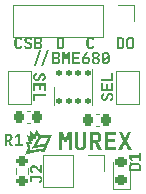
<source format=gbr>
%TF.GenerationSoftware,KiCad,Pcbnew,7.99.0-957-g18dd623122*%
%TF.CreationDate,2023-08-18T16:17:54-04:00*%
%TF.ProjectId,bme680,626d6536-3830-42e6-9b69-6361645f7063,V1.0*%
%TF.SameCoordinates,Original*%
%TF.FileFunction,Legend,Top*%
%TF.FilePolarity,Positive*%
%FSLAX46Y46*%
G04 Gerber Fmt 4.6, Leading zero omitted, Abs format (unit mm)*
G04 Created by KiCad (PCBNEW 7.99.0-957-g18dd623122) date 2023-08-18 16:17:54*
%MOMM*%
%LPD*%
G01*
G04 APERTURE LIST*
G04 Aperture macros list*
%AMRoundRect*
0 Rectangle with rounded corners*
0 $1 Rounding radius*
0 $2 $3 $4 $5 $6 $7 $8 $9 X,Y pos of 4 corners*
0 Add a 4 corners polygon primitive as box body*
4,1,4,$2,$3,$4,$5,$6,$7,$8,$9,$2,$3,0*
0 Add four circle primitives for the rounded corners*
1,1,$1+$1,$2,$3*
1,1,$1+$1,$4,$5*
1,1,$1+$1,$6,$7*
1,1,$1+$1,$8,$9*
0 Add four rect primitives between the rounded corners*
20,1,$1+$1,$2,$3,$4,$5,0*
20,1,$1+$1,$4,$5,$6,$7,0*
20,1,$1+$1,$6,$7,$8,$9,0*
20,1,$1+$1,$8,$9,$2,$3,0*%
G04 Aperture macros list end*
%ADD10C,0.200000*%
%ADD11C,0.150000*%
%ADD12C,0.120000*%
%ADD13RoundRect,0.125000X-0.125000X-0.137500X0.125000X-0.137500X0.125000X0.137500X-0.125000X0.137500X0*%
%ADD14RoundRect,0.225000X-0.225000X-0.250000X0.225000X-0.250000X0.225000X0.250000X-0.225000X0.250000X0*%
%ADD15R,1.500000X1.000000*%
%ADD16R,1.700000X1.700000*%
%ADD17O,1.700000X1.700000*%
%ADD18RoundRect,0.218750X0.256250X-0.218750X0.256250X0.218750X-0.256250X0.218750X-0.256250X-0.218750X0*%
%ADD19RoundRect,0.200000X0.275000X-0.200000X0.275000X0.200000X-0.275000X0.200000X-0.275000X-0.200000X0*%
G04 APERTURE END LIST*
D10*
G36*
X140129361Y-101922526D02*
G01*
X140143504Y-101923151D01*
X140157399Y-101924192D01*
X140171045Y-101925649D01*
X140184441Y-101927523D01*
X140197589Y-101929814D01*
X140210488Y-101932521D01*
X140223137Y-101935644D01*
X140235538Y-101939184D01*
X140247689Y-101943140D01*
X140255652Y-101946009D01*
X140267352Y-101950621D01*
X140278730Y-101955572D01*
X140289786Y-101960862D01*
X140300520Y-101966491D01*
X140310932Y-101972460D01*
X140321022Y-101978767D01*
X140330790Y-101985414D01*
X140340236Y-101992400D01*
X140349360Y-101999725D01*
X140358162Y-102007390D01*
X140363852Y-102012688D01*
X140372143Y-102020898D01*
X140380075Y-102029409D01*
X140387645Y-102038220D01*
X140394855Y-102047332D01*
X140401704Y-102056744D01*
X140408193Y-102066457D01*
X140414321Y-102076471D01*
X140420088Y-102086785D01*
X140425495Y-102097399D01*
X140430541Y-102108314D01*
X140433705Y-102115758D01*
X140438114Y-102127140D01*
X140442088Y-102138753D01*
X140445630Y-102150598D01*
X140448737Y-102162676D01*
X140451411Y-102174985D01*
X140453652Y-102187525D01*
X140455459Y-102200298D01*
X140456832Y-102213303D01*
X140457771Y-102226539D01*
X140458277Y-102240007D01*
X140458374Y-102249115D01*
X140458374Y-102625981D01*
X140458157Y-102639822D01*
X140457506Y-102653410D01*
X140456422Y-102666744D01*
X140454905Y-102679825D01*
X140452953Y-102692653D01*
X140450568Y-102705228D01*
X140447750Y-102717549D01*
X140444497Y-102729617D01*
X140440812Y-102741431D01*
X140436692Y-102752992D01*
X140433705Y-102760559D01*
X140428899Y-102771675D01*
X140423733Y-102782490D01*
X140418206Y-102793004D01*
X140412318Y-102803218D01*
X140406070Y-102813131D01*
X140399461Y-102822744D01*
X140392492Y-102832056D01*
X140385162Y-102841068D01*
X140377471Y-102849779D01*
X140369420Y-102858190D01*
X140363852Y-102863630D01*
X140355264Y-102871520D01*
X140346355Y-102879071D01*
X140337123Y-102886283D01*
X140327570Y-102893156D01*
X140317695Y-102899690D01*
X140307497Y-102905885D01*
X140296978Y-102911740D01*
X140286137Y-102917256D01*
X140274973Y-102922433D01*
X140263488Y-102927271D01*
X140255652Y-102930308D01*
X140243666Y-102934542D01*
X140231432Y-102938359D01*
X140218948Y-102941760D01*
X140206216Y-102944745D01*
X140193234Y-102947313D01*
X140180003Y-102949465D01*
X140166524Y-102951200D01*
X140152795Y-102952519D01*
X140138818Y-102953421D01*
X140124591Y-102953907D01*
X140114968Y-102954000D01*
X139802581Y-102954000D01*
X139802581Y-102077412D01*
X139978436Y-102077412D01*
X139978436Y-102798905D01*
X140114968Y-102798905D01*
X140128938Y-102798497D01*
X140142362Y-102797274D01*
X140155242Y-102795234D01*
X140167576Y-102792379D01*
X140179364Y-102788709D01*
X140190608Y-102784222D01*
X140201306Y-102778920D01*
X140211459Y-102772802D01*
X140221067Y-102765868D01*
X140230130Y-102758119D01*
X140235868Y-102752499D01*
X140243943Y-102743547D01*
X140251224Y-102734092D01*
X140257711Y-102724135D01*
X140263403Y-102713676D01*
X140268301Y-102702714D01*
X140272405Y-102691250D01*
X140275714Y-102679284D01*
X140278229Y-102666816D01*
X140279950Y-102653845D01*
X140280877Y-102640372D01*
X140281053Y-102631110D01*
X140281053Y-102243741D01*
X140280656Y-102229940D01*
X140279465Y-102216653D01*
X140277479Y-102203882D01*
X140274699Y-102191626D01*
X140271125Y-102179885D01*
X140266756Y-102168660D01*
X140261594Y-102157949D01*
X140255637Y-102147754D01*
X140248885Y-102138074D01*
X140241340Y-102128909D01*
X140235868Y-102123085D01*
X140227169Y-102114923D01*
X140217925Y-102107564D01*
X140208136Y-102101007D01*
X140197801Y-102095253D01*
X140186921Y-102090302D01*
X140175495Y-102086154D01*
X140163525Y-102082809D01*
X140151009Y-102080267D01*
X140137948Y-102078527D01*
X140124342Y-102077590D01*
X140114968Y-102077412D01*
X139978436Y-102077412D01*
X139802581Y-102077412D01*
X139802581Y-101922318D01*
X140114968Y-101922318D01*
X140129361Y-101922526D01*
G37*
G36*
X145209361Y-101922526D02*
G01*
X145223504Y-101923151D01*
X145237399Y-101924192D01*
X145251045Y-101925649D01*
X145264441Y-101927523D01*
X145277589Y-101929814D01*
X145290488Y-101932521D01*
X145303137Y-101935644D01*
X145315538Y-101939184D01*
X145327689Y-101943140D01*
X145335652Y-101946009D01*
X145347352Y-101950621D01*
X145358730Y-101955572D01*
X145369786Y-101960862D01*
X145380520Y-101966491D01*
X145390932Y-101972460D01*
X145401022Y-101978767D01*
X145410790Y-101985414D01*
X145420236Y-101992400D01*
X145429360Y-101999725D01*
X145438162Y-102007390D01*
X145443852Y-102012688D01*
X145452143Y-102020898D01*
X145460075Y-102029409D01*
X145467645Y-102038220D01*
X145474855Y-102047332D01*
X145481704Y-102056744D01*
X145488193Y-102066457D01*
X145494321Y-102076471D01*
X145500088Y-102086785D01*
X145505495Y-102097399D01*
X145510541Y-102108314D01*
X145513705Y-102115758D01*
X145518114Y-102127140D01*
X145522088Y-102138753D01*
X145525630Y-102150598D01*
X145528737Y-102162676D01*
X145531411Y-102174985D01*
X145533652Y-102187525D01*
X145535459Y-102200298D01*
X145536832Y-102213303D01*
X145537771Y-102226539D01*
X145538277Y-102240007D01*
X145538374Y-102249115D01*
X145538374Y-102625981D01*
X145538157Y-102639822D01*
X145537506Y-102653410D01*
X145536422Y-102666744D01*
X145534905Y-102679825D01*
X145532953Y-102692653D01*
X145530568Y-102705228D01*
X145527750Y-102717549D01*
X145524497Y-102729617D01*
X145520812Y-102741431D01*
X145516692Y-102752992D01*
X145513705Y-102760559D01*
X145508899Y-102771675D01*
X145503733Y-102782490D01*
X145498206Y-102793004D01*
X145492318Y-102803218D01*
X145486070Y-102813131D01*
X145479461Y-102822744D01*
X145472492Y-102832056D01*
X145465162Y-102841068D01*
X145457471Y-102849779D01*
X145449420Y-102858190D01*
X145443852Y-102863630D01*
X145435264Y-102871520D01*
X145426355Y-102879071D01*
X145417123Y-102886283D01*
X145407570Y-102893156D01*
X145397695Y-102899690D01*
X145387497Y-102905885D01*
X145376978Y-102911740D01*
X145366137Y-102917256D01*
X145354973Y-102922433D01*
X145343488Y-102927271D01*
X145335652Y-102930308D01*
X145323666Y-102934542D01*
X145311432Y-102938359D01*
X145298948Y-102941760D01*
X145286216Y-102944745D01*
X145273234Y-102947313D01*
X145260003Y-102949465D01*
X145246524Y-102951200D01*
X145232795Y-102952519D01*
X145218818Y-102953421D01*
X145204591Y-102953907D01*
X145194968Y-102954000D01*
X144882581Y-102954000D01*
X144882581Y-102077412D01*
X145058436Y-102077412D01*
X145058436Y-102798905D01*
X145194968Y-102798905D01*
X145208938Y-102798497D01*
X145222362Y-102797274D01*
X145235242Y-102795234D01*
X145247576Y-102792379D01*
X145259364Y-102788709D01*
X145270608Y-102784222D01*
X145281306Y-102778920D01*
X145291459Y-102772802D01*
X145301067Y-102765868D01*
X145310130Y-102758119D01*
X145315868Y-102752499D01*
X145323943Y-102743547D01*
X145331224Y-102734092D01*
X145337711Y-102724135D01*
X145343403Y-102713676D01*
X145348301Y-102702714D01*
X145352405Y-102691250D01*
X145355714Y-102679284D01*
X145358229Y-102666816D01*
X145359950Y-102653845D01*
X145360877Y-102640372D01*
X145361053Y-102631110D01*
X145361053Y-102243741D01*
X145360656Y-102229940D01*
X145359465Y-102216653D01*
X145357479Y-102203882D01*
X145354699Y-102191626D01*
X145351125Y-102179885D01*
X145346756Y-102168660D01*
X145341594Y-102157949D01*
X145335637Y-102147754D01*
X145328885Y-102138074D01*
X145321340Y-102128909D01*
X145315868Y-102123085D01*
X145307169Y-102114923D01*
X145297925Y-102107564D01*
X145288136Y-102101007D01*
X145277801Y-102095253D01*
X145266921Y-102090302D01*
X145255495Y-102086154D01*
X145243525Y-102082809D01*
X145231009Y-102080267D01*
X145217948Y-102078527D01*
X145204342Y-102077590D01*
X145194968Y-102077412D01*
X145058436Y-102077412D01*
X144882581Y-102077412D01*
X144882581Y-101922318D01*
X145194968Y-101922318D01*
X145209361Y-101922526D01*
G37*
G36*
X146055394Y-101906882D02*
G01*
X146069282Y-101907468D01*
X146082934Y-101908444D01*
X146096350Y-101909812D01*
X146109530Y-101911570D01*
X146122474Y-101913719D01*
X146135181Y-101916258D01*
X146147653Y-101919188D01*
X146159888Y-101922509D01*
X146171887Y-101926221D01*
X146179755Y-101928912D01*
X146191355Y-101933251D01*
X146202616Y-101937934D01*
X146213537Y-101942960D01*
X146224120Y-101948330D01*
X146234363Y-101954043D01*
X146244267Y-101960099D01*
X146253832Y-101966499D01*
X146263057Y-101973242D01*
X146271944Y-101980329D01*
X146280491Y-101987760D01*
X146286001Y-101992904D01*
X146294024Y-102000837D01*
X146301700Y-102009067D01*
X146309028Y-102017593D01*
X146316008Y-102026415D01*
X146322641Y-102035533D01*
X146328926Y-102044948D01*
X146334863Y-102054658D01*
X146340452Y-102064665D01*
X146345693Y-102074969D01*
X146350587Y-102085568D01*
X146353656Y-102092799D01*
X146357934Y-102103819D01*
X146361791Y-102115079D01*
X146365227Y-102126579D01*
X146368242Y-102138320D01*
X146370837Y-102150301D01*
X146373011Y-102162523D01*
X146374764Y-102174985D01*
X146376096Y-102187688D01*
X146377008Y-102200631D01*
X146377498Y-102213814D01*
X146377592Y-102222736D01*
X146377592Y-102652115D01*
X146377382Y-102665206D01*
X146376750Y-102678099D01*
X146375699Y-102690794D01*
X146374226Y-102703292D01*
X146372333Y-102715592D01*
X146370019Y-102727695D01*
X146367284Y-102739601D01*
X146364128Y-102751308D01*
X146360552Y-102762819D01*
X146356555Y-102774132D01*
X146353656Y-102781564D01*
X146348988Y-102792451D01*
X146343959Y-102803036D01*
X146338569Y-102813322D01*
X146332819Y-102823307D01*
X146326708Y-102832991D01*
X146320237Y-102842375D01*
X146313405Y-102851458D01*
X146306212Y-102860241D01*
X146298659Y-102868723D01*
X146290745Y-102876905D01*
X146285268Y-102882192D01*
X146276822Y-102889814D01*
X146268063Y-102897110D01*
X146258991Y-102904080D01*
X146249605Y-102910723D01*
X146239906Y-102917040D01*
X146229893Y-102923030D01*
X146219567Y-102928695D01*
X146208927Y-102934033D01*
X146197974Y-102939044D01*
X146186708Y-102943730D01*
X146179023Y-102946672D01*
X146167312Y-102950775D01*
X146155352Y-102954475D01*
X146143143Y-102957770D01*
X146130685Y-102960663D01*
X146117979Y-102963151D01*
X146105023Y-102965237D01*
X146091818Y-102966918D01*
X146078364Y-102968196D01*
X146064661Y-102969071D01*
X146050709Y-102969541D01*
X146041270Y-102969631D01*
X146027143Y-102969436D01*
X146013248Y-102968850D01*
X145999586Y-102967873D01*
X145986155Y-102966505D01*
X145972956Y-102964747D01*
X145959988Y-102962599D01*
X145947253Y-102960059D01*
X145934749Y-102957129D01*
X145922477Y-102953808D01*
X145910437Y-102950096D01*
X145902540Y-102947405D01*
X145890981Y-102943068D01*
X145879753Y-102938392D01*
X145868856Y-102933376D01*
X145858290Y-102928022D01*
X145848054Y-102922328D01*
X145838148Y-102916295D01*
X145828573Y-102909923D01*
X145819329Y-102903212D01*
X145810415Y-102896162D01*
X145801832Y-102888772D01*
X145796294Y-102883658D01*
X145788314Y-102875676D01*
X145780678Y-102867394D01*
X145773385Y-102858812D01*
X145766435Y-102849929D01*
X145759829Y-102840746D01*
X145753567Y-102831262D01*
X145747648Y-102821477D01*
X145742072Y-102811392D01*
X145736840Y-102801007D01*
X145731951Y-102790321D01*
X145728883Y-102783030D01*
X145724605Y-102771835D01*
X145720749Y-102760418D01*
X145717312Y-102748777D01*
X145714297Y-102736913D01*
X145711702Y-102724826D01*
X145709529Y-102712516D01*
X145707776Y-102699982D01*
X145706443Y-102687225D01*
X145705532Y-102674245D01*
X145705041Y-102661042D01*
X145704968Y-102654069D01*
X145880802Y-102654069D01*
X145881184Y-102667633D01*
X145882330Y-102680665D01*
X145884241Y-102693164D01*
X145886916Y-102705131D01*
X145890355Y-102716566D01*
X145894558Y-102727468D01*
X145899525Y-102737838D01*
X145905257Y-102747675D01*
X145911753Y-102756980D01*
X145919013Y-102765753D01*
X145924277Y-102771306D01*
X145932734Y-102779032D01*
X145941711Y-102785998D01*
X145951207Y-102792204D01*
X145961223Y-102797650D01*
X145971758Y-102802336D01*
X145982813Y-102806262D01*
X145994387Y-102809428D01*
X146006480Y-102811835D01*
X146019093Y-102813481D01*
X146032226Y-102814368D01*
X146041270Y-102814537D01*
X146054746Y-102814157D01*
X146067699Y-102813017D01*
X146080129Y-102811117D01*
X146092034Y-102808457D01*
X146103416Y-102805038D01*
X146114273Y-102800858D01*
X146124607Y-102795919D01*
X146134418Y-102790219D01*
X146143704Y-102783760D01*
X146152467Y-102776541D01*
X146158018Y-102771306D01*
X146165831Y-102762888D01*
X146172875Y-102753938D01*
X146179152Y-102744455D01*
X146184659Y-102734440D01*
X146189398Y-102723893D01*
X146193369Y-102712814D01*
X146196571Y-102701201D01*
X146199005Y-102689057D01*
X146200670Y-102676380D01*
X146201566Y-102663171D01*
X146201737Y-102654069D01*
X146201737Y-102222248D01*
X146201353Y-102208686D01*
X146200200Y-102195661D01*
X146198279Y-102183172D01*
X146195589Y-102171220D01*
X146192131Y-102159805D01*
X146187904Y-102148926D01*
X146182909Y-102138584D01*
X146177145Y-102128779D01*
X146170613Y-102119511D01*
X146163312Y-102110779D01*
X146158018Y-102105256D01*
X146149604Y-102097486D01*
X146140667Y-102090481D01*
X146131206Y-102084240D01*
X146121221Y-102078763D01*
X146110712Y-102074050D01*
X146099680Y-102070102D01*
X146088124Y-102066918D01*
X146076044Y-102064498D01*
X146063440Y-102062842D01*
X146050312Y-102061950D01*
X146041270Y-102061780D01*
X146027791Y-102062162D01*
X146014831Y-102063309D01*
X146002391Y-102065219D01*
X145990471Y-102067894D01*
X145979070Y-102071333D01*
X145968188Y-102075536D01*
X145957827Y-102080504D01*
X145947984Y-102086235D01*
X145938661Y-102092731D01*
X145929858Y-102099991D01*
X145924277Y-102105256D01*
X145916508Y-102113630D01*
X145909502Y-102122541D01*
X145903261Y-102131988D01*
X145897785Y-102141972D01*
X145893072Y-102152493D01*
X145889123Y-102163550D01*
X145885939Y-102175145D01*
X145883519Y-102187275D01*
X145881863Y-102199943D01*
X145880972Y-102213147D01*
X145880802Y-102222248D01*
X145880802Y-102654069D01*
X145704968Y-102654069D01*
X145704947Y-102652115D01*
X145704947Y-102222736D01*
X145705158Y-102209393D01*
X145705789Y-102196289D01*
X145706841Y-102183427D01*
X145708313Y-102170804D01*
X145710206Y-102158422D01*
X145712521Y-102146281D01*
X145715255Y-102134380D01*
X145718411Y-102122719D01*
X145721987Y-102111299D01*
X145725984Y-102100119D01*
X145728883Y-102092799D01*
X145733543Y-102082002D01*
X145738546Y-102071501D01*
X145743892Y-102061297D01*
X145749583Y-102051389D01*
X145755616Y-102041777D01*
X145761993Y-102032461D01*
X145768714Y-102023441D01*
X145775778Y-102014718D01*
X145783185Y-102006291D01*
X145790936Y-101998160D01*
X145796294Y-101992904D01*
X145804657Y-101985245D01*
X145813350Y-101977929D01*
X145822374Y-101970956D01*
X145831728Y-101964327D01*
X145841413Y-101958042D01*
X145851429Y-101952100D01*
X145861775Y-101946502D01*
X145872452Y-101941247D01*
X145883459Y-101936335D01*
X145894797Y-101931767D01*
X145902540Y-101928912D01*
X145914425Y-101924940D01*
X145926542Y-101921359D01*
X145938891Y-101918168D01*
X145951472Y-101915368D01*
X145964285Y-101912959D01*
X145977329Y-101910940D01*
X145990606Y-101909312D01*
X146004114Y-101908075D01*
X146017854Y-101907229D01*
X146031826Y-101906773D01*
X146041270Y-101906686D01*
X146055394Y-101906882D01*
G37*
G36*
X142669134Y-102969631D02*
G01*
X142655014Y-102969436D01*
X142641139Y-102968850D01*
X142627508Y-102967873D01*
X142614122Y-102966505D01*
X142600981Y-102964747D01*
X142588085Y-102962599D01*
X142575433Y-102960059D01*
X142563026Y-102957129D01*
X142550864Y-102953808D01*
X142538946Y-102950096D01*
X142531137Y-102947405D01*
X142519710Y-102943068D01*
X142508600Y-102938392D01*
X142497808Y-102933376D01*
X142487334Y-102928022D01*
X142477177Y-102922328D01*
X142467338Y-102916295D01*
X142457817Y-102909923D01*
X142448613Y-102903212D01*
X142439728Y-102896162D01*
X142431160Y-102888772D01*
X142425624Y-102883658D01*
X142417644Y-102875676D01*
X142410008Y-102867394D01*
X142402715Y-102858812D01*
X142395765Y-102849929D01*
X142389159Y-102840746D01*
X142382897Y-102831262D01*
X142376978Y-102821477D01*
X142371402Y-102811392D01*
X142366170Y-102801007D01*
X142361281Y-102790321D01*
X142358213Y-102783030D01*
X142353935Y-102771835D01*
X142350079Y-102760418D01*
X142346643Y-102748777D01*
X142343627Y-102736913D01*
X142341033Y-102724826D01*
X142338859Y-102712516D01*
X142337106Y-102699982D01*
X142335773Y-102687225D01*
X142334862Y-102674245D01*
X142334371Y-102661042D01*
X142334277Y-102652115D01*
X142334277Y-102224202D01*
X142334488Y-102210852D01*
X142335119Y-102197729D01*
X142336171Y-102184834D01*
X142337643Y-102172167D01*
X142339537Y-102159727D01*
X142341851Y-102147514D01*
X142344586Y-102135530D01*
X142347741Y-102123772D01*
X142351317Y-102112243D01*
X142355315Y-102100940D01*
X142358213Y-102093532D01*
X142362873Y-102082604D01*
X142367876Y-102071985D01*
X142373223Y-102061675D01*
X142378913Y-102051675D01*
X142384946Y-102041983D01*
X142391323Y-102032601D01*
X142398044Y-102023528D01*
X142405108Y-102014764D01*
X142412515Y-102006309D01*
X142420266Y-101998163D01*
X142425624Y-101992904D01*
X142433987Y-101985245D01*
X142442680Y-101977929D01*
X142451704Y-101970956D01*
X142461058Y-101964327D01*
X142470743Y-101958042D01*
X142480759Y-101952100D01*
X142491105Y-101946502D01*
X142501782Y-101941247D01*
X142512789Y-101936335D01*
X142524127Y-101931767D01*
X142531870Y-101928912D01*
X142543755Y-101924940D01*
X142555872Y-101921359D01*
X142568221Y-101918168D01*
X142580802Y-101915368D01*
X142593615Y-101912959D01*
X142606660Y-101910940D01*
X142619936Y-101909312D01*
X142633444Y-101908075D01*
X142647184Y-101907229D01*
X142661156Y-101906773D01*
X142670600Y-101906686D01*
X142684181Y-101906873D01*
X142697539Y-101907433D01*
X142710674Y-101908367D01*
X142723585Y-101909674D01*
X142736273Y-101911355D01*
X142748738Y-101913410D01*
X142760980Y-101915837D01*
X142772998Y-101918639D01*
X142784794Y-101921814D01*
X142796366Y-101925362D01*
X142803956Y-101927935D01*
X142815159Y-101932076D01*
X142826053Y-101936531D01*
X142836637Y-101941298D01*
X142846912Y-101946379D01*
X142856879Y-101951774D01*
X142866536Y-101957482D01*
X142875884Y-101963503D01*
X142884923Y-101969838D01*
X142893653Y-101976486D01*
X142902073Y-101983448D01*
X142907515Y-101988263D01*
X142915419Y-101995741D01*
X142923008Y-102003519D01*
X142930285Y-102011598D01*
X142937248Y-102019977D01*
X142943898Y-102028656D01*
X142950234Y-102037637D01*
X142956257Y-102046917D01*
X142961966Y-102056499D01*
X142967362Y-102066380D01*
X142972445Y-102076563D01*
X142975659Y-102083518D01*
X142980224Y-102094156D01*
X142984394Y-102105005D01*
X142988170Y-102116064D01*
X142991550Y-102127333D01*
X142994535Y-102138813D01*
X142997126Y-102150503D01*
X142999321Y-102162403D01*
X143001121Y-102174514D01*
X143002527Y-102186835D01*
X143003537Y-102199366D01*
X143003991Y-102207838D01*
X142828136Y-102207838D01*
X142827241Y-102195233D01*
X142825655Y-102183157D01*
X142823377Y-102171608D01*
X142820408Y-102160588D01*
X142816748Y-102150096D01*
X142812397Y-102140132D01*
X142807354Y-102130696D01*
X142801621Y-102121788D01*
X142795196Y-102113408D01*
X142788079Y-102105556D01*
X142782951Y-102100615D01*
X142774826Y-102093675D01*
X142766202Y-102087417D01*
X142757080Y-102081842D01*
X142747460Y-102076950D01*
X142737342Y-102072741D01*
X142726726Y-102069214D01*
X142715612Y-102066369D01*
X142704000Y-102064208D01*
X142691890Y-102062728D01*
X142679282Y-102061932D01*
X142670600Y-102061780D01*
X142656865Y-102062152D01*
X142643689Y-102063266D01*
X142631071Y-102065123D01*
X142619011Y-102067722D01*
X142607509Y-102071065D01*
X142596565Y-102075150D01*
X142586180Y-102079978D01*
X142576352Y-102085548D01*
X142567083Y-102091862D01*
X142558372Y-102098918D01*
X142552875Y-102104034D01*
X142545236Y-102112240D01*
X142538349Y-102121013D01*
X142532213Y-102130353D01*
X142526828Y-102140259D01*
X142522195Y-102150732D01*
X142518313Y-102161771D01*
X142515183Y-102173377D01*
X142512803Y-102185550D01*
X142511176Y-102198290D01*
X142510299Y-102211597D01*
X142510132Y-102220782D01*
X142510132Y-102655535D01*
X142510503Y-102669219D01*
X142511618Y-102682337D01*
X142513474Y-102694887D01*
X142516074Y-102706872D01*
X142519416Y-102718289D01*
X142523502Y-102729140D01*
X142528329Y-102739424D01*
X142533900Y-102749141D01*
X142540213Y-102758291D01*
X142547269Y-102766875D01*
X142552386Y-102772283D01*
X142560592Y-102779834D01*
X142569365Y-102786643D01*
X142578704Y-102792708D01*
X142588610Y-102798031D01*
X142599083Y-102802612D01*
X142610123Y-102806449D01*
X142621729Y-102809544D01*
X142633902Y-102811896D01*
X142646642Y-102813505D01*
X142659948Y-102814372D01*
X142669134Y-102814537D01*
X142682336Y-102814185D01*
X142695014Y-102813129D01*
X142707169Y-102811368D01*
X142718799Y-102808904D01*
X142729906Y-102805736D01*
X142740489Y-102801863D01*
X142750549Y-102797286D01*
X142760084Y-102792005D01*
X142769096Y-102786021D01*
X142777584Y-102779332D01*
X142782951Y-102774481D01*
X142790528Y-102766745D01*
X142797414Y-102758558D01*
X142803609Y-102749921D01*
X142809112Y-102740833D01*
X142813924Y-102731294D01*
X142818045Y-102721304D01*
X142821475Y-102710863D01*
X142824213Y-102699972D01*
X142826260Y-102688629D01*
X142827616Y-102676836D01*
X142828136Y-102668724D01*
X143003991Y-102668724D01*
X143003244Y-102681396D01*
X143002102Y-102693857D01*
X143000565Y-102706108D01*
X142998633Y-102718149D01*
X142996306Y-102729979D01*
X142993584Y-102741599D01*
X142990467Y-102753008D01*
X142986955Y-102764208D01*
X142983048Y-102775196D01*
X142978746Y-102785975D01*
X142975659Y-102793043D01*
X142970779Y-102803383D01*
X142965572Y-102813425D01*
X142960040Y-102823172D01*
X142954181Y-102832622D01*
X142947996Y-102841776D01*
X142941484Y-102850634D01*
X142934646Y-102859196D01*
X142927482Y-102867461D01*
X142919992Y-102875430D01*
X142912175Y-102883103D01*
X142906782Y-102888054D01*
X142898487Y-102895225D01*
X142889904Y-102902082D01*
X142881033Y-102908625D01*
X142871875Y-102914856D01*
X142862429Y-102920773D01*
X142852695Y-102926376D01*
X142842674Y-102931666D01*
X142832365Y-102936643D01*
X142821768Y-102941306D01*
X142810884Y-102945656D01*
X142803468Y-102948382D01*
X142792119Y-102952179D01*
X142780513Y-102955603D01*
X142768649Y-102958654D01*
X142756527Y-102961331D01*
X142744148Y-102963634D01*
X142731512Y-102965564D01*
X142718617Y-102967120D01*
X142705465Y-102968303D01*
X142692056Y-102969112D01*
X142678389Y-102969548D01*
X142669134Y-102969631D01*
G37*
G36*
X138978607Y-103043818D02*
G01*
X139161300Y-103043818D01*
X138670372Y-104380315D01*
X138486213Y-104380315D01*
X138978607Y-103043818D01*
G37*
G36*
X138345529Y-103043818D02*
G01*
X138528223Y-103043818D01*
X138037295Y-104380315D01*
X137853136Y-104380315D01*
X138345529Y-103043818D01*
G37*
G36*
X139786747Y-103192483D02*
G01*
X139800584Y-103192979D01*
X139814150Y-103193805D01*
X139827446Y-103194962D01*
X139840471Y-103196450D01*
X139853226Y-103198268D01*
X139865710Y-103200417D01*
X139877924Y-103202896D01*
X139889867Y-103205706D01*
X139901540Y-103208847D01*
X139909172Y-103211124D01*
X139920366Y-103214744D01*
X139931234Y-103218643D01*
X139941775Y-103222822D01*
X139951991Y-103227279D01*
X139961880Y-103232015D01*
X139971442Y-103237030D01*
X139980679Y-103242325D01*
X139989589Y-103247898D01*
X139998173Y-103253751D01*
X140006430Y-103259882D01*
X140011754Y-103264125D01*
X140019509Y-103270715D01*
X140026929Y-103277572D01*
X140034015Y-103284694D01*
X140040765Y-103292083D01*
X140047181Y-103299738D01*
X140053262Y-103307659D01*
X140059008Y-103315847D01*
X140064419Y-103324300D01*
X140069495Y-103333020D01*
X140074236Y-103342006D01*
X140077211Y-103348145D01*
X140081358Y-103357548D01*
X140085096Y-103367167D01*
X140088427Y-103377000D01*
X140091350Y-103387048D01*
X140093865Y-103397310D01*
X140095973Y-103407788D01*
X140097672Y-103418479D01*
X140098964Y-103429386D01*
X140099848Y-103440507D01*
X140100323Y-103451843D01*
X140100414Y-103459519D01*
X140100211Y-103471225D01*
X140099601Y-103482650D01*
X140098585Y-103493794D01*
X140097163Y-103504659D01*
X140095334Y-103515242D01*
X140093098Y-103525545D01*
X140090456Y-103535568D01*
X140087408Y-103545310D01*
X140083953Y-103554771D01*
X140080092Y-103563952D01*
X140075825Y-103572853D01*
X140071151Y-103581473D01*
X140063378Y-103593877D01*
X140054690Y-103605650D01*
X140048390Y-103613148D01*
X140041738Y-103620304D01*
X140031203Y-103630279D01*
X140019997Y-103639343D01*
X140008122Y-103647498D01*
X139995577Y-103654742D01*
X139982362Y-103661076D01*
X139973180Y-103664793D01*
X139963700Y-103668106D01*
X139953923Y-103671014D01*
X139943848Y-103673517D01*
X139933475Y-103675616D01*
X139922805Y-103677311D01*
X139911837Y-103678600D01*
X139906241Y-103679094D01*
X139906241Y-103696435D01*
X139918557Y-103696682D01*
X139930532Y-103697423D01*
X139942165Y-103698659D01*
X139953456Y-103700389D01*
X139964406Y-103702613D01*
X139975014Y-103705331D01*
X139985281Y-103708543D01*
X139995206Y-103712250D01*
X140004790Y-103716450D01*
X140014032Y-103721145D01*
X140022933Y-103726335D01*
X140031492Y-103732018D01*
X140039709Y-103738196D01*
X140047585Y-103744868D01*
X140055119Y-103752034D01*
X140062312Y-103759694D01*
X140069144Y-103767764D01*
X140075536Y-103776161D01*
X140081486Y-103784884D01*
X140086996Y-103793934D01*
X140092065Y-103803309D01*
X140096693Y-103813011D01*
X140100881Y-103823040D01*
X140104627Y-103833394D01*
X140107933Y-103844075D01*
X140110798Y-103855082D01*
X140113222Y-103866416D01*
X140115206Y-103878075D01*
X140116749Y-103890061D01*
X140117851Y-103902374D01*
X140118512Y-103915012D01*
X140118732Y-103927977D01*
X140118528Y-103940505D01*
X140117916Y-103952810D01*
X140116897Y-103964891D01*
X140115469Y-103976749D01*
X140113634Y-103988384D01*
X140111391Y-103999796D01*
X140108739Y-104010984D01*
X140105681Y-104021950D01*
X140102214Y-104032692D01*
X140098339Y-104043210D01*
X140095529Y-104050099D01*
X140090998Y-104060174D01*
X140086107Y-104069974D01*
X140080855Y-104079499D01*
X140075242Y-104088750D01*
X140069268Y-104097726D01*
X140062934Y-104106427D01*
X140056239Y-104114853D01*
X140049184Y-104123005D01*
X140041768Y-104130882D01*
X140033991Y-104138484D01*
X140028607Y-104143399D01*
X140020292Y-104150524D01*
X140011651Y-104157336D01*
X140002683Y-104163833D01*
X139993390Y-104170018D01*
X139983770Y-104175889D01*
X139973824Y-104181447D01*
X139963551Y-104186691D01*
X139952952Y-104191622D01*
X139942027Y-104196240D01*
X139930776Y-104200544D01*
X139923094Y-104203239D01*
X139911370Y-104206949D01*
X139899372Y-104210294D01*
X139887098Y-104213275D01*
X139874550Y-104215890D01*
X139861728Y-104218140D01*
X139848630Y-104220026D01*
X139835258Y-104221546D01*
X139821611Y-104222702D01*
X139807689Y-104223493D01*
X139793492Y-104223918D01*
X139783875Y-104224000D01*
X139450484Y-104224000D01*
X139450484Y-103770685D01*
X139622187Y-103770685D01*
X139622187Y-104068905D01*
X139772640Y-104068905D01*
X139787121Y-104068560D01*
X139800979Y-104067523D01*
X139814215Y-104065795D01*
X139826828Y-104063375D01*
X139838818Y-104060265D01*
X139850186Y-104056463D01*
X139860932Y-104051970D01*
X139871055Y-104046786D01*
X139880555Y-104040911D01*
X139889433Y-104034344D01*
X139895006Y-104029582D01*
X139902819Y-104021936D01*
X139909864Y-104013746D01*
X139916140Y-104005009D01*
X139921647Y-103995728D01*
X139926386Y-103985901D01*
X139930357Y-103975529D01*
X139933559Y-103964612D01*
X139935993Y-103953149D01*
X139937658Y-103941142D01*
X139938554Y-103928589D01*
X139938725Y-103919917D01*
X139938341Y-103906957D01*
X139937188Y-103894546D01*
X139935267Y-103882685D01*
X139932577Y-103871374D01*
X139929119Y-103860612D01*
X139924892Y-103850400D01*
X139919897Y-103840737D01*
X139914133Y-103831623D01*
X139907601Y-103823060D01*
X139900300Y-103815045D01*
X139895006Y-103810008D01*
X139886543Y-103802980D01*
X139877458Y-103796644D01*
X139867750Y-103790999D01*
X139857419Y-103786045D01*
X139846466Y-103781783D01*
X139834891Y-103778211D01*
X139822692Y-103775331D01*
X139809872Y-103773142D01*
X139796429Y-103771645D01*
X139782363Y-103770838D01*
X139772640Y-103770685D01*
X139622187Y-103770685D01*
X139450484Y-103770685D01*
X139450484Y-103347412D01*
X139622187Y-103347412D01*
X139622187Y-103615591D01*
X139769953Y-103615591D01*
X139782621Y-103615273D01*
X139794795Y-103614320D01*
X139806475Y-103612731D01*
X139817661Y-103610507D01*
X139828353Y-103607648D01*
X139838552Y-103604153D01*
X139848257Y-103600023D01*
X139857469Y-103595257D01*
X139866186Y-103589856D01*
X139874410Y-103583820D01*
X139879618Y-103579443D01*
X139886908Y-103572433D01*
X139893480Y-103564960D01*
X139899336Y-103557023D01*
X139904474Y-103548622D01*
X139908895Y-103539758D01*
X139912600Y-103530430D01*
X139915587Y-103520638D01*
X139917858Y-103510383D01*
X139919411Y-103499664D01*
X139920248Y-103488481D01*
X139920407Y-103480769D01*
X139920055Y-103469283D01*
X139918999Y-103458274D01*
X139917239Y-103447742D01*
X139914774Y-103437686D01*
X139911606Y-103428107D01*
X139907733Y-103419005D01*
X139901474Y-103407609D01*
X139893964Y-103397061D01*
X139887510Y-103389706D01*
X139880351Y-103382827D01*
X139872587Y-103376498D01*
X139864317Y-103370791D01*
X139855540Y-103365707D01*
X139846256Y-103361246D01*
X139836466Y-103357407D01*
X139826169Y-103354191D01*
X139815366Y-103351597D01*
X139804056Y-103349625D01*
X139792239Y-103348277D01*
X139779916Y-103347550D01*
X139771419Y-103347412D01*
X139622187Y-103347412D01*
X139450484Y-103347412D01*
X139450484Y-103192318D01*
X139772640Y-103192318D01*
X139786747Y-103192483D01*
G37*
G36*
X140476792Y-103192318D02*
G01*
X140578153Y-103529861D01*
X140581147Y-103539440D01*
X140583930Y-103549369D01*
X140586503Y-103559649D01*
X140588865Y-103570280D01*
X140590121Y-103576512D01*
X140592223Y-103587413D01*
X140594255Y-103598103D01*
X140596217Y-103608584D01*
X140598108Y-103618853D01*
X140599158Y-103624628D01*
X140600746Y-103634336D01*
X140602215Y-103644045D01*
X140603563Y-103653754D01*
X140604791Y-103663462D01*
X140605898Y-103673171D01*
X140606241Y-103676407D01*
X140617476Y-103676407D01*
X140618618Y-103666698D01*
X140619846Y-103656990D01*
X140621160Y-103647281D01*
X140622559Y-103637572D01*
X140624045Y-103627864D01*
X140624559Y-103624628D01*
X140625935Y-103614478D01*
X140627498Y-103604118D01*
X140629247Y-103593547D01*
X140631184Y-103582767D01*
X140632375Y-103576512D01*
X140634617Y-103565681D01*
X140637070Y-103555201D01*
X140639733Y-103545071D01*
X140642606Y-103535292D01*
X140644343Y-103529861D01*
X140738621Y-103192318D01*
X140953799Y-103192318D01*
X140953799Y-104224000D01*
X140792110Y-104224000D01*
X140792110Y-103555018D01*
X140792193Y-103542869D01*
X140792380Y-103533021D01*
X140792674Y-103523059D01*
X140793075Y-103512982D01*
X140793582Y-103502791D01*
X140794197Y-103492485D01*
X140794918Y-103482064D01*
X140795529Y-103474174D01*
X140796399Y-103463733D01*
X140797300Y-103453535D01*
X140798231Y-103443583D01*
X140799438Y-103431485D01*
X140800693Y-103419769D01*
X140801995Y-103408434D01*
X140803345Y-103397482D01*
X140804406Y-103387147D01*
X140805513Y-103376904D01*
X140806665Y-103366753D01*
X140807863Y-103356693D01*
X140809108Y-103346725D01*
X140810397Y-103336848D01*
X140811733Y-103327063D01*
X140813115Y-103317370D01*
X140796262Y-103317370D01*
X140793596Y-103329042D01*
X140790943Y-103340702D01*
X140788301Y-103352350D01*
X140785672Y-103363986D01*
X140783054Y-103375610D01*
X140780448Y-103387223D01*
X140779409Y-103391864D01*
X140777142Y-103402240D01*
X140774768Y-103412758D01*
X140772286Y-103423420D01*
X140769697Y-103434225D01*
X140767000Y-103445173D01*
X140764196Y-103456264D01*
X140763045Y-103460741D01*
X140760233Y-103471782D01*
X140757444Y-103482465D01*
X140754680Y-103492790D01*
X140751939Y-103502758D01*
X140749223Y-103512368D01*
X140745994Y-103523428D01*
X140745459Y-103525221D01*
X140676583Y-103778989D01*
X140541517Y-103778989D01*
X140468488Y-103525221D01*
X140465382Y-103515267D01*
X140462325Y-103505099D01*
X140459315Y-103494717D01*
X140456352Y-103484119D01*
X140453437Y-103473307D01*
X140450570Y-103462280D01*
X140449437Y-103457810D01*
X140446661Y-103446697D01*
X140443980Y-103435799D01*
X140441394Y-103425116D01*
X140438904Y-103414647D01*
X140436509Y-103404393D01*
X140434210Y-103394354D01*
X140433317Y-103390399D01*
X140430681Y-103378827D01*
X140428117Y-103367315D01*
X140425625Y-103355862D01*
X140423204Y-103344470D01*
X140420854Y-103333136D01*
X140418577Y-103321863D01*
X140417685Y-103317370D01*
X140402298Y-103317370D01*
X140403703Y-103327063D01*
X140405107Y-103336848D01*
X140406511Y-103346725D01*
X140407916Y-103356693D01*
X140409320Y-103366753D01*
X140410725Y-103376904D01*
X140412129Y-103387147D01*
X140413533Y-103397482D01*
X140414461Y-103408434D01*
X140415413Y-103419769D01*
X140416388Y-103431485D01*
X140417388Y-103443583D01*
X140418204Y-103453535D01*
X140419036Y-103463733D01*
X140419884Y-103474174D01*
X140420685Y-103484680D01*
X140421380Y-103495072D01*
X140421967Y-103505349D01*
X140422448Y-103515512D01*
X140422822Y-103525560D01*
X140423089Y-103535494D01*
X140423250Y-103545314D01*
X140423303Y-103555018D01*
X140423303Y-104224000D01*
X140263080Y-104224000D01*
X140263080Y-103192318D01*
X140476792Y-103192318D01*
G37*
G36*
X141145773Y-104224000D02*
G01*
X141145773Y-103192318D01*
X141769081Y-103192318D01*
X141769081Y-103347412D01*
X141321628Y-103347412D01*
X141321628Y-103615591D01*
X141719744Y-103615591D01*
X141719744Y-103770685D01*
X141321628Y-103770685D01*
X141321628Y-104068905D01*
X141769081Y-104068905D01*
X141769081Y-104224000D01*
X141145773Y-104224000D01*
G37*
G36*
X142255124Y-103543295D02*
G01*
X142248921Y-103553207D01*
X142242949Y-103562703D01*
X142237208Y-103571783D01*
X142231700Y-103580446D01*
X142226423Y-103588693D01*
X142219749Y-103599041D01*
X142213486Y-103608648D01*
X142207636Y-103617516D01*
X142202198Y-103625642D01*
X142200903Y-103627558D01*
X142194788Y-103636659D01*
X142189115Y-103645032D01*
X142182890Y-103654120D01*
X142177300Y-103662160D01*
X142171581Y-103670216D01*
X142169395Y-103673232D01*
X142162938Y-103681597D01*
X142156627Y-103689821D01*
X142151077Y-103697168D01*
X142165243Y-103697168D01*
X142170748Y-103688557D01*
X142176730Y-103680281D01*
X142183189Y-103672338D01*
X142190125Y-103664729D01*
X142197538Y-103657454D01*
X142205429Y-103650513D01*
X142208718Y-103647831D01*
X142217565Y-103640675D01*
X142225581Y-103634974D01*
X142234181Y-103629512D01*
X142243365Y-103624289D01*
X142253133Y-103619304D01*
X142263486Y-103614557D01*
X142265627Y-103613637D01*
X142276817Y-103609344D01*
X142286276Y-103606435D01*
X142296185Y-103603990D01*
X142306544Y-103602011D01*
X142317354Y-103600498D01*
X142328614Y-103599451D01*
X142340324Y-103598869D01*
X142349402Y-103598738D01*
X142361164Y-103598937D01*
X142372729Y-103599536D01*
X142384097Y-103600535D01*
X142395266Y-103601932D01*
X142406239Y-103603729D01*
X142417014Y-103605925D01*
X142427591Y-103608520D01*
X142437971Y-103611515D01*
X142448153Y-103614909D01*
X142458138Y-103618702D01*
X142464685Y-103621452D01*
X142474352Y-103625868D01*
X142483753Y-103630597D01*
X142492888Y-103635640D01*
X142501756Y-103640996D01*
X142510359Y-103646665D01*
X142518695Y-103652648D01*
X142526765Y-103658944D01*
X142534569Y-103665553D01*
X142542106Y-103672476D01*
X142549378Y-103679713D01*
X142554078Y-103684711D01*
X142560941Y-103692464D01*
X142567516Y-103700516D01*
X142573803Y-103708870D01*
X142579803Y-103717524D01*
X142585516Y-103726478D01*
X142590940Y-103735733D01*
X142596077Y-103745289D01*
X142600926Y-103755145D01*
X142605488Y-103765301D01*
X142609762Y-103775759D01*
X142612452Y-103782897D01*
X142616249Y-103793779D01*
X142619673Y-103804902D01*
X142622723Y-103816265D01*
X142625400Y-103827868D01*
X142627704Y-103839712D01*
X142629634Y-103851796D01*
X142631190Y-103864121D01*
X142632373Y-103876686D01*
X142633182Y-103889492D01*
X142633618Y-103902538D01*
X142633701Y-103911369D01*
X142633478Y-103925124D01*
X142632808Y-103938640D01*
X142631692Y-103951915D01*
X142630129Y-103964949D01*
X142628119Y-103977744D01*
X142625664Y-103990297D01*
X142622761Y-104002611D01*
X142619413Y-104014683D01*
X142615617Y-104026516D01*
X142611376Y-104038108D01*
X142608300Y-104045702D01*
X142603359Y-104056866D01*
X142598061Y-104067733D01*
X142592408Y-104078304D01*
X142586398Y-104088578D01*
X142580032Y-104098557D01*
X142573309Y-104108239D01*
X142566230Y-104117625D01*
X142558795Y-104126715D01*
X142551003Y-104135508D01*
X142542855Y-104144005D01*
X142537225Y-104149505D01*
X142528500Y-104157437D01*
X142519453Y-104165022D01*
X142510085Y-104172258D01*
X142500394Y-104179147D01*
X142490381Y-104185687D01*
X142480046Y-104191881D01*
X142469390Y-104197726D01*
X142458411Y-104203224D01*
X142447110Y-104208373D01*
X142435487Y-104213176D01*
X142427560Y-104216184D01*
X142415443Y-104220374D01*
X142403091Y-104224152D01*
X142390502Y-104227518D01*
X142377677Y-104230472D01*
X142364616Y-104233014D01*
X142351319Y-104235143D01*
X142337786Y-104236860D01*
X142324016Y-104238166D01*
X142310011Y-104239059D01*
X142295769Y-104239539D01*
X142286143Y-104239631D01*
X142276337Y-104239536D01*
X142261836Y-104239035D01*
X142247583Y-104238105D01*
X142233580Y-104236745D01*
X142219826Y-104234956D01*
X142206320Y-104232738D01*
X142193064Y-104230090D01*
X142180056Y-104227013D01*
X142167298Y-104223507D01*
X142154789Y-104219572D01*
X142142528Y-104215207D01*
X142130602Y-104210458D01*
X142119001Y-104205369D01*
X142107727Y-104199942D01*
X142096779Y-104194175D01*
X142086157Y-104188069D01*
X142075862Y-104181624D01*
X142065892Y-104174840D01*
X142056250Y-104167717D01*
X142046933Y-104160254D01*
X142037943Y-104152453D01*
X142032131Y-104147063D01*
X142023752Y-104138657D01*
X142015742Y-104129924D01*
X142008101Y-104120865D01*
X142000829Y-104111480D01*
X141993927Y-104101768D01*
X141987394Y-104091731D01*
X141981230Y-104081366D01*
X141975436Y-104070676D01*
X141970010Y-104059659D01*
X141964954Y-104048316D01*
X141961789Y-104040573D01*
X141957424Y-104028719D01*
X141953488Y-104016602D01*
X141949982Y-104004224D01*
X141946905Y-103991583D01*
X141944258Y-103978681D01*
X141942039Y-103965517D01*
X141940251Y-103952091D01*
X141938891Y-103938403D01*
X141937961Y-103924454D01*
X141937500Y-103911369D01*
X142113219Y-103911369D01*
X142113631Y-103925882D01*
X142114868Y-103939836D01*
X142116929Y-103953233D01*
X142119814Y-103966071D01*
X142123523Y-103978352D01*
X142128057Y-103990074D01*
X142133415Y-104001238D01*
X142139598Y-104011844D01*
X142146604Y-104021892D01*
X142154435Y-104031382D01*
X142160114Y-104037398D01*
X142169232Y-104045822D01*
X142178907Y-104053418D01*
X142189141Y-104060185D01*
X142199933Y-104066123D01*
X142211283Y-104071233D01*
X142223192Y-104075514D01*
X142235658Y-104078967D01*
X142248683Y-104081591D01*
X142262265Y-104083386D01*
X142276406Y-104084353D01*
X142286143Y-104084537D01*
X142300394Y-104084123D01*
X142314113Y-104082880D01*
X142327299Y-104080808D01*
X142339953Y-104077908D01*
X142352075Y-104074179D01*
X142363664Y-104069622D01*
X142374720Y-104064236D01*
X142385245Y-104058021D01*
X142395237Y-104050978D01*
X142404696Y-104043106D01*
X142410707Y-104037398D01*
X142419131Y-104028280D01*
X142426727Y-104018605D01*
X142433494Y-104008371D01*
X142439432Y-103997579D01*
X142444542Y-103986229D01*
X142448823Y-103974320D01*
X142452276Y-103961854D01*
X142454900Y-103948829D01*
X142456695Y-103935247D01*
X142457662Y-103921106D01*
X142457846Y-103911369D01*
X142457432Y-103896819D01*
X142456189Y-103882844D01*
X142454117Y-103869444D01*
X142451217Y-103856620D01*
X142447488Y-103844371D01*
X142442931Y-103832698D01*
X142437545Y-103821599D01*
X142431330Y-103811076D01*
X142424287Y-103801129D01*
X142416415Y-103791756D01*
X142410707Y-103785828D01*
X142401602Y-103777535D01*
X142391965Y-103770057D01*
X142381796Y-103763395D01*
X142371094Y-103757549D01*
X142359860Y-103752519D01*
X142348093Y-103748304D01*
X142335794Y-103744905D01*
X142322963Y-103742322D01*
X142309599Y-103740555D01*
X142295703Y-103739603D01*
X142286143Y-103739422D01*
X142271886Y-103739836D01*
X142258148Y-103741079D01*
X142244929Y-103743150D01*
X142232230Y-103746051D01*
X142220051Y-103749779D01*
X142208391Y-103754337D01*
X142197251Y-103759723D01*
X142186630Y-103765937D01*
X142176528Y-103772981D01*
X142166946Y-103780852D01*
X142160847Y-103786561D01*
X142152335Y-103795667D01*
X142144661Y-103805311D01*
X142137824Y-103815491D01*
X142131824Y-103826208D01*
X142126661Y-103837462D01*
X142122335Y-103849252D01*
X142118847Y-103861579D01*
X142116196Y-103874442D01*
X142114382Y-103887842D01*
X142113405Y-103901779D01*
X142113219Y-103911369D01*
X141937500Y-103911369D01*
X141937460Y-103910242D01*
X141937364Y-103900622D01*
X141937518Y-103888762D01*
X141937979Y-103876873D01*
X141938747Y-103864956D01*
X141939822Y-103853010D01*
X141941205Y-103841035D01*
X141942894Y-103829032D01*
X141944891Y-103817000D01*
X141947195Y-103804940D01*
X141949807Y-103792851D01*
X141952725Y-103780733D01*
X141955951Y-103768587D01*
X141959484Y-103756412D01*
X141963324Y-103744208D01*
X141967471Y-103731976D01*
X141971926Y-103719715D01*
X141976688Y-103707426D01*
X141981746Y-103695041D01*
X141987091Y-103682494D01*
X141992722Y-103669785D01*
X141998639Y-103656913D01*
X142004842Y-103643880D01*
X142011332Y-103630684D01*
X142018108Y-103617326D01*
X142025170Y-103603806D01*
X142032518Y-103590123D01*
X142040153Y-103576279D01*
X142048073Y-103562272D01*
X142056280Y-103548103D01*
X142064773Y-103533772D01*
X142073553Y-103519279D01*
X142082618Y-103504623D01*
X142091970Y-103489806D01*
X142279060Y-103192318D01*
X142480316Y-103192318D01*
X142255124Y-103543295D01*
G37*
G36*
X143138003Y-103176860D02*
G01*
X143151840Y-103177382D01*
X143165406Y-103178251D01*
X143178702Y-103179468D01*
X143191727Y-103181033D01*
X143204482Y-103182946D01*
X143216966Y-103185206D01*
X143229180Y-103187814D01*
X143241123Y-103190770D01*
X143252796Y-103194074D01*
X143260428Y-103196470D01*
X143271622Y-103200275D01*
X143282490Y-103204364D01*
X143293032Y-103208736D01*
X143303247Y-103213391D01*
X143313136Y-103218330D01*
X143322698Y-103223552D01*
X143331935Y-103229058D01*
X143340845Y-103234846D01*
X143349429Y-103240919D01*
X143357686Y-103247274D01*
X143363010Y-103251669D01*
X143370765Y-103258453D01*
X143378185Y-103265525D01*
X143385271Y-103272884D01*
X143392021Y-103280531D01*
X143398437Y-103288466D01*
X143404518Y-103296689D01*
X143410264Y-103305199D01*
X143415675Y-103313996D01*
X143420751Y-103323082D01*
X143425492Y-103332455D01*
X143428467Y-103338863D01*
X143432614Y-103348636D01*
X143436352Y-103358627D01*
X143439683Y-103368837D01*
X143442606Y-103379267D01*
X143445122Y-103389915D01*
X143447229Y-103400782D01*
X143448928Y-103411868D01*
X143450220Y-103423173D01*
X143451104Y-103434697D01*
X143451579Y-103446440D01*
X143451670Y-103454390D01*
X143451449Y-103465549D01*
X143450785Y-103476555D01*
X143449678Y-103487409D01*
X143448129Y-103498110D01*
X143446136Y-103508658D01*
X143443702Y-103519054D01*
X143440824Y-103529297D01*
X143437504Y-103539387D01*
X143433844Y-103549263D01*
X143429826Y-103558865D01*
X143425448Y-103568192D01*
X143420712Y-103577244D01*
X143415618Y-103586022D01*
X143410164Y-103594525D01*
X143404352Y-103602753D01*
X143398181Y-103610706D01*
X143391724Y-103618350D01*
X143384931Y-103625650D01*
X143377802Y-103632607D01*
X143370337Y-103639221D01*
X143362537Y-103645491D01*
X143354400Y-103651418D01*
X143345928Y-103657001D01*
X143337120Y-103662241D01*
X143328003Y-103667084D01*
X143318604Y-103671476D01*
X143308922Y-103675419D01*
X143298957Y-103678911D01*
X143288711Y-103681952D01*
X143278181Y-103684543D01*
X143267370Y-103686684D01*
X143256276Y-103688375D01*
X143256276Y-103693993D01*
X143268408Y-103696332D01*
X143280257Y-103699076D01*
X143291825Y-103702224D01*
X143303109Y-103705777D01*
X143314112Y-103709735D01*
X143324832Y-103714097D01*
X143335269Y-103718863D01*
X143345424Y-103724034D01*
X143355320Y-103729515D01*
X143364857Y-103735331D01*
X143374035Y-103741482D01*
X143382855Y-103747970D01*
X143391315Y-103754794D01*
X143399417Y-103761953D01*
X143407161Y-103769448D01*
X143414545Y-103777279D01*
X143421540Y-103785378D01*
X143428116Y-103793796D01*
X143434272Y-103802536D01*
X143440008Y-103811595D01*
X143445324Y-103820976D01*
X143450220Y-103830677D01*
X143454696Y-103840699D01*
X143458753Y-103851041D01*
X143462360Y-103861639D01*
X143465485Y-103872427D01*
X143468130Y-103883407D01*
X143470294Y-103894577D01*
X143471977Y-103905938D01*
X143473179Y-103917490D01*
X143473900Y-103929233D01*
X143474140Y-103941166D01*
X143473924Y-103953869D01*
X143473273Y-103966331D01*
X143472189Y-103978553D01*
X143470671Y-103990534D01*
X143468720Y-104002275D01*
X143466335Y-104013775D01*
X143463517Y-104025035D01*
X143460264Y-104036055D01*
X143456579Y-104046834D01*
X143452459Y-104057372D01*
X143449472Y-104064265D01*
X143444703Y-104074385D01*
X143439557Y-104084232D01*
X143434033Y-104093803D01*
X143428131Y-104103099D01*
X143421852Y-104112121D01*
X143415194Y-104120868D01*
X143408159Y-104129340D01*
X143400745Y-104137538D01*
X143392955Y-104145460D01*
X143384786Y-104153108D01*
X143379130Y-104158054D01*
X143370399Y-104165183D01*
X143361333Y-104172007D01*
X143351932Y-104178527D01*
X143342196Y-104184741D01*
X143332125Y-104190651D01*
X143321720Y-104196256D01*
X143310979Y-104201556D01*
X143299904Y-104206551D01*
X143288493Y-104211242D01*
X143276748Y-104215628D01*
X143268732Y-104218382D01*
X143256503Y-104222179D01*
X143243994Y-104225603D01*
X143231206Y-104228654D01*
X143218140Y-104231331D01*
X143204794Y-104233634D01*
X143191169Y-104235564D01*
X143177265Y-104237120D01*
X143163082Y-104238303D01*
X143148620Y-104239112D01*
X143138823Y-104239444D01*
X143128903Y-104239610D01*
X143123896Y-104239631D01*
X143113945Y-104239548D01*
X143104120Y-104239299D01*
X143089619Y-104238614D01*
X143075401Y-104237556D01*
X143061466Y-104236124D01*
X143047815Y-104234319D01*
X143034447Y-104232140D01*
X143021362Y-104229588D01*
X143008561Y-104226662D01*
X142996043Y-104223362D01*
X142983808Y-104219689D01*
X142979793Y-104218382D01*
X142967960Y-104214197D01*
X142956457Y-104209704D01*
X142945285Y-104204901D01*
X142934444Y-104199789D01*
X142923933Y-104194368D01*
X142913753Y-104188638D01*
X142903903Y-104182598D01*
X142894384Y-104176250D01*
X142885196Y-104169592D01*
X142876338Y-104162626D01*
X142870616Y-104157810D01*
X142862368Y-104150345D01*
X142854476Y-104142606D01*
X142846941Y-104134591D01*
X142839762Y-104126302D01*
X142832939Y-104117739D01*
X142826472Y-104108900D01*
X142820362Y-104099787D01*
X142814608Y-104090399D01*
X142809211Y-104080736D01*
X142804170Y-104070798D01*
X142801007Y-104064020D01*
X142796642Y-104053657D01*
X142792707Y-104043083D01*
X142789201Y-104032299D01*
X142786124Y-104021305D01*
X142783476Y-104010100D01*
X142781258Y-103998685D01*
X142779469Y-103987059D01*
X142778109Y-103975223D01*
X142777179Y-103963177D01*
X142776678Y-103950920D01*
X142776583Y-103942632D01*
X142776813Y-103930479D01*
X142777099Y-103925535D01*
X142953659Y-103925535D01*
X142954067Y-103939666D01*
X142955290Y-103953298D01*
X142957330Y-103966433D01*
X142960185Y-103979070D01*
X142963856Y-103991208D01*
X142968342Y-104002849D01*
X142973644Y-104013992D01*
X142979762Y-104024636D01*
X142986696Y-104034783D01*
X142994446Y-104044431D01*
X143000065Y-104050587D01*
X143009039Y-104059230D01*
X143018558Y-104067022D01*
X143028622Y-104073964D01*
X143039232Y-104080057D01*
X143050387Y-104085299D01*
X143062087Y-104089691D01*
X143074332Y-104093233D01*
X143087122Y-104095925D01*
X143100458Y-104097766D01*
X143114339Y-104098758D01*
X143123896Y-104098947D01*
X143138409Y-104098522D01*
X143152364Y-104097247D01*
X143165760Y-104095122D01*
X143178599Y-104092147D01*
X143190879Y-104088321D01*
X143202602Y-104083646D01*
X143213766Y-104078120D01*
X143224372Y-104071745D01*
X143234419Y-104064519D01*
X143243909Y-104056443D01*
X143249926Y-104050587D01*
X143258350Y-104041271D01*
X143265945Y-104031456D01*
X143272712Y-104021143D01*
X143278651Y-104010333D01*
X143283761Y-103999024D01*
X143288042Y-103987218D01*
X143291494Y-103974913D01*
X143294118Y-103962110D01*
X143295914Y-103948809D01*
X143296880Y-103935011D01*
X143297064Y-103925535D01*
X143296650Y-103911205D01*
X143295407Y-103897433D01*
X143293336Y-103884220D01*
X143290435Y-103871565D01*
X143286707Y-103859468D01*
X143282149Y-103847928D01*
X143276763Y-103836948D01*
X143270549Y-103826525D01*
X143263506Y-103816660D01*
X143255634Y-103807354D01*
X143249926Y-103801459D01*
X143240808Y-103793166D01*
X143231132Y-103785689D01*
X143220898Y-103779027D01*
X143210106Y-103773181D01*
X143198756Y-103768150D01*
X143186848Y-103763936D01*
X143174382Y-103760537D01*
X143161357Y-103757954D01*
X143147774Y-103756186D01*
X143133633Y-103755235D01*
X143123896Y-103755053D01*
X143109652Y-103755461D01*
X143095952Y-103756685D01*
X143082798Y-103758724D01*
X143070190Y-103761579D01*
X143058126Y-103765250D01*
X143046608Y-103769736D01*
X143035635Y-103775039D01*
X143025207Y-103781157D01*
X143015324Y-103788090D01*
X143005987Y-103795840D01*
X143000065Y-103801459D01*
X142991772Y-103810394D01*
X142984294Y-103819886D01*
X142977632Y-103829937D01*
X142971786Y-103840546D01*
X142966756Y-103851713D01*
X142962541Y-103863438D01*
X142959142Y-103875721D01*
X142956559Y-103888562D01*
X142954792Y-103901962D01*
X142953840Y-103915920D01*
X142953659Y-103925535D01*
X142777099Y-103925535D01*
X142777503Y-103918566D01*
X142778652Y-103906894D01*
X142780262Y-103895462D01*
X142782331Y-103884271D01*
X142784860Y-103873320D01*
X142787850Y-103862610D01*
X142791299Y-103852140D01*
X142795207Y-103841910D01*
X142799576Y-103831921D01*
X142804405Y-103822172D01*
X142809693Y-103812664D01*
X142815441Y-103803396D01*
X142821650Y-103794369D01*
X142828318Y-103785582D01*
X142835445Y-103777035D01*
X142842988Y-103768781D01*
X142850840Y-103760934D01*
X142859001Y-103753493D01*
X142867472Y-103746459D01*
X142876251Y-103739831D01*
X142885340Y-103733609D01*
X142894737Y-103727794D01*
X142904444Y-103722386D01*
X142914460Y-103717384D01*
X142924785Y-103712788D01*
X142935419Y-103708598D01*
X142946362Y-103704816D01*
X142957615Y-103701439D01*
X142969176Y-103698469D01*
X142981047Y-103695905D01*
X142993226Y-103693748D01*
X142993226Y-103687886D01*
X142982407Y-103686196D01*
X142971809Y-103684055D01*
X142961433Y-103681464D01*
X142951278Y-103678422D01*
X142941344Y-103674930D01*
X142931631Y-103670988D01*
X142922140Y-103666595D01*
X142912870Y-103661752D01*
X142903887Y-103656513D01*
X142895254Y-103650929D01*
X142886973Y-103645003D01*
X142879043Y-103638733D01*
X142871464Y-103632119D01*
X142864236Y-103625162D01*
X142857359Y-103617861D01*
X142850833Y-103610217D01*
X142844715Y-103602268D01*
X142838941Y-103594051D01*
X142833511Y-103585568D01*
X142828423Y-103576817D01*
X142823680Y-103567799D01*
X142819280Y-103558514D01*
X142815223Y-103548962D01*
X142811510Y-103539143D01*
X142808247Y-103529052D01*
X142805419Y-103518809D01*
X142803026Y-103508414D01*
X142801068Y-103497866D01*
X142799546Y-103487165D01*
X142798458Y-103476311D01*
X142797867Y-103466358D01*
X142966360Y-103466358D01*
X142966735Y-103479298D01*
X142967862Y-103491829D01*
X142969741Y-103503953D01*
X142972370Y-103515669D01*
X142975751Y-103526976D01*
X142979884Y-103537877D01*
X142984767Y-103548369D01*
X142990402Y-103558453D01*
X142996789Y-103568129D01*
X143003926Y-103577398D01*
X143009102Y-103583351D01*
X143017415Y-103591687D01*
X143026235Y-103599204D01*
X143035562Y-103605901D01*
X143045395Y-103611778D01*
X143055735Y-103616835D01*
X143066581Y-103621072D01*
X143077934Y-103624488D01*
X143089794Y-103627085D01*
X143102160Y-103628862D01*
X143115033Y-103629819D01*
X143123896Y-103630001D01*
X143137105Y-103629591D01*
X143149802Y-103628361D01*
X143161989Y-103626311D01*
X143173665Y-103623441D01*
X143184829Y-103619751D01*
X143195483Y-103615240D01*
X143205626Y-103609910D01*
X143215258Y-103603760D01*
X143224379Y-103596790D01*
X143232990Y-103589000D01*
X143238446Y-103583351D01*
X143246128Y-103574354D01*
X143253055Y-103564949D01*
X143259226Y-103555137D01*
X143264641Y-103544917D01*
X143269301Y-103534288D01*
X143273205Y-103523252D01*
X143276353Y-103511809D01*
X143278746Y-103499957D01*
X143280383Y-103487697D01*
X143281265Y-103475030D01*
X143281433Y-103466358D01*
X143281055Y-103453996D01*
X143279922Y-103442098D01*
X143278033Y-103430663D01*
X143275388Y-103419693D01*
X143271988Y-103409185D01*
X143267832Y-103399142D01*
X143262920Y-103389562D01*
X143257253Y-103380446D01*
X143250830Y-103371793D01*
X143243652Y-103363604D01*
X143238446Y-103358403D01*
X143230176Y-103351070D01*
X143221396Y-103344458D01*
X143212104Y-103338568D01*
X143202302Y-103333398D01*
X143191989Y-103328951D01*
X143181164Y-103325224D01*
X143169829Y-103322219D01*
X143157983Y-103319935D01*
X143145626Y-103318372D01*
X143132759Y-103317530D01*
X143123896Y-103317370D01*
X143110686Y-103317731D01*
X143097982Y-103318813D01*
X143085784Y-103320616D01*
X143074094Y-103323140D01*
X143062909Y-103326386D01*
X143052232Y-103330353D01*
X143042061Y-103335041D01*
X143032397Y-103340451D01*
X143023239Y-103346582D01*
X143014588Y-103353434D01*
X143009102Y-103358403D01*
X143001464Y-103366283D01*
X142994576Y-103374626D01*
X142988440Y-103383433D01*
X142983056Y-103392704D01*
X142978423Y-103402438D01*
X142974541Y-103412636D01*
X142971410Y-103423298D01*
X142969031Y-103434423D01*
X142967403Y-103446013D01*
X142966527Y-103458065D01*
X142966360Y-103466358D01*
X142797867Y-103466358D01*
X142797805Y-103465305D01*
X142797588Y-103454146D01*
X142797792Y-103442257D01*
X142798404Y-103430587D01*
X142799423Y-103419136D01*
X142800851Y-103407904D01*
X142802686Y-103396891D01*
X142804929Y-103386097D01*
X142807581Y-103375522D01*
X142810640Y-103365165D01*
X142814106Y-103355028D01*
X142817981Y-103345110D01*
X142820791Y-103338619D01*
X142825309Y-103329098D01*
X142830162Y-103319860D01*
X142835350Y-103310906D01*
X142840872Y-103302235D01*
X142846730Y-103293847D01*
X142852922Y-103285743D01*
X142859449Y-103277921D01*
X142866312Y-103270384D01*
X142873509Y-103263130D01*
X142881041Y-103256159D01*
X142886248Y-103251669D01*
X142894329Y-103245124D01*
X142902729Y-103238863D01*
X142911445Y-103232885D01*
X142920480Y-103227191D01*
X142929832Y-103221780D01*
X142939502Y-103216652D01*
X142949490Y-103211808D01*
X142959796Y-103207247D01*
X142970419Y-103202969D01*
X142981360Y-103198975D01*
X142988830Y-103196470D01*
X143000310Y-103192934D01*
X143012034Y-103189746D01*
X143024003Y-103186906D01*
X143036217Y-103184414D01*
X143048675Y-103182270D01*
X143061379Y-103180473D01*
X143074327Y-103179024D01*
X143087519Y-103177923D01*
X143100957Y-103177169D01*
X143114639Y-103176763D01*
X143123896Y-103176686D01*
X143138003Y-103176860D01*
G37*
G36*
X143978704Y-103197152D02*
G01*
X143992593Y-103197731D01*
X144006245Y-103198697D01*
X144019661Y-103200050D01*
X144032840Y-103201788D01*
X144045784Y-103203914D01*
X144058492Y-103206425D01*
X144070963Y-103209323D01*
X144083198Y-103212608D01*
X144095198Y-103216278D01*
X144103066Y-103218940D01*
X144114666Y-103223183D01*
X144125926Y-103227762D01*
X144136848Y-103232675D01*
X144147430Y-103237922D01*
X144157673Y-103243505D01*
X144167577Y-103249423D01*
X144177142Y-103255675D01*
X144186368Y-103262263D01*
X144195254Y-103269185D01*
X144203802Y-103276442D01*
X144209311Y-103281466D01*
X144217335Y-103289256D01*
X144225011Y-103297329D01*
X144232339Y-103305685D01*
X144239319Y-103314325D01*
X144245951Y-103323248D01*
X144252236Y-103332454D01*
X144258173Y-103341944D01*
X144263762Y-103351717D01*
X144269004Y-103361773D01*
X144273897Y-103372113D01*
X144276967Y-103379163D01*
X144281244Y-103389952D01*
X144285101Y-103400976D01*
X144288537Y-103412237D01*
X144291553Y-103423734D01*
X144294147Y-103435467D01*
X144296321Y-103447436D01*
X144298074Y-103459641D01*
X144299407Y-103472083D01*
X144300318Y-103484760D01*
X144300809Y-103497674D01*
X144300903Y-103506414D01*
X144300903Y-103927244D01*
X144300692Y-103940060D01*
X144300061Y-103952678D01*
X144299009Y-103965099D01*
X144297537Y-103977322D01*
X144295643Y-103989347D01*
X144293329Y-104001176D01*
X144290594Y-104012806D01*
X144287439Y-104024239D01*
X144283862Y-104035475D01*
X144279865Y-104046513D01*
X144276967Y-104053762D01*
X144272298Y-104064422D01*
X144267269Y-104074785D01*
X144261880Y-104084852D01*
X144256130Y-104094623D01*
X144250019Y-104104098D01*
X144243547Y-104113276D01*
X144236715Y-104122159D01*
X144229523Y-104130745D01*
X144221969Y-104139034D01*
X144214055Y-104147028D01*
X144208579Y-104152192D01*
X144200133Y-104159681D01*
X144191374Y-104166852D01*
X144182301Y-104173706D01*
X144172915Y-104180242D01*
X144163216Y-104186460D01*
X144153203Y-104192361D01*
X144142877Y-104197943D01*
X144132238Y-104203208D01*
X144121285Y-104208156D01*
X144110018Y-104212785D01*
X144102333Y-104215695D01*
X144090622Y-104219711D01*
X144078662Y-104223332D01*
X144066454Y-104226557D01*
X144053996Y-104229388D01*
X144041289Y-104231824D01*
X144028333Y-104233865D01*
X144015128Y-104235510D01*
X144001674Y-104236761D01*
X143987972Y-104237617D01*
X143974020Y-104238078D01*
X143964580Y-104238166D01*
X143950454Y-104237975D01*
X143936559Y-104237401D01*
X143922896Y-104236446D01*
X143909465Y-104235109D01*
X143896266Y-104233389D01*
X143883299Y-104231288D01*
X143870563Y-104228804D01*
X143858060Y-104225938D01*
X143845788Y-104222690D01*
X143833748Y-104219060D01*
X143825850Y-104216428D01*
X143814292Y-104212141D01*
X143803064Y-104207524D01*
X143792167Y-104202576D01*
X143781600Y-104197297D01*
X143771364Y-104191688D01*
X143761459Y-104185748D01*
X143751884Y-104179477D01*
X143742640Y-104172876D01*
X143733726Y-104165945D01*
X143725143Y-104158683D01*
X143719605Y-104153658D01*
X143711625Y-104145862D01*
X143703988Y-104137769D01*
X143696695Y-104129381D01*
X143689746Y-104120696D01*
X143683140Y-104111715D01*
X143676877Y-104102438D01*
X143670958Y-104092865D01*
X143665383Y-104082995D01*
X143660150Y-104072829D01*
X143655262Y-104062367D01*
X143652193Y-104055228D01*
X143647916Y-104044308D01*
X143644059Y-104033166D01*
X143640623Y-104021800D01*
X143637608Y-104010211D01*
X143635013Y-103998398D01*
X143632839Y-103986363D01*
X143631086Y-103974104D01*
X143629754Y-103961622D01*
X143628842Y-103948916D01*
X143628351Y-103935988D01*
X143628331Y-103934083D01*
X143804113Y-103934083D01*
X143805012Y-103946532D01*
X143806611Y-103958509D01*
X143808910Y-103970014D01*
X143811909Y-103981047D01*
X143815608Y-103991607D01*
X143820006Y-104001695D01*
X143825105Y-104011310D01*
X143830903Y-104020454D01*
X143837401Y-104029125D01*
X143844599Y-104037324D01*
X143849786Y-104042527D01*
X143858099Y-104049816D01*
X143866919Y-104056389D01*
X143876246Y-104062244D01*
X143886079Y-104067383D01*
X143896419Y-104071804D01*
X143907265Y-104075508D01*
X143918618Y-104078496D01*
X143930478Y-104080766D01*
X143942844Y-104082320D01*
X143955717Y-104083156D01*
X143964580Y-104083316D01*
X143978057Y-104082944D01*
X143991010Y-104081830D01*
X144003439Y-104079973D01*
X144015344Y-104077374D01*
X144026726Y-104074031D01*
X144037584Y-104069946D01*
X144047918Y-104065118D01*
X144057728Y-104059548D01*
X144067015Y-104053234D01*
X144075777Y-104046178D01*
X144081328Y-104041062D01*
X144089141Y-104032881D01*
X144096186Y-104024186D01*
X144102462Y-104014975D01*
X144107970Y-104005250D01*
X144112709Y-103995008D01*
X144116679Y-103984252D01*
X144119882Y-103972981D01*
X144122315Y-103961194D01*
X144123980Y-103948892D01*
X144124877Y-103936075D01*
X144125048Y-103927244D01*
X144125048Y-103617545D01*
X143804113Y-103934083D01*
X143628331Y-103934083D01*
X143628258Y-103927244D01*
X143628258Y-103816114D01*
X143804113Y-103816114D01*
X144125048Y-103500796D01*
X144124146Y-103488129D01*
X144122540Y-103475955D01*
X144120231Y-103464275D01*
X144117217Y-103453089D01*
X144113499Y-103442396D01*
X144109076Y-103432198D01*
X144103950Y-103422493D01*
X144098120Y-103413281D01*
X144091585Y-103404564D01*
X144084347Y-103396340D01*
X144079130Y-103391131D01*
X144070860Y-103383842D01*
X144062080Y-103377270D01*
X144052788Y-103371414D01*
X144042986Y-103366276D01*
X144032673Y-103361854D01*
X144021848Y-103358150D01*
X144010513Y-103355163D01*
X143998667Y-103352892D01*
X143986310Y-103351339D01*
X143973442Y-103350502D01*
X143964580Y-103350343D01*
X143951101Y-103350714D01*
X143938142Y-103351828D01*
X143925702Y-103353685D01*
X143913781Y-103356285D01*
X143902380Y-103359627D01*
X143891499Y-103363712D01*
X143881137Y-103368540D01*
X143871295Y-103374111D01*
X143861972Y-103380424D01*
X143853168Y-103387480D01*
X143847588Y-103392597D01*
X143839818Y-103400777D01*
X143832813Y-103409473D01*
X143826572Y-103418683D01*
X143821095Y-103428409D01*
X143816382Y-103438650D01*
X143812434Y-103449406D01*
X143809250Y-103460678D01*
X143806830Y-103472464D01*
X143805174Y-103484766D01*
X143804282Y-103497583D01*
X143804113Y-103506414D01*
X143804113Y-103816114D01*
X143628258Y-103816114D01*
X143628258Y-103506414D01*
X143628468Y-103493343D01*
X143629099Y-103480508D01*
X143630151Y-103467909D01*
X143631624Y-103455547D01*
X143633517Y-103443420D01*
X143635831Y-103431530D01*
X143638566Y-103419875D01*
X143641722Y-103408457D01*
X143645298Y-103397275D01*
X143649295Y-103386330D01*
X143652193Y-103379163D01*
X143656853Y-103368635D01*
X143661856Y-103358389D01*
X143667203Y-103348428D01*
X143672893Y-103338749D01*
X143678927Y-103329354D01*
X143685304Y-103320242D01*
X143692024Y-103311413D01*
X143699088Y-103302868D01*
X143706496Y-103294606D01*
X143714246Y-103286628D01*
X143719605Y-103281466D01*
X143727967Y-103273986D01*
X143736660Y-103266840D01*
X143745684Y-103260030D01*
X143755039Y-103253554D01*
X143764724Y-103247413D01*
X143774739Y-103241607D01*
X143785086Y-103236136D01*
X143795762Y-103231000D01*
X143806770Y-103226198D01*
X143818108Y-103221732D01*
X143825850Y-103218940D01*
X143837736Y-103215012D01*
X143849853Y-103211470D01*
X143862202Y-103208314D01*
X143874783Y-103205545D01*
X143887595Y-103203162D01*
X143900640Y-103201166D01*
X143913916Y-103199556D01*
X143927425Y-103198332D01*
X143941165Y-103197495D01*
X143955137Y-103197044D01*
X143964580Y-103196958D01*
X143978704Y-103197152D01*
G37*
G36*
X140365706Y-109957477D02*
G01*
X140517747Y-110463792D01*
X140522237Y-110478160D01*
X140526412Y-110493054D01*
X140530272Y-110508474D01*
X140533815Y-110524420D01*
X140535699Y-110533768D01*
X140538852Y-110550119D01*
X140541900Y-110566155D01*
X140544842Y-110581876D01*
X140547680Y-110597280D01*
X140549254Y-110605942D01*
X140551637Y-110620505D01*
X140553839Y-110635068D01*
X140555862Y-110649631D01*
X140557703Y-110664193D01*
X140559365Y-110678756D01*
X140559879Y-110683611D01*
X140576732Y-110683611D01*
X140578445Y-110669048D01*
X140580286Y-110654485D01*
X140582257Y-110639922D01*
X140584356Y-110625359D01*
X140586585Y-110610796D01*
X140587356Y-110605942D01*
X140589420Y-110590717D01*
X140591764Y-110575177D01*
X140594389Y-110559321D01*
X140597294Y-110543150D01*
X140599080Y-110533768D01*
X140602443Y-110517521D01*
X140606122Y-110501801D01*
X140610117Y-110486607D01*
X140614427Y-110471938D01*
X140617032Y-110463792D01*
X140758448Y-109957477D01*
X141081215Y-109957477D01*
X141081215Y-111505000D01*
X140838682Y-111505000D01*
X140838682Y-110501528D01*
X140838807Y-110483304D01*
X140839088Y-110468532D01*
X140839528Y-110453589D01*
X140840130Y-110438473D01*
X140840891Y-110423186D01*
X140841813Y-110407727D01*
X140842894Y-110392097D01*
X140843811Y-110380261D01*
X140845116Y-110364599D01*
X140846467Y-110349303D01*
X140847864Y-110334374D01*
X140849674Y-110316228D01*
X140851556Y-110298654D01*
X140853510Y-110281652D01*
X140855535Y-110265223D01*
X140857126Y-110249721D01*
X140858786Y-110234357D01*
X140860515Y-110219130D01*
X140862312Y-110204040D01*
X140864179Y-110189088D01*
X140866114Y-110174273D01*
X140868117Y-110159595D01*
X140870189Y-110145055D01*
X140844910Y-110145055D01*
X140840912Y-110162563D01*
X140836932Y-110180053D01*
X140832969Y-110197525D01*
X140829025Y-110214979D01*
X140825098Y-110232416D01*
X140821190Y-110249834D01*
X140819631Y-110256796D01*
X140816230Y-110272360D01*
X140812669Y-110288138D01*
X140808946Y-110304130D01*
X140805062Y-110320338D01*
X140801018Y-110336760D01*
X140796812Y-110353396D01*
X140795085Y-110360111D01*
X140790866Y-110376673D01*
X140786684Y-110392698D01*
X140782537Y-110408186D01*
X140778427Y-110423137D01*
X140774351Y-110437552D01*
X140769509Y-110454142D01*
X140768706Y-110456831D01*
X140665392Y-110837484D01*
X140462792Y-110837484D01*
X140353249Y-110456831D01*
X140348591Y-110441901D01*
X140344004Y-110426649D01*
X140339489Y-110411075D01*
X140335046Y-110395179D01*
X140330674Y-110378961D01*
X140326373Y-110362421D01*
X140324673Y-110355715D01*
X140320508Y-110339046D01*
X140316487Y-110322699D01*
X140312609Y-110306674D01*
X140308873Y-110290971D01*
X140305281Y-110275590D01*
X140301832Y-110260532D01*
X140300493Y-110254598D01*
X140296539Y-110237241D01*
X140292693Y-110219973D01*
X140288955Y-110202794D01*
X140285323Y-110185705D01*
X140281799Y-110168705D01*
X140278382Y-110151794D01*
X140277046Y-110145055D01*
X140253965Y-110145055D01*
X140256071Y-110159595D01*
X140258178Y-110174273D01*
X140260284Y-110189088D01*
X140262391Y-110204040D01*
X140264498Y-110219130D01*
X140266604Y-110234357D01*
X140268711Y-110249721D01*
X140270817Y-110265223D01*
X140272209Y-110281652D01*
X140273637Y-110298654D01*
X140275100Y-110316228D01*
X140276599Y-110334374D01*
X140277824Y-110349303D01*
X140279072Y-110364599D01*
X140280343Y-110380261D01*
X140281545Y-110396021D01*
X140282587Y-110411608D01*
X140283468Y-110427024D01*
X140284190Y-110442268D01*
X140284751Y-110457341D01*
X140285151Y-110472242D01*
X140285392Y-110486971D01*
X140285472Y-110501528D01*
X140285472Y-111505000D01*
X140045137Y-111505000D01*
X140045137Y-109957477D01*
X140365706Y-109957477D01*
G37*
G36*
X141820905Y-111528447D02*
G01*
X141792806Y-111527960D01*
X141765481Y-111526501D01*
X141738928Y-111524068D01*
X141713148Y-111520662D01*
X141688140Y-111516282D01*
X141663906Y-111510930D01*
X141640444Y-111504605D01*
X141617756Y-111497306D01*
X141595840Y-111489034D01*
X141574696Y-111479789D01*
X141554326Y-111469571D01*
X141534728Y-111458380D01*
X141515903Y-111446215D01*
X141497851Y-111433078D01*
X141480572Y-111418967D01*
X141464066Y-111403883D01*
X141448494Y-111387896D01*
X141433927Y-111371168D01*
X141420364Y-111353698D01*
X141407806Y-111335487D01*
X141396253Y-111316535D01*
X141385704Y-111296842D01*
X141376160Y-111276407D01*
X141367620Y-111255231D01*
X141360086Y-111233313D01*
X141353555Y-111210654D01*
X141348030Y-111187254D01*
X141343509Y-111163113D01*
X141339993Y-111138230D01*
X141337481Y-111112606D01*
X141335974Y-111086241D01*
X141335472Y-111059134D01*
X141335472Y-109957477D01*
X141599254Y-109957477D01*
X141599254Y-111058768D01*
X141599753Y-111079353D01*
X141601251Y-111099069D01*
X141603746Y-111117916D01*
X141607240Y-111135893D01*
X141611732Y-111153001D01*
X141617222Y-111169240D01*
X141623710Y-111184609D01*
X141631197Y-111199108D01*
X141639681Y-111212738D01*
X141649164Y-111225499D01*
X141656041Y-111233524D01*
X141667201Y-111244654D01*
X141679250Y-111254690D01*
X141692188Y-111263631D01*
X141706015Y-111271477D01*
X141720730Y-111278228D01*
X141736335Y-111283884D01*
X141752827Y-111288446D01*
X141770209Y-111291913D01*
X141788479Y-111294285D01*
X141807638Y-111295562D01*
X141820905Y-111295806D01*
X141840270Y-111295258D01*
X141858798Y-111293616D01*
X141876488Y-111290879D01*
X141893342Y-111287047D01*
X141909358Y-111282121D01*
X141924537Y-111276099D01*
X141938879Y-111268983D01*
X141952384Y-111260772D01*
X141965051Y-111251466D01*
X141976881Y-111241066D01*
X141984303Y-111233524D01*
X141994713Y-111221342D01*
X142004100Y-111208292D01*
X142012462Y-111194372D01*
X142019800Y-111179582D01*
X142026115Y-111163923D01*
X142031405Y-111147395D01*
X142035672Y-111129997D01*
X142038914Y-111111730D01*
X142041133Y-111092594D01*
X142042327Y-111072588D01*
X142042555Y-111058768D01*
X142042555Y-109957477D01*
X142306337Y-109957477D01*
X142306337Y-111059134D01*
X142305838Y-111086241D01*
X142304339Y-111112606D01*
X142301842Y-111138230D01*
X142298346Y-111163113D01*
X142293851Y-111187254D01*
X142288357Y-111210654D01*
X142281864Y-111233313D01*
X142274372Y-111255231D01*
X142265881Y-111276407D01*
X142256391Y-111296842D01*
X142245903Y-111316535D01*
X142234415Y-111335487D01*
X142221929Y-111353698D01*
X142208444Y-111371168D01*
X142193959Y-111387896D01*
X142178476Y-111403883D01*
X142162139Y-111418967D01*
X142145000Y-111433078D01*
X142127059Y-111446215D01*
X142108317Y-111458380D01*
X142088774Y-111469571D01*
X142068429Y-111479789D01*
X142047283Y-111489034D01*
X142025336Y-111497306D01*
X142002587Y-111504605D01*
X141979037Y-111510930D01*
X141954685Y-111516282D01*
X141929532Y-111520662D01*
X141903577Y-111524068D01*
X141876821Y-111526501D01*
X141849263Y-111527960D01*
X141820905Y-111528447D01*
G37*
G36*
X143124000Y-109957773D02*
G01*
X143144832Y-109958662D01*
X143165310Y-109960143D01*
X143185434Y-109962217D01*
X143205204Y-109964883D01*
X143224619Y-109968141D01*
X143243681Y-109971993D01*
X143262388Y-109976436D01*
X143280741Y-109981472D01*
X143298739Y-109987101D01*
X143310542Y-109991182D01*
X143327942Y-109997740D01*
X143344833Y-110004775D01*
X143361215Y-110012286D01*
X143377088Y-110020274D01*
X143392453Y-110028738D01*
X143407309Y-110037679D01*
X143421656Y-110047097D01*
X143435495Y-110056991D01*
X143448825Y-110067361D01*
X143461646Y-110078208D01*
X143469910Y-110085704D01*
X143481945Y-110097339D01*
X143493459Y-110109438D01*
X143504451Y-110122000D01*
X143514921Y-110135026D01*
X143524870Y-110148516D01*
X143534297Y-110162469D01*
X143543203Y-110176886D01*
X143551587Y-110191767D01*
X143559449Y-110207111D01*
X143566789Y-110222919D01*
X143571393Y-110233715D01*
X143577809Y-110250170D01*
X143583595Y-110266972D01*
X143588749Y-110284121D01*
X143593272Y-110301619D01*
X143597164Y-110319464D01*
X143600425Y-110337657D01*
X143603054Y-110356198D01*
X143605053Y-110375086D01*
X143606420Y-110394323D01*
X143607157Y-110413907D01*
X143607297Y-110427156D01*
X143607003Y-110446537D01*
X143606123Y-110465573D01*
X143604656Y-110484261D01*
X143602603Y-110502604D01*
X143599962Y-110520600D01*
X143596735Y-110538250D01*
X143592921Y-110555554D01*
X143588521Y-110572511D01*
X143583533Y-110589122D01*
X143577959Y-110605386D01*
X143571798Y-110621305D01*
X143565050Y-110636876D01*
X143557716Y-110652102D01*
X143549795Y-110666981D01*
X143541287Y-110681514D01*
X143532192Y-110695701D01*
X143522622Y-110709428D01*
X143512597Y-110722674D01*
X143502117Y-110735440D01*
X143491182Y-110747725D01*
X143479792Y-110759528D01*
X143467947Y-110770851D01*
X143455646Y-110781693D01*
X143442891Y-110792055D01*
X143429680Y-110801935D01*
X143416015Y-110811335D01*
X143401894Y-110820253D01*
X143387318Y-110828691D01*
X143372287Y-110836648D01*
X143356801Y-110844124D01*
X143340860Y-110851119D01*
X143324464Y-110857634D01*
X143628546Y-111505000D01*
X143339118Y-111505000D01*
X143065078Y-110895369D01*
X142868706Y-110895369D01*
X142868706Y-111505000D01*
X142604924Y-111505000D01*
X142604924Y-110190118D01*
X142868706Y-110190118D01*
X142868706Y-110684344D01*
X143102813Y-110684344D01*
X143123019Y-110683757D01*
X143142419Y-110681999D01*
X143161015Y-110679069D01*
X143178805Y-110674967D01*
X143195791Y-110669693D01*
X143211971Y-110663246D01*
X143227347Y-110655628D01*
X143241917Y-110646837D01*
X143255683Y-110636874D01*
X143268643Y-110625740D01*
X143276836Y-110617665D01*
X143288360Y-110604767D01*
X143298749Y-110591077D01*
X143308006Y-110576594D01*
X143316129Y-110561320D01*
X143323118Y-110545253D01*
X143328974Y-110528394D01*
X143333697Y-110510743D01*
X143337286Y-110492300D01*
X143339742Y-110473065D01*
X143341064Y-110453037D01*
X143341316Y-110439246D01*
X143340740Y-110418353D01*
X143339011Y-110398266D01*
X143336129Y-110378984D01*
X143332094Y-110360506D01*
X143326907Y-110342834D01*
X143320567Y-110325966D01*
X143313074Y-110309904D01*
X143304428Y-110294646D01*
X143294630Y-110280194D01*
X143283678Y-110266547D01*
X143275737Y-110257896D01*
X143263136Y-110245783D01*
X143249788Y-110234862D01*
X143235693Y-110225132D01*
X143220851Y-110216594D01*
X143205262Y-110209247D01*
X143188926Y-110203091D01*
X143171843Y-110198127D01*
X143154013Y-110194354D01*
X143135435Y-110191773D01*
X143116111Y-110190383D01*
X143102813Y-110190118D01*
X142868706Y-110190118D01*
X142604924Y-110190118D01*
X142604924Y-109957477D01*
X143102813Y-109957477D01*
X143124000Y-109957773D01*
G37*
G36*
X143886833Y-111505000D02*
G01*
X143886833Y-109957477D01*
X144821794Y-109957477D01*
X144821794Y-110190118D01*
X144150615Y-110190118D01*
X144150615Y-110592386D01*
X144747789Y-110592386D01*
X144747789Y-110825027D01*
X144150615Y-110825027D01*
X144150615Y-111272358D01*
X144821794Y-111272358D01*
X144821794Y-111505000D01*
X143886833Y-111505000D01*
G37*
G36*
X145023295Y-111505000D02*
G01*
X145449743Y-110715118D01*
X145050772Y-109957477D01*
X145344230Y-109957477D01*
X145538403Y-110345090D01*
X145545425Y-110358148D01*
X145552592Y-110372471D01*
X145558843Y-110386152D01*
X145564781Y-110400778D01*
X145570627Y-110415597D01*
X145576810Y-110430162D01*
X145582733Y-110442909D01*
X145587015Y-110457294D01*
X145591686Y-110471900D01*
X145595189Y-110482110D01*
X145605814Y-110482110D01*
X145610935Y-110467520D01*
X145615769Y-110453515D01*
X145618637Y-110445108D01*
X145625059Y-110430888D01*
X145631128Y-110416043D01*
X145636222Y-110402609D01*
X145642015Y-110388335D01*
X145648677Y-110373539D01*
X145655329Y-110359949D01*
X145660769Y-110349487D01*
X145858972Y-109957477D01*
X146146201Y-109957477D01*
X145745032Y-110710722D01*
X146171480Y-111505000D01*
X145875824Y-111505000D01*
X145658570Y-111080017D01*
X145650985Y-111065385D01*
X145643984Y-111051349D01*
X145637567Y-111037908D01*
X145630367Y-111021944D01*
X145624079Y-111006910D01*
X145618704Y-110992807D01*
X145614240Y-110979633D01*
X145608707Y-110965501D01*
X145603263Y-110951169D01*
X145599586Y-110941165D01*
X145588961Y-110941165D01*
X145583840Y-110955821D01*
X145579006Y-110970529D01*
X145576138Y-110979633D01*
X145569664Y-110993732D01*
X145564033Y-111007292D01*
X145558187Y-111022498D01*
X145552397Y-111037094D01*
X145546180Y-111050701D01*
X145538956Y-111064903D01*
X145531808Y-111077819D01*
X145310524Y-111505000D01*
X145023295Y-111505000D01*
G37*
G36*
X138110086Y-104979424D02*
G01*
X138110086Y-105157966D01*
X138098432Y-105158885D01*
X138087286Y-105160542D01*
X138076645Y-105162938D01*
X138066512Y-105166072D01*
X138056885Y-105169944D01*
X138047764Y-105174555D01*
X138039150Y-105179905D01*
X138031043Y-105185993D01*
X138023442Y-105192819D01*
X138016348Y-105200384D01*
X138011900Y-105205838D01*
X138005746Y-105214549D01*
X138000197Y-105223832D01*
X137995253Y-105233686D01*
X137990915Y-105244111D01*
X137987182Y-105255107D01*
X137984054Y-105266674D01*
X137981532Y-105278812D01*
X137979615Y-105291521D01*
X137978303Y-105304801D01*
X137977597Y-105318652D01*
X137977462Y-105328203D01*
X137977778Y-105342671D01*
X137978724Y-105356491D01*
X137980302Y-105369662D01*
X137982511Y-105382185D01*
X137985351Y-105394059D01*
X137988822Y-105405286D01*
X137992925Y-105415864D01*
X137997658Y-105425794D01*
X138003023Y-105435075D01*
X138009018Y-105443708D01*
X138013366Y-105449103D01*
X138020356Y-105456655D01*
X138027771Y-105463463D01*
X138035612Y-105469529D01*
X138043877Y-105474852D01*
X138052568Y-105479432D01*
X138061683Y-105483270D01*
X138071224Y-105486365D01*
X138081189Y-105488717D01*
X138091580Y-105490326D01*
X138102395Y-105491192D01*
X138109842Y-105491357D01*
X138119705Y-105491078D01*
X138132482Y-105489838D01*
X138144831Y-105487606D01*
X138156754Y-105484381D01*
X138168248Y-105480164D01*
X138179316Y-105474955D01*
X138189955Y-105468753D01*
X138200168Y-105461559D01*
X138202654Y-105459606D01*
X138212176Y-105451321D01*
X138220957Y-105442219D01*
X138228998Y-105432300D01*
X138236299Y-105421565D01*
X138241288Y-105412978D01*
X138245861Y-105403931D01*
X138250018Y-105394425D01*
X138253758Y-105384459D01*
X138257082Y-105374034D01*
X138258097Y-105370457D01*
X138289605Y-105257861D01*
X138294288Y-105242108D01*
X138299302Y-105226842D01*
X138304645Y-105212066D01*
X138310319Y-105197778D01*
X138316323Y-105183978D01*
X138322657Y-105170667D01*
X138329322Y-105157844D01*
X138336316Y-105145510D01*
X138343640Y-105133664D01*
X138351295Y-105122307D01*
X138359280Y-105111438D01*
X138367594Y-105101057D01*
X138376239Y-105091166D01*
X138385214Y-105081762D01*
X138394519Y-105072847D01*
X138404154Y-105064421D01*
X138414103Y-105056495D01*
X138424350Y-105049079D01*
X138434895Y-105042176D01*
X138445737Y-105035784D01*
X138456877Y-105029903D01*
X138468314Y-105024533D01*
X138480049Y-105019675D01*
X138492082Y-105015328D01*
X138504412Y-105011493D01*
X138517040Y-105008169D01*
X138529966Y-105005356D01*
X138543190Y-105003055D01*
X138556711Y-105001265D01*
X138570530Y-104999987D01*
X138584646Y-104999220D01*
X138599060Y-104998964D01*
X138611089Y-104999168D01*
X138622903Y-104999780D01*
X138634502Y-105000799D01*
X138645886Y-105002227D01*
X138657056Y-105004062D01*
X138668011Y-105006306D01*
X138678752Y-105008957D01*
X138689277Y-105012016D01*
X138699589Y-105015483D01*
X138709685Y-105019357D01*
X138716297Y-105022167D01*
X138726010Y-105026726D01*
X138735456Y-105031612D01*
X138744637Y-105036824D01*
X138753551Y-105042363D01*
X138762200Y-105048228D01*
X138770582Y-105054418D01*
X138778697Y-105060936D01*
X138786547Y-105067779D01*
X138794131Y-105074949D01*
X138801448Y-105082445D01*
X138806178Y-105087624D01*
X138813039Y-105095706D01*
X138819608Y-105104105D01*
X138825885Y-105112822D01*
X138831869Y-105121856D01*
X138837562Y-105131209D01*
X138842963Y-105140879D01*
X138848072Y-105150866D01*
X138852890Y-105161172D01*
X138857415Y-105171795D01*
X138861648Y-105182736D01*
X138864308Y-105190206D01*
X138868062Y-105201701D01*
X138871446Y-105213470D01*
X138874462Y-105225514D01*
X138877108Y-105237833D01*
X138879385Y-105250427D01*
X138881292Y-105263296D01*
X138882831Y-105276439D01*
X138884000Y-105289857D01*
X138884800Y-105303550D01*
X138885231Y-105317518D01*
X138885313Y-105326982D01*
X138885143Y-105340291D01*
X138884634Y-105353380D01*
X138883787Y-105366251D01*
X138882599Y-105378903D01*
X138881073Y-105391336D01*
X138879208Y-105403549D01*
X138877003Y-105415544D01*
X138874459Y-105427320D01*
X138871576Y-105438877D01*
X138868354Y-105450215D01*
X138866018Y-105457652D01*
X138862247Y-105468586D01*
X138858172Y-105479225D01*
X138853792Y-105489566D01*
X138849108Y-105499612D01*
X138844118Y-105509362D01*
X138838824Y-105518815D01*
X138833224Y-105527972D01*
X138827320Y-105536832D01*
X138821112Y-105545397D01*
X138814598Y-105553665D01*
X138810086Y-105559013D01*
X138803123Y-105566779D01*
X138795881Y-105574231D01*
X138788360Y-105581370D01*
X138780559Y-105588196D01*
X138772480Y-105594708D01*
X138764122Y-105600907D01*
X138755484Y-105606793D01*
X138746568Y-105612365D01*
X138737372Y-105617623D01*
X138727897Y-105622568D01*
X138721426Y-105625691D01*
X138711518Y-105630125D01*
X138701396Y-105634178D01*
X138691059Y-105637848D01*
X138680508Y-105641136D01*
X138669741Y-105644041D01*
X138658760Y-105646565D01*
X138647565Y-105648707D01*
X138636155Y-105650466D01*
X138624530Y-105651844D01*
X138612690Y-105652839D01*
X138604678Y-105653290D01*
X138604678Y-105474505D01*
X138615533Y-105473666D01*
X138625933Y-105472158D01*
X138635877Y-105469980D01*
X138645367Y-105467132D01*
X138657312Y-105462293D01*
X138668448Y-105456263D01*
X138678775Y-105449042D01*
X138688293Y-105440631D01*
X138697002Y-105431030D01*
X138702938Y-105423146D01*
X138708290Y-105414789D01*
X138713059Y-105405961D01*
X138717243Y-105396660D01*
X138720844Y-105386887D01*
X138723861Y-105376642D01*
X138726294Y-105365924D01*
X138728143Y-105354734D01*
X138729408Y-105343072D01*
X138730089Y-105330938D01*
X138730219Y-105322586D01*
X138729914Y-105309929D01*
X138728999Y-105297787D01*
X138727475Y-105286161D01*
X138725341Y-105275050D01*
X138722598Y-105264454D01*
X138719245Y-105254373D01*
X138715282Y-105244808D01*
X138710710Y-105235757D01*
X138705528Y-105227222D01*
X138699736Y-105219202D01*
X138695536Y-105214142D01*
X138686610Y-105204926D01*
X138677050Y-105196938D01*
X138666857Y-105190179D01*
X138656030Y-105184650D01*
X138644570Y-105180349D01*
X138632476Y-105177276D01*
X138619748Y-105175433D01*
X138609787Y-105174857D01*
X138606387Y-105174819D01*
X138594062Y-105175292D01*
X138582242Y-105176712D01*
X138570927Y-105179078D01*
X138560119Y-105182390D01*
X138549816Y-105186649D01*
X138540018Y-105191855D01*
X138530727Y-105198007D01*
X138521941Y-105205105D01*
X138513660Y-105213150D01*
X138505885Y-105222141D01*
X138498616Y-105232078D01*
X138491853Y-105242963D01*
X138485595Y-105254793D01*
X138479843Y-105267570D01*
X138474597Y-105281293D01*
X138469856Y-105295963D01*
X138435173Y-105414177D01*
X138430688Y-105429427D01*
X138425842Y-105444219D01*
X138420636Y-105458553D01*
X138415069Y-105472429D01*
X138409141Y-105485847D01*
X138402853Y-105498807D01*
X138396204Y-105511309D01*
X138389195Y-105523353D01*
X138381824Y-105534940D01*
X138374093Y-105546068D01*
X138366002Y-105556738D01*
X138357550Y-105566951D01*
X138348737Y-105576705D01*
X138339564Y-105586002D01*
X138330030Y-105594840D01*
X138320135Y-105603221D01*
X138309902Y-105611147D01*
X138299355Y-105618562D01*
X138288493Y-105625466D01*
X138277316Y-105631858D01*
X138265824Y-105637739D01*
X138254018Y-105643109D01*
X138241896Y-105647967D01*
X138229460Y-105652314D01*
X138216709Y-105656149D01*
X138203642Y-105659473D01*
X138190262Y-105662286D01*
X138176566Y-105664587D01*
X138162555Y-105666377D01*
X138148230Y-105667655D01*
X138133590Y-105668422D01*
X138118635Y-105668678D01*
X138106368Y-105668461D01*
X138094300Y-105667811D01*
X138082429Y-105666726D01*
X138070755Y-105665209D01*
X138059279Y-105663257D01*
X138048001Y-105660873D01*
X138036920Y-105658054D01*
X138026036Y-105654802D01*
X138015350Y-105651116D01*
X138004861Y-105646996D01*
X137997979Y-105644009D01*
X137987860Y-105639247D01*
X137978020Y-105634120D01*
X137968460Y-105628628D01*
X137959178Y-105622772D01*
X137950176Y-105616550D01*
X137941453Y-105609963D01*
X137933008Y-105603012D01*
X137924843Y-105595695D01*
X137916957Y-105588013D01*
X137909350Y-105579967D01*
X137904434Y-105574400D01*
X137897302Y-105565813D01*
X137890472Y-105556903D01*
X137883941Y-105547672D01*
X137877712Y-105538119D01*
X137871783Y-105528243D01*
X137866154Y-105518046D01*
X137860826Y-105507526D01*
X137855799Y-105496685D01*
X137851072Y-105485522D01*
X137846645Y-105474036D01*
X137843861Y-105466200D01*
X137840020Y-105454202D01*
X137836557Y-105441929D01*
X137833471Y-105429381D01*
X137830764Y-105416558D01*
X137828434Y-105403461D01*
X137826482Y-105390088D01*
X137824908Y-105376441D01*
X137823711Y-105362519D01*
X137822893Y-105348323D01*
X137822452Y-105333851D01*
X137822368Y-105324051D01*
X137822550Y-105309925D01*
X137823098Y-105296030D01*
X137824010Y-105282367D01*
X137825287Y-105268936D01*
X137826930Y-105255737D01*
X137828937Y-105242770D01*
X137831309Y-105230034D01*
X137834046Y-105217531D01*
X137837148Y-105205259D01*
X137840615Y-105193219D01*
X137843129Y-105185321D01*
X137847165Y-105173752D01*
X137851489Y-105162492D01*
X137856101Y-105151541D01*
X137861000Y-105140900D01*
X137866187Y-105130567D01*
X137871662Y-105120543D01*
X137877424Y-105110829D01*
X137883474Y-105101424D01*
X137889812Y-105092328D01*
X137896437Y-105083541D01*
X137901014Y-105077854D01*
X137908156Y-105069600D01*
X137915569Y-105061689D01*
X137923251Y-105054121D01*
X137931205Y-105046897D01*
X137939429Y-105040016D01*
X137947923Y-105033478D01*
X137956688Y-105027285D01*
X137965723Y-105021434D01*
X137975029Y-105015927D01*
X137984605Y-105010764D01*
X137991140Y-105007512D01*
X138001191Y-105002949D01*
X138011470Y-104998785D01*
X138021977Y-104995021D01*
X138032711Y-104991656D01*
X138043672Y-104988690D01*
X138054861Y-104986123D01*
X138066278Y-104983956D01*
X138077922Y-104982187D01*
X138089794Y-104980819D01*
X138101893Y-104979849D01*
X138110086Y-104979424D01*
G37*
G36*
X137838000Y-105862118D02*
G01*
X138869681Y-105862118D01*
X138869681Y-106485426D01*
X138714587Y-106485426D01*
X138714587Y-106037973D01*
X138446408Y-106037973D01*
X138446408Y-106436089D01*
X138291314Y-106436089D01*
X138291314Y-106037973D01*
X137993094Y-106037973D01*
X137993094Y-106485426D01*
X137838000Y-106485426D01*
X137838000Y-105862118D01*
G37*
G36*
X138869681Y-106895510D02*
G01*
X138009946Y-106895510D01*
X138009946Y-107337345D01*
X137838000Y-107337345D01*
X137838000Y-106719655D01*
X138869681Y-106719655D01*
X138869681Y-106895510D01*
G37*
G36*
X138113274Y-109766487D02*
G01*
X138121316Y-109778824D01*
X138130839Y-109793358D01*
X138139771Y-109806909D01*
X138148112Y-109819476D01*
X138157343Y-109833258D01*
X138161639Y-109839617D01*
X138170080Y-109851982D01*
X138178366Y-109864347D01*
X138186498Y-109876711D01*
X138194475Y-109889076D01*
X138203586Y-109903502D01*
X138204870Y-109905563D01*
X138214497Y-109920456D01*
X138224143Y-109935324D01*
X138233809Y-109950166D01*
X138243493Y-109964982D01*
X138253197Y-109979773D01*
X138262921Y-109994538D01*
X138272663Y-110009277D01*
X138282425Y-110023990D01*
X138292206Y-110038677D01*
X138302007Y-110053339D01*
X138308551Y-110063099D01*
X138318365Y-110077731D01*
X138328159Y-110092363D01*
X138337934Y-110106994D01*
X138347689Y-110121626D01*
X138357426Y-110136258D01*
X138367143Y-110150889D01*
X138376840Y-110165521D01*
X138386518Y-110180153D01*
X138396177Y-110194784D01*
X138405817Y-110209416D01*
X138412233Y-110219170D01*
X138415530Y-110221735D01*
X138422857Y-110222101D01*
X138437688Y-110222101D01*
X138452504Y-110222101D01*
X138467306Y-110222101D01*
X138482094Y-110222101D01*
X138496867Y-110222101D01*
X138511626Y-110222101D01*
X138526371Y-110222101D01*
X138541101Y-110222101D01*
X138555817Y-110222101D01*
X138570519Y-110222101D01*
X138585207Y-110222101D01*
X138599880Y-110222101D01*
X138614539Y-110222101D01*
X138636500Y-110222101D01*
X138658429Y-110222101D01*
X138673309Y-110222101D01*
X138688179Y-110222101D01*
X138703041Y-110222101D01*
X138717895Y-110222101D01*
X138732740Y-110222101D01*
X138747576Y-110222101D01*
X138762404Y-110222101D01*
X138777223Y-110222101D01*
X138792034Y-110222101D01*
X138806836Y-110222101D01*
X138821629Y-110222101D01*
X138836414Y-110222101D01*
X138851190Y-110222101D01*
X138865958Y-110222101D01*
X138880717Y-110222101D01*
X138895467Y-110222101D01*
X138910209Y-110222101D01*
X138924942Y-110222101D01*
X138939667Y-110222101D01*
X138954383Y-110222101D01*
X138969091Y-110222101D01*
X138983789Y-110222101D01*
X138998480Y-110222101D01*
X139013162Y-110222101D01*
X139027835Y-110222101D01*
X139042499Y-110222101D01*
X139057155Y-110222101D01*
X139079123Y-110222101D01*
X139101072Y-110222101D01*
X139123001Y-110222101D01*
X139130307Y-110222101D01*
X139145146Y-110222101D01*
X139159988Y-110222101D01*
X139174833Y-110222101D01*
X139189680Y-110222101D01*
X139204531Y-110222101D01*
X139219385Y-110222101D01*
X139234241Y-110222101D01*
X139249100Y-110222101D01*
X139263962Y-110222101D01*
X139278827Y-110222101D01*
X139293695Y-110222101D01*
X139308566Y-110222101D01*
X139323439Y-110222101D01*
X139338316Y-110222101D01*
X139353195Y-110222101D01*
X139368077Y-110222101D01*
X139376137Y-110222101D01*
X139391374Y-110222101D01*
X139406912Y-110222101D01*
X139400527Y-110236132D01*
X139393958Y-110250808D01*
X139387610Y-110265348D01*
X139381413Y-110280174D01*
X139380900Y-110281452D01*
X139375358Y-110295349D01*
X139369817Y-110309332D01*
X139364780Y-110322119D01*
X139357760Y-110338739D01*
X139350715Y-110355354D01*
X139343644Y-110371961D01*
X139336547Y-110388562D01*
X139329424Y-110405157D01*
X139322276Y-110421746D01*
X139315102Y-110438328D01*
X139307902Y-110454903D01*
X139300676Y-110471472D01*
X139293425Y-110488035D01*
X139288576Y-110499073D01*
X139281703Y-110515562D01*
X139274824Y-110532058D01*
X139267939Y-110548561D01*
X139261047Y-110565070D01*
X139254149Y-110581585D01*
X139247244Y-110598107D01*
X139240333Y-110614635D01*
X139233415Y-110631170D01*
X139226491Y-110647711D01*
X139219561Y-110664259D01*
X139214937Y-110675294D01*
X139207979Y-110691849D01*
X139200983Y-110708404D01*
X139193949Y-110724959D01*
X139186875Y-110741514D01*
X139179764Y-110758069D01*
X139172613Y-110774625D01*
X139165424Y-110791180D01*
X139158196Y-110807735D01*
X139150930Y-110824290D01*
X139143624Y-110840845D01*
X139138733Y-110851882D01*
X139131864Y-110868306D01*
X139124994Y-110884743D01*
X139118125Y-110901193D01*
X139111256Y-110917655D01*
X139104386Y-110934131D01*
X139097517Y-110950620D01*
X139090648Y-110967121D01*
X139083778Y-110983635D01*
X139076909Y-111000162D01*
X139070040Y-111016703D01*
X139065460Y-111027736D01*
X139057656Y-111046617D01*
X139049768Y-111065479D01*
X139041796Y-111084321D01*
X139033741Y-111103144D01*
X139025602Y-111121948D01*
X139017379Y-111140733D01*
X139009073Y-111159498D01*
X139000682Y-111178243D01*
X138992208Y-111196970D01*
X138983651Y-111215677D01*
X138977899Y-111228138D01*
X138969234Y-111246813D01*
X138960550Y-111265468D01*
X138951846Y-111284104D01*
X138943123Y-111302721D01*
X138934381Y-111321319D01*
X138925619Y-111339897D01*
X138916838Y-111358456D01*
X138908038Y-111376996D01*
X138899218Y-111395516D01*
X138890379Y-111414017D01*
X138884476Y-111426341D01*
X138876800Y-111441745D01*
X138869158Y-111457184D01*
X138861550Y-111472657D01*
X138853976Y-111488165D01*
X138846437Y-111503707D01*
X138838932Y-111519283D01*
X138831462Y-111534893D01*
X138824026Y-111550538D01*
X138816573Y-111566166D01*
X138809051Y-111581908D01*
X138801460Y-111597765D01*
X138793801Y-111613736D01*
X138786073Y-111629822D01*
X138778276Y-111646022D01*
X138770411Y-111662337D01*
X138762477Y-111678766D01*
X138759180Y-111682429D01*
X138750584Y-111694319D01*
X138750020Y-111694886D01*
X138735660Y-111690308D01*
X138720193Y-111685247D01*
X138705733Y-111680370D01*
X138690669Y-111675102D01*
X138676215Y-111670066D01*
X138661702Y-111665262D01*
X138647132Y-111660689D01*
X138639012Y-111658249D01*
X138624710Y-111653652D01*
X138610426Y-111649019D01*
X138596159Y-111644350D01*
X138581911Y-111639645D01*
X138567680Y-111634904D01*
X138553467Y-111630128D01*
X138547787Y-111628207D01*
X138533750Y-111623390D01*
X138519802Y-111618555D01*
X138505943Y-111613701D01*
X138489431Y-111607854D01*
X138473048Y-111601981D01*
X138459494Y-111597066D01*
X138453265Y-111597066D01*
X138446304Y-111597066D01*
X138430748Y-111600083D01*
X138415126Y-111603086D01*
X138399441Y-111606076D01*
X138383691Y-111609053D01*
X138367876Y-111612018D01*
X138351997Y-111614970D01*
X138336054Y-111617908D01*
X138320046Y-111620834D01*
X138303974Y-111623747D01*
X138287838Y-111626648D01*
X138277044Y-111628574D01*
X138260921Y-111631469D01*
X138244836Y-111634383D01*
X138228789Y-111637316D01*
X138212782Y-111640269D01*
X138196813Y-111643241D01*
X138180882Y-111646232D01*
X138164990Y-111649243D01*
X138149137Y-111652273D01*
X138133323Y-111655322D01*
X138117547Y-111658391D01*
X138107051Y-111660448D01*
X138092325Y-111662809D01*
X138077547Y-111665222D01*
X138062718Y-111667686D01*
X138047838Y-111670202D01*
X138032905Y-111672769D01*
X138027916Y-111673637D01*
X138012993Y-111676298D01*
X137998172Y-111679063D01*
X137983455Y-111681931D01*
X137968840Y-111684902D01*
X137954329Y-111687976D01*
X137949515Y-111689024D01*
X137932616Y-111692909D01*
X137915717Y-111696872D01*
X137898819Y-111700912D01*
X137881920Y-111705029D01*
X137865022Y-111709224D01*
X137859389Y-111710639D01*
X137842490Y-111714813D01*
X137825592Y-111719089D01*
X137808693Y-111723468D01*
X137791795Y-111727950D01*
X137774896Y-111732535D01*
X137769263Y-111734087D01*
X137751081Y-111738937D01*
X137732896Y-111743778D01*
X137714708Y-111748611D01*
X137696517Y-111753435D01*
X137678323Y-111758251D01*
X137660127Y-111763058D01*
X137641927Y-111767857D01*
X137623725Y-111772647D01*
X137605520Y-111777428D01*
X137587312Y-111782201D01*
X137569101Y-111786965D01*
X137550887Y-111791720D01*
X137532671Y-111796467D01*
X137514451Y-111801206D01*
X137496229Y-111805936D01*
X137478004Y-111810657D01*
X137459817Y-111815425D01*
X137441619Y-111820205D01*
X137423410Y-111824997D01*
X137405189Y-111829799D01*
X137386956Y-111834614D01*
X137368713Y-111839439D01*
X137350457Y-111844277D01*
X137332191Y-111849125D01*
X137313913Y-111853985D01*
X137295623Y-111858857D01*
X137277322Y-111863740D01*
X137259009Y-111868634D01*
X137240686Y-111873540D01*
X137222350Y-111878457D01*
X137204003Y-111883386D01*
X137185645Y-111888326D01*
X137180516Y-111889059D01*
X137165515Y-111890071D01*
X137153771Y-111890158D01*
X137159862Y-111876030D01*
X137166059Y-111861397D01*
X137171761Y-111847402D01*
X137172090Y-111846561D01*
X137177229Y-111832523D01*
X137181249Y-111819450D01*
X137187428Y-111802842D01*
X137193601Y-111786266D01*
X137199767Y-111769723D01*
X137205927Y-111753212D01*
X137212080Y-111736733D01*
X137218227Y-111720287D01*
X137224368Y-111703872D01*
X137230502Y-111687490D01*
X137236629Y-111671140D01*
X137242751Y-111654822D01*
X137246828Y-111643961D01*
X137253007Y-111627599D01*
X137259180Y-111611212D01*
X137265346Y-111594798D01*
X137271506Y-111578359D01*
X137277659Y-111561894D01*
X137283806Y-111545403D01*
X137289947Y-111528887D01*
X137296081Y-111512345D01*
X137302209Y-111495777D01*
X137308330Y-111479183D01*
X137312407Y-111468106D01*
X137318512Y-111452740D01*
X137324463Y-111437143D01*
X137330259Y-111421313D01*
X137335900Y-111405252D01*
X137341387Y-111388959D01*
X137343182Y-111383476D01*
X137348553Y-111367003D01*
X137353949Y-111350555D01*
X137359372Y-111334133D01*
X137364820Y-111317737D01*
X137370294Y-111301366D01*
X137372124Y-111295915D01*
X137373224Y-111291152D01*
X137372124Y-111286023D01*
X137365167Y-111266387D01*
X137358171Y-111246769D01*
X137351136Y-111227171D01*
X137344063Y-111207593D01*
X137336951Y-111188033D01*
X137329801Y-111168493D01*
X137322612Y-111148973D01*
X137315384Y-111129471D01*
X137308117Y-111109989D01*
X137300812Y-111090526D01*
X137295921Y-111077562D01*
X137288655Y-111058135D01*
X137281422Y-111038733D01*
X137274221Y-111019357D01*
X137267052Y-111000007D01*
X137259916Y-110980683D01*
X137259310Y-110979038D01*
X137493663Y-110979038D01*
X137495589Y-110980109D01*
X137500443Y-110994008D01*
X137505298Y-111007861D01*
X137511366Y-111025113D01*
X137517434Y-111042294D01*
X137523502Y-111059403D01*
X137529569Y-111076440D01*
X137534424Y-111090018D01*
X137540519Y-111106936D01*
X137546667Y-111123800D01*
X137552869Y-111140610D01*
X137559125Y-111157366D01*
X137565434Y-111174069D01*
X137571797Y-111190718D01*
X137574357Y-111197363D01*
X137580278Y-111211613D01*
X137585400Y-111225785D01*
X137589723Y-111239880D01*
X137593758Y-111256226D01*
X137596706Y-111272468D01*
X137598111Y-111288884D01*
X137597517Y-111305757D01*
X137595418Y-111320582D01*
X137591850Y-111335741D01*
X137586814Y-111351236D01*
X137581055Y-111366023D01*
X137575458Y-111380846D01*
X137570022Y-111395704D01*
X137564746Y-111410599D01*
X137559632Y-111425529D01*
X137554678Y-111440494D01*
X137552742Y-111446491D01*
X137547916Y-111461471D01*
X137543053Y-111476415D01*
X137538155Y-111491324D01*
X137533222Y-111506197D01*
X137528252Y-111521034D01*
X137523247Y-111535835D01*
X137521235Y-111541745D01*
X137516057Y-111556287D01*
X137511709Y-111567757D01*
X137507393Y-111574887D01*
X137509302Y-111574411D01*
X137525162Y-111570465D01*
X137540970Y-111566545D01*
X137556726Y-111562651D01*
X137572431Y-111558783D01*
X137577655Y-111557499D01*
X137593403Y-111553575D01*
X137609048Y-111549496D01*
X137624589Y-111545263D01*
X137640028Y-111540875D01*
X137655364Y-111536333D01*
X137660453Y-111534785D01*
X137677292Y-111530320D01*
X137694149Y-111525854D01*
X137711023Y-111521389D01*
X137727916Y-111516924D01*
X137744826Y-111512459D01*
X137761754Y-111507994D01*
X137768531Y-111506208D01*
X137785616Y-111501788D01*
X137802756Y-111497457D01*
X137819949Y-111493215D01*
X137837195Y-111489063D01*
X137854496Y-111485001D01*
X137871850Y-111481028D01*
X137878806Y-111479464D01*
X137893266Y-111476470D01*
X137907703Y-111473533D01*
X137922117Y-111470654D01*
X137936509Y-111467831D01*
X137954465Y-111464384D01*
X137972387Y-111461027D01*
X137990272Y-111457758D01*
X137993845Y-111457115D01*
X138011819Y-111453804D01*
X138029794Y-111450511D01*
X138047769Y-111447235D01*
X138065744Y-111443978D01*
X138083718Y-111440738D01*
X138101693Y-111437516D01*
X138108883Y-111436233D01*
X138123848Y-111433609D01*
X138138795Y-111430960D01*
X138153721Y-111428286D01*
X138168629Y-111425585D01*
X138183517Y-111422859D01*
X138198386Y-111420107D01*
X138213236Y-111417329D01*
X138228066Y-111414525D01*
X138242877Y-111411696D01*
X138257668Y-111408841D01*
X138267519Y-111406923D01*
X138282344Y-111404045D01*
X138297143Y-111401179D01*
X138311916Y-111398326D01*
X138326664Y-111395486D01*
X138341385Y-111392659D01*
X138356082Y-111389845D01*
X138370752Y-111387043D01*
X138385396Y-111384255D01*
X138400015Y-111381479D01*
X138414608Y-111378716D01*
X138424323Y-111376882D01*
X138439063Y-111373812D01*
X138454947Y-111372336D01*
X138470484Y-111372852D01*
X138486014Y-111375099D01*
X138501371Y-111378818D01*
X138515181Y-111383476D01*
X138530385Y-111389498D01*
X138545589Y-111395108D01*
X138560793Y-111400306D01*
X138575997Y-111405092D01*
X138591476Y-111409625D01*
X138607138Y-111414434D01*
X138622984Y-111419517D01*
X138636998Y-111424190D01*
X138639012Y-111424875D01*
X138640111Y-111426341D01*
X138641943Y-111422311D01*
X138648890Y-111406885D01*
X138655991Y-111391382D01*
X138663246Y-111375801D01*
X138670657Y-111360143D01*
X138678222Y-111344408D01*
X138680778Y-111339146D01*
X138688471Y-111323334D01*
X138694883Y-111310137D01*
X138701294Y-111296923D01*
X138707705Y-111283690D01*
X138714117Y-111270440D01*
X138720528Y-111257172D01*
X138721810Y-111254516D01*
X138728293Y-111240162D01*
X138734919Y-111225951D01*
X138741689Y-111211883D01*
X138743060Y-111209087D01*
X138749742Y-111195765D01*
X138756249Y-111183075D01*
X138735454Y-111187235D01*
X138714286Y-111191473D01*
X138692744Y-111195787D01*
X138678175Y-111198707D01*
X138663440Y-111201661D01*
X138648540Y-111204649D01*
X138633473Y-111207671D01*
X138618240Y-111210728D01*
X138602841Y-111213819D01*
X138587277Y-111216945D01*
X138571546Y-111220105D01*
X138555649Y-111223299D01*
X138539586Y-111226528D01*
X138523358Y-111229791D01*
X138515181Y-111231435D01*
X138498520Y-111234556D01*
X138481876Y-111237692D01*
X138465249Y-111240842D01*
X138448640Y-111244006D01*
X138432048Y-111247184D01*
X138415473Y-111250377D01*
X138398915Y-111253584D01*
X138382374Y-111256806D01*
X138365850Y-111260041D01*
X138349344Y-111263291D01*
X138332855Y-111266556D01*
X138316383Y-111269835D01*
X138299928Y-111273127D01*
X138283490Y-111276435D01*
X138267069Y-111279756D01*
X138250666Y-111283092D01*
X138234263Y-111286391D01*
X138217842Y-111289693D01*
X138201404Y-111292997D01*
X138184949Y-111296304D01*
X138168477Y-111299614D01*
X138151988Y-111302928D01*
X138135482Y-111306243D01*
X138118958Y-111309562D01*
X138102417Y-111312884D01*
X138085859Y-111316208D01*
X138069284Y-111319536D01*
X138052692Y-111322866D01*
X138036082Y-111326199D01*
X138019456Y-111329535D01*
X138002812Y-111332873D01*
X137986151Y-111336215D01*
X137969657Y-111339561D01*
X137953058Y-111342913D01*
X137936353Y-111346270D01*
X137919541Y-111349633D01*
X137902624Y-111353002D01*
X137885601Y-111356377D01*
X137868472Y-111359757D01*
X137851237Y-111363143D01*
X137833897Y-111366535D01*
X137816450Y-111369932D01*
X137798897Y-111373335D01*
X137781239Y-111376744D01*
X137763474Y-111380159D01*
X137745604Y-111383579D01*
X137727628Y-111387005D01*
X137709546Y-111390437D01*
X137709969Y-111375070D01*
X137712110Y-111364792D01*
X137715774Y-111361128D01*
X137725447Y-111343814D01*
X137735140Y-111326495D01*
X137744853Y-111309170D01*
X137754586Y-111291839D01*
X137764339Y-111274503D01*
X137774112Y-111257161D01*
X137783905Y-111239813D01*
X137793718Y-111222459D01*
X137803551Y-111205100D01*
X137813404Y-111187735D01*
X137823278Y-111170364D01*
X137833171Y-111152987D01*
X137843084Y-111135605D01*
X137853018Y-111118217D01*
X137862971Y-111100823D01*
X137872480Y-111084233D01*
X138127258Y-111084233D01*
X138138381Y-111082033D01*
X138156533Y-111078409D01*
X138174697Y-111074751D01*
X138192872Y-111071059D01*
X138211059Y-111067332D01*
X138229257Y-111063571D01*
X138247466Y-111059776D01*
X138265687Y-111055946D01*
X138283925Y-111052117D01*
X138302186Y-111048322D01*
X138320470Y-111044561D01*
X138338777Y-111040834D01*
X138357106Y-111037142D01*
X138375459Y-111033484D01*
X138393834Y-111029860D01*
X138412233Y-111026271D01*
X138432997Y-111022077D01*
X138453801Y-111017877D01*
X138474643Y-111013671D01*
X138495523Y-111009458D01*
X138516442Y-111005239D01*
X138537400Y-111001013D01*
X138558397Y-110996781D01*
X138579432Y-110992543D01*
X138600506Y-110988298D01*
X138621618Y-110984046D01*
X138635715Y-110981208D01*
X138656882Y-110976949D01*
X138678068Y-110972690D01*
X138699274Y-110968431D01*
X138720499Y-110964172D01*
X138741744Y-110959913D01*
X138763008Y-110955654D01*
X138784291Y-110951395D01*
X138805593Y-110947136D01*
X138826915Y-110942877D01*
X138848256Y-110938618D01*
X138862494Y-110935779D01*
X138865059Y-110934680D01*
X138867257Y-110932482D01*
X138873160Y-110918696D01*
X138879055Y-110904907D01*
X138884941Y-110891115D01*
X138890819Y-110877321D01*
X138896688Y-110863524D01*
X138902548Y-110849723D01*
X138908400Y-110835920D01*
X138914243Y-110822114D01*
X138920078Y-110808306D01*
X138925904Y-110794494D01*
X138931721Y-110780680D01*
X138937530Y-110766862D01*
X138943331Y-110753042D01*
X138949122Y-110739219D01*
X138954905Y-110725393D01*
X138960680Y-110711564D01*
X138966453Y-110697689D01*
X138972232Y-110683818D01*
X138978016Y-110669949D01*
X138983807Y-110656083D01*
X138989603Y-110642220D01*
X138995404Y-110628359D01*
X139001212Y-110614502D01*
X139007025Y-110600647D01*
X139012844Y-110586796D01*
X139018668Y-110572947D01*
X139024499Y-110559101D01*
X139030335Y-110545258D01*
X139036177Y-110531417D01*
X139042024Y-110517580D01*
X139047877Y-110503745D01*
X139053736Y-110489914D01*
X139059312Y-110476035D01*
X139064662Y-110462211D01*
X139065826Y-110459139D01*
X139071275Y-110445396D01*
X139072628Y-110442286D01*
X139055102Y-110442286D01*
X139037399Y-110442286D01*
X139019679Y-110442286D01*
X139001942Y-110442286D01*
X138984187Y-110442286D01*
X138966416Y-110442286D01*
X138948627Y-110442286D01*
X138930821Y-110442286D01*
X138912998Y-110442286D01*
X138895158Y-110442286D01*
X138877301Y-110442286D01*
X138859426Y-110442286D01*
X138841534Y-110442286D01*
X138823625Y-110442286D01*
X138805699Y-110442286D01*
X138787756Y-110442286D01*
X138769804Y-110442286D01*
X138751852Y-110442286D01*
X138733900Y-110442286D01*
X138715949Y-110442286D01*
X138697997Y-110442286D01*
X138680045Y-110442286D01*
X138662093Y-110442286D01*
X138644141Y-110442286D01*
X138626189Y-110442286D01*
X138608237Y-110442286D01*
X138590286Y-110442286D01*
X138572334Y-110442286D01*
X138554382Y-110442286D01*
X138536430Y-110442286D01*
X138518478Y-110442286D01*
X138500526Y-110442286D01*
X138492100Y-110444118D01*
X138486238Y-110450346D01*
X138478198Y-110465024D01*
X138470151Y-110479657D01*
X138462098Y-110494245D01*
X138454038Y-110508787D01*
X138445972Y-110523285D01*
X138437900Y-110537737D01*
X138429821Y-110552144D01*
X138421735Y-110566507D01*
X138413643Y-110580824D01*
X138405545Y-110595096D01*
X138400143Y-110604586D01*
X138391709Y-110619208D01*
X138383308Y-110633810D01*
X138374940Y-110648394D01*
X138366603Y-110662958D01*
X138358299Y-110677503D01*
X138350027Y-110692028D01*
X138341787Y-110706534D01*
X138333579Y-110721021D01*
X138325403Y-110735488D01*
X138317260Y-110749936D01*
X138311849Y-110759558D01*
X138303792Y-110773974D01*
X138295697Y-110788370D01*
X138287564Y-110802748D01*
X138279391Y-110817106D01*
X138271180Y-110831444D01*
X138262931Y-110845764D01*
X138254642Y-110860064D01*
X138246315Y-110874344D01*
X138237950Y-110888606D01*
X138229546Y-110902848D01*
X138223921Y-110912332D01*
X138215819Y-110926944D01*
X138207723Y-110941518D01*
X138199633Y-110956053D01*
X138191550Y-110970549D01*
X138183473Y-110985007D01*
X138175402Y-110999426D01*
X138167338Y-111013807D01*
X138159281Y-111028149D01*
X138151230Y-111042452D01*
X138143185Y-111056716D01*
X138137826Y-111066205D01*
X138130125Y-111079195D01*
X138127258Y-111084233D01*
X137872480Y-111084233D01*
X137872944Y-111083424D01*
X137882964Y-111065983D01*
X137892963Y-111048556D01*
X137902942Y-111031144D01*
X137912901Y-111013746D01*
X137922840Y-110996362D01*
X137932759Y-110978993D01*
X137942658Y-110961638D01*
X137952537Y-110944297D01*
X137962396Y-110926970D01*
X137972235Y-110909658D01*
X137982054Y-110892361D01*
X137991852Y-110875077D01*
X138001631Y-110857808D01*
X138011390Y-110840553D01*
X138021129Y-110823312D01*
X138030847Y-110806086D01*
X138038040Y-110793316D01*
X138048840Y-110774188D01*
X138059653Y-110755093D01*
X138070478Y-110736029D01*
X138081317Y-110716998D01*
X138092168Y-110697999D01*
X138103033Y-110679032D01*
X138113910Y-110660097D01*
X138124800Y-110641195D01*
X138135703Y-110622325D01*
X138146618Y-110603487D01*
X138157603Y-110584596D01*
X138168575Y-110565705D01*
X138179533Y-110546815D01*
X138190479Y-110527924D01*
X138201412Y-110509033D01*
X138212332Y-110490143D01*
X138223239Y-110471252D01*
X138234134Y-110452361D01*
X138245015Y-110433471D01*
X138255884Y-110414580D01*
X138263122Y-110401986D01*
X138264588Y-110396857D01*
X138261290Y-110390263D01*
X138253047Y-110377829D01*
X138244804Y-110365441D01*
X138236561Y-110353100D01*
X138228318Y-110340803D01*
X138220075Y-110328255D01*
X138211831Y-110315524D01*
X138203588Y-110302610D01*
X138195345Y-110289512D01*
X138186465Y-110276511D01*
X138177227Y-110263151D01*
X138168607Y-110250822D01*
X138165669Y-110246648D01*
X138157340Y-110234276D01*
X138149093Y-110221619D01*
X138148084Y-110219903D01*
X138141971Y-110234303D01*
X138135723Y-110249064D01*
X138129340Y-110264185D01*
X138122822Y-110279666D01*
X138116168Y-110295509D01*
X138109380Y-110311712D01*
X138102455Y-110328275D01*
X138095396Y-110345200D01*
X138088202Y-110362485D01*
X138080872Y-110380130D01*
X138075910Y-110392094D01*
X138068352Y-110410302D01*
X138060652Y-110428794D01*
X138052810Y-110447569D01*
X138044826Y-110466627D01*
X138036701Y-110485968D01*
X138028435Y-110505593D01*
X138020026Y-110525501D01*
X138011476Y-110545693D01*
X138005697Y-110559311D01*
X137999855Y-110573055D01*
X137993950Y-110586926D01*
X137987983Y-110600922D01*
X137976552Y-110589573D01*
X137965340Y-110578468D01*
X137954347Y-110567608D01*
X137943573Y-110556993D01*
X137933017Y-110546622D01*
X137919284Y-110533175D01*
X137905941Y-110520164D01*
X137892986Y-110507587D01*
X137880421Y-110495446D01*
X137877341Y-110492478D01*
X137865205Y-110480566D01*
X137853344Y-110468458D01*
X137841758Y-110456157D01*
X137830446Y-110443660D01*
X137819409Y-110430969D01*
X137808647Y-110418083D01*
X137798160Y-110405003D01*
X137787948Y-110391728D01*
X137792711Y-110398689D01*
X137786849Y-110393560D01*
X137789388Y-110408499D01*
X137791786Y-110423502D01*
X137794042Y-110438569D01*
X137796157Y-110453701D01*
X137798129Y-110468897D01*
X137799961Y-110484158D01*
X137801650Y-110499483D01*
X137803198Y-110514872D01*
X137804604Y-110530326D01*
X137805868Y-110545844D01*
X137806632Y-110556226D01*
X137807794Y-110571940D01*
X137808942Y-110588035D01*
X137810078Y-110604509D01*
X137811201Y-110621364D01*
X137812310Y-110638599D01*
X137813407Y-110656213D01*
X137814491Y-110674207D01*
X137815563Y-110692582D01*
X137816621Y-110711336D01*
X137817666Y-110730470D01*
X137818356Y-110743438D01*
X137802877Y-110735721D01*
X137787948Y-110728325D01*
X137773568Y-110721250D01*
X137759738Y-110714495D01*
X137746457Y-110708061D01*
X137730629Y-110700469D01*
X137715660Y-110693377D01*
X137709912Y-110690681D01*
X137696358Y-110684177D01*
X137681486Y-110677033D01*
X137668134Y-110670610D01*
X137654477Y-110664028D01*
X137641402Y-110657709D01*
X137646363Y-110674125D01*
X137651627Y-110691776D01*
X137656058Y-110706786D01*
X137660684Y-110722585D01*
X137665503Y-110739174D01*
X137670518Y-110756554D01*
X137675727Y-110774723D01*
X137678405Y-110784104D01*
X137682496Y-110798436D01*
X137686665Y-110812994D01*
X137690911Y-110827777D01*
X137695235Y-110842785D01*
X137699635Y-110858019D01*
X137704113Y-110873478D01*
X137708669Y-110889163D01*
X137713301Y-110905073D01*
X137718011Y-110921208D01*
X137722798Y-110937569D01*
X137726032Y-110948602D01*
X137708149Y-110951750D01*
X137690770Y-110954784D01*
X137673894Y-110957704D01*
X137657522Y-110960509D01*
X137641654Y-110963199D01*
X137626290Y-110965775D01*
X137611429Y-110968237D01*
X137597072Y-110970584D01*
X137579450Y-110973204D01*
X137561845Y-110975342D01*
X137544259Y-110976997D01*
X137526690Y-110978168D01*
X137509139Y-110978857D01*
X137493663Y-110979038D01*
X137259310Y-110979038D01*
X137252811Y-110961384D01*
X137245739Y-110942112D01*
X137238699Y-110922865D01*
X137231691Y-110903643D01*
X137224716Y-110884448D01*
X137220083Y-110871665D01*
X137214794Y-110857728D01*
X137212023Y-110850050D01*
X137207279Y-110836080D01*
X137202572Y-110822050D01*
X137199567Y-110813047D01*
X137218045Y-110809881D01*
X137236112Y-110806796D01*
X137253766Y-110803791D01*
X137271008Y-110800865D01*
X137287838Y-110798020D01*
X137304255Y-110795255D01*
X137320261Y-110792571D01*
X137335854Y-110789966D01*
X137351036Y-110787442D01*
X137365805Y-110784997D01*
X137383686Y-110782054D01*
X137400924Y-110779237D01*
X137417518Y-110776545D01*
X137433468Y-110773978D01*
X137445764Y-110772014D01*
X137441626Y-110757398D01*
X137437457Y-110742676D01*
X137433257Y-110727849D01*
X137429025Y-110712915D01*
X137424762Y-110697875D01*
X137420467Y-110682730D01*
X137416141Y-110667479D01*
X137411783Y-110652121D01*
X137407394Y-110636658D01*
X137402973Y-110621089D01*
X137398521Y-110605414D01*
X137394038Y-110589633D01*
X137389522Y-110573747D01*
X137384976Y-110557754D01*
X137380398Y-110541655D01*
X137375788Y-110525451D01*
X137371136Y-110509045D01*
X137366429Y-110492432D01*
X137361667Y-110475614D01*
X137356852Y-110458590D01*
X137351982Y-110441359D01*
X137347057Y-110423922D01*
X137342078Y-110406280D01*
X137337045Y-110388431D01*
X137331957Y-110370376D01*
X137326815Y-110352115D01*
X137321619Y-110333648D01*
X137316368Y-110314975D01*
X137311063Y-110296096D01*
X137305704Y-110277010D01*
X137300290Y-110257719D01*
X137294822Y-110238221D01*
X137312110Y-110246836D01*
X137328941Y-110255232D01*
X137345314Y-110263408D01*
X137361231Y-110271366D01*
X137376690Y-110279105D01*
X137391692Y-110286624D01*
X137406237Y-110293925D01*
X137420324Y-110301007D01*
X137433954Y-110307870D01*
X137447127Y-110314514D01*
X137455655Y-110318822D01*
X137472348Y-110327122D01*
X137488537Y-110335171D01*
X137504222Y-110342967D01*
X137519403Y-110350512D01*
X137534080Y-110357805D01*
X137548254Y-110364846D01*
X137561924Y-110371635D01*
X137575090Y-110378173D01*
X137573772Y-110358012D01*
X137572428Y-110337510D01*
X137571059Y-110316667D01*
X137569663Y-110295483D01*
X137568242Y-110273957D01*
X137566796Y-110252090D01*
X137565817Y-110237323D01*
X137564826Y-110222403D01*
X137563825Y-110207332D01*
X137562811Y-110192110D01*
X137561787Y-110176735D01*
X137560750Y-110161209D01*
X137559703Y-110145531D01*
X137558688Y-110129610D01*
X137557659Y-110113446D01*
X137556616Y-110097038D01*
X137555558Y-110080387D01*
X137554487Y-110063493D01*
X137553400Y-110046355D01*
X137552300Y-110028974D01*
X137551185Y-110011350D01*
X137550056Y-109993483D01*
X137548912Y-109975372D01*
X137547755Y-109957018D01*
X137546582Y-109938421D01*
X137545396Y-109919580D01*
X137544195Y-109900497D01*
X137542980Y-109881169D01*
X137541751Y-109861599D01*
X137555630Y-109875200D01*
X137569331Y-109888618D01*
X137582855Y-109901853D01*
X137596202Y-109914905D01*
X137609371Y-109927773D01*
X137622363Y-109940459D01*
X137635177Y-109952961D01*
X137647814Y-109965280D01*
X137660273Y-109977416D01*
X137672555Y-109989368D01*
X137684659Y-110001138D01*
X137696586Y-110012724D01*
X137708335Y-110024127D01*
X137719907Y-110035347D01*
X137731302Y-110046384D01*
X137742519Y-110057237D01*
X137753647Y-110067954D01*
X137764684Y-110078578D01*
X137775629Y-110089111D01*
X137786482Y-110099553D01*
X137797244Y-110109902D01*
X137807915Y-110120161D01*
X137818493Y-110130327D01*
X137834190Y-110145405D01*
X137849680Y-110160277D01*
X137864964Y-110174943D01*
X137880043Y-110189403D01*
X137894915Y-110203657D01*
X137909581Y-110217705D01*
X137917273Y-110199016D01*
X137925101Y-110180044D01*
X137933064Y-110160788D01*
X137941163Y-110141249D01*
X137949396Y-110121427D01*
X137957765Y-110101321D01*
X137963419Y-110087760D01*
X137969134Y-110074073D01*
X137974908Y-110060260D01*
X137980743Y-110046321D01*
X137986638Y-110032256D01*
X137992592Y-110018065D01*
X137998607Y-110003748D01*
X138004690Y-109989290D01*
X138010846Y-109974674D01*
X138017077Y-109959900D01*
X138023383Y-109944970D01*
X138029763Y-109929882D01*
X138036217Y-109914636D01*
X138042746Y-109899233D01*
X138049349Y-109883672D01*
X138056026Y-109867955D01*
X138062778Y-109852079D01*
X138069605Y-109836046D01*
X138076506Y-109819856D01*
X138083481Y-109803509D01*
X138090530Y-109787004D01*
X138097654Y-109770341D01*
X138104853Y-109753521D01*
X138113274Y-109766487D01*
G37*
G36*
X144337913Y-107364575D02*
G01*
X144337913Y-107186033D01*
X144349567Y-107185114D01*
X144360713Y-107183457D01*
X144371354Y-107181061D01*
X144381487Y-107177927D01*
X144391114Y-107174055D01*
X144400235Y-107169444D01*
X144408849Y-107164094D01*
X144416956Y-107158006D01*
X144424557Y-107151180D01*
X144431651Y-107143615D01*
X144436099Y-107138161D01*
X144442253Y-107129450D01*
X144447802Y-107120167D01*
X144452746Y-107110313D01*
X144457084Y-107099888D01*
X144460817Y-107088892D01*
X144463945Y-107077325D01*
X144466467Y-107065187D01*
X144468384Y-107052478D01*
X144469696Y-107039198D01*
X144470402Y-107025347D01*
X144470537Y-107015796D01*
X144470221Y-107001328D01*
X144469275Y-106987508D01*
X144467697Y-106974337D01*
X144465488Y-106961814D01*
X144462648Y-106949940D01*
X144459177Y-106938713D01*
X144455074Y-106928135D01*
X144450341Y-106918205D01*
X144444976Y-106908924D01*
X144438981Y-106900291D01*
X144434633Y-106894896D01*
X144427643Y-106887344D01*
X144420228Y-106880536D01*
X144412387Y-106874470D01*
X144404122Y-106869147D01*
X144395431Y-106864567D01*
X144386316Y-106860729D01*
X144376775Y-106857634D01*
X144366810Y-106855282D01*
X144356419Y-106853673D01*
X144345604Y-106852807D01*
X144338157Y-106852642D01*
X144328294Y-106852921D01*
X144315517Y-106854161D01*
X144303168Y-106856393D01*
X144291245Y-106859618D01*
X144279751Y-106863835D01*
X144268683Y-106869044D01*
X144258044Y-106875246D01*
X144247831Y-106882440D01*
X144245345Y-106884393D01*
X144235823Y-106892678D01*
X144227042Y-106901780D01*
X144219001Y-106911699D01*
X144211700Y-106922434D01*
X144206711Y-106931021D01*
X144202138Y-106940068D01*
X144197981Y-106949574D01*
X144194241Y-106959540D01*
X144190917Y-106969965D01*
X144189902Y-106973542D01*
X144158394Y-107086138D01*
X144153711Y-107101891D01*
X144148697Y-107117157D01*
X144143354Y-107131933D01*
X144137680Y-107146221D01*
X144131676Y-107160021D01*
X144125342Y-107173332D01*
X144118677Y-107186155D01*
X144111683Y-107198489D01*
X144104359Y-107210335D01*
X144096704Y-107221692D01*
X144088719Y-107232561D01*
X144080405Y-107242942D01*
X144071760Y-107252833D01*
X144062785Y-107262237D01*
X144053480Y-107271152D01*
X144043845Y-107279578D01*
X144033896Y-107287504D01*
X144023649Y-107294920D01*
X144013104Y-107301823D01*
X144002262Y-107308215D01*
X143991122Y-107314096D01*
X143979685Y-107319466D01*
X143967950Y-107324324D01*
X143955917Y-107328671D01*
X143943587Y-107332506D01*
X143930959Y-107335830D01*
X143918033Y-107338643D01*
X143904809Y-107340944D01*
X143891288Y-107342734D01*
X143877469Y-107344012D01*
X143863353Y-107344779D01*
X143848939Y-107345035D01*
X143836910Y-107344831D01*
X143825096Y-107344219D01*
X143813497Y-107343200D01*
X143802113Y-107341772D01*
X143790943Y-107339937D01*
X143779988Y-107337693D01*
X143769247Y-107335042D01*
X143758722Y-107331983D01*
X143748410Y-107328516D01*
X143738314Y-107324642D01*
X143731702Y-107321832D01*
X143721989Y-107317273D01*
X143712543Y-107312387D01*
X143703362Y-107307175D01*
X143694448Y-107301636D01*
X143685799Y-107295771D01*
X143677417Y-107289581D01*
X143669302Y-107283063D01*
X143661452Y-107276220D01*
X143653868Y-107269050D01*
X143646551Y-107261554D01*
X143641821Y-107256375D01*
X143634960Y-107248293D01*
X143628391Y-107239894D01*
X143622114Y-107231177D01*
X143616130Y-107222143D01*
X143610437Y-107212790D01*
X143605036Y-107203120D01*
X143599927Y-107193133D01*
X143595109Y-107182827D01*
X143590584Y-107172204D01*
X143586351Y-107161263D01*
X143583691Y-107153793D01*
X143579937Y-107142298D01*
X143576553Y-107130529D01*
X143573537Y-107118485D01*
X143570891Y-107106166D01*
X143568614Y-107093572D01*
X143566707Y-107080703D01*
X143565168Y-107067560D01*
X143563999Y-107054142D01*
X143563199Y-107040449D01*
X143562768Y-107026481D01*
X143562686Y-107017017D01*
X143562856Y-107003708D01*
X143563365Y-106990619D01*
X143564212Y-106977748D01*
X143565400Y-106965096D01*
X143566926Y-106952663D01*
X143568791Y-106940450D01*
X143570996Y-106928455D01*
X143573540Y-106916679D01*
X143576423Y-106905122D01*
X143579645Y-106893784D01*
X143581981Y-106886347D01*
X143585752Y-106875413D01*
X143589827Y-106864774D01*
X143594207Y-106854433D01*
X143598891Y-106844387D01*
X143603881Y-106834637D01*
X143609175Y-106825184D01*
X143614775Y-106816027D01*
X143620679Y-106807167D01*
X143626887Y-106798602D01*
X143633401Y-106790334D01*
X143637913Y-106784986D01*
X143644876Y-106777220D01*
X143652118Y-106769768D01*
X143659639Y-106762629D01*
X143667440Y-106755803D01*
X143675519Y-106749291D01*
X143683877Y-106743092D01*
X143692515Y-106737206D01*
X143701431Y-106731634D01*
X143710627Y-106726376D01*
X143720102Y-106721431D01*
X143726573Y-106718308D01*
X143736481Y-106713874D01*
X143746603Y-106709821D01*
X143756940Y-106706151D01*
X143767491Y-106702863D01*
X143778258Y-106699958D01*
X143789239Y-106697434D01*
X143800434Y-106695292D01*
X143811844Y-106693533D01*
X143823469Y-106692155D01*
X143835309Y-106691160D01*
X143843321Y-106690709D01*
X143843321Y-106869494D01*
X143832466Y-106870333D01*
X143822066Y-106871841D01*
X143812122Y-106874019D01*
X143802632Y-106876867D01*
X143790687Y-106881706D01*
X143779551Y-106887736D01*
X143769224Y-106894957D01*
X143759706Y-106903368D01*
X143750997Y-106912969D01*
X143745061Y-106920853D01*
X143739709Y-106929210D01*
X143734940Y-106938038D01*
X143730756Y-106947339D01*
X143727155Y-106957112D01*
X143724138Y-106967357D01*
X143721705Y-106978075D01*
X143719856Y-106989265D01*
X143718591Y-107000927D01*
X143717910Y-107013061D01*
X143717780Y-107021413D01*
X143718085Y-107034070D01*
X143719000Y-107046212D01*
X143720524Y-107057838D01*
X143722658Y-107068949D01*
X143725401Y-107079545D01*
X143728754Y-107089626D01*
X143732717Y-107099191D01*
X143737289Y-107108242D01*
X143742471Y-107116777D01*
X143748263Y-107124797D01*
X143752463Y-107129857D01*
X143761389Y-107139073D01*
X143770949Y-107147061D01*
X143781142Y-107153820D01*
X143791969Y-107159349D01*
X143803429Y-107163650D01*
X143815523Y-107166723D01*
X143828251Y-107168566D01*
X143838212Y-107169142D01*
X143841612Y-107169180D01*
X143853937Y-107168707D01*
X143865757Y-107167287D01*
X143877072Y-107164921D01*
X143887880Y-107161609D01*
X143898183Y-107157350D01*
X143907981Y-107152144D01*
X143917272Y-107145992D01*
X143926058Y-107138894D01*
X143934339Y-107130849D01*
X143942114Y-107121858D01*
X143949383Y-107111921D01*
X143956146Y-107101036D01*
X143962404Y-107089206D01*
X143968156Y-107076429D01*
X143973402Y-107062706D01*
X143978143Y-107048036D01*
X144012826Y-106929822D01*
X144017311Y-106914572D01*
X144022157Y-106899780D01*
X144027363Y-106885446D01*
X144032930Y-106871570D01*
X144038858Y-106858152D01*
X144045146Y-106845192D01*
X144051795Y-106832690D01*
X144058804Y-106820646D01*
X144066175Y-106809059D01*
X144073906Y-106797931D01*
X144081997Y-106787261D01*
X144090449Y-106777048D01*
X144099262Y-106767294D01*
X144108435Y-106757997D01*
X144117969Y-106749159D01*
X144127864Y-106740778D01*
X144138097Y-106732852D01*
X144148644Y-106725437D01*
X144159506Y-106718533D01*
X144170683Y-106712141D01*
X144182175Y-106706260D01*
X144193981Y-106700890D01*
X144206103Y-106696032D01*
X144218539Y-106691685D01*
X144231290Y-106687850D01*
X144244357Y-106684526D01*
X144257737Y-106681713D01*
X144271433Y-106679412D01*
X144285444Y-106677622D01*
X144299769Y-106676344D01*
X144314409Y-106675577D01*
X144329364Y-106675321D01*
X144341631Y-106675538D01*
X144353699Y-106676188D01*
X144365570Y-106677273D01*
X144377244Y-106678790D01*
X144388720Y-106680742D01*
X144399998Y-106683126D01*
X144411079Y-106685945D01*
X144421963Y-106689197D01*
X144432649Y-106692883D01*
X144443138Y-106697003D01*
X144450020Y-106699990D01*
X144460139Y-106704752D01*
X144469979Y-106709879D01*
X144479539Y-106715371D01*
X144488821Y-106721227D01*
X144497823Y-106727449D01*
X144506546Y-106734036D01*
X144514991Y-106740987D01*
X144523156Y-106748304D01*
X144531042Y-106755986D01*
X144538649Y-106764032D01*
X144543565Y-106769599D01*
X144550697Y-106778186D01*
X144557527Y-106787096D01*
X144564058Y-106796327D01*
X144570287Y-106805880D01*
X144576216Y-106815756D01*
X144581845Y-106825953D01*
X144587173Y-106836473D01*
X144592200Y-106847314D01*
X144596927Y-106858477D01*
X144601354Y-106869963D01*
X144604138Y-106877799D01*
X144607979Y-106889797D01*
X144611442Y-106902070D01*
X144614528Y-106914618D01*
X144617235Y-106927441D01*
X144619565Y-106940538D01*
X144621517Y-106953911D01*
X144623091Y-106967558D01*
X144624288Y-106981480D01*
X144625106Y-106995676D01*
X144625547Y-107010148D01*
X144625631Y-107019948D01*
X144625449Y-107034074D01*
X144624901Y-107047969D01*
X144623989Y-107061632D01*
X144622712Y-107075063D01*
X144621069Y-107088262D01*
X144619062Y-107101229D01*
X144616690Y-107113965D01*
X144613953Y-107126468D01*
X144610851Y-107138740D01*
X144607384Y-107150780D01*
X144604870Y-107158678D01*
X144600834Y-107170247D01*
X144596510Y-107181507D01*
X144591898Y-107192458D01*
X144586999Y-107203099D01*
X144581812Y-107213432D01*
X144576337Y-107223456D01*
X144570575Y-107233170D01*
X144564525Y-107242575D01*
X144558187Y-107251671D01*
X144551562Y-107260458D01*
X144546985Y-107266145D01*
X144539843Y-107274399D01*
X144532430Y-107282310D01*
X144524748Y-107289878D01*
X144516794Y-107297102D01*
X144508570Y-107303983D01*
X144500076Y-107310521D01*
X144491311Y-107316714D01*
X144482276Y-107322565D01*
X144472970Y-107328072D01*
X144463394Y-107333235D01*
X144456859Y-107336487D01*
X144446808Y-107341050D01*
X144436529Y-107345214D01*
X144426022Y-107348978D01*
X144415288Y-107352343D01*
X144404327Y-107355309D01*
X144393138Y-107357876D01*
X144381721Y-107360043D01*
X144370077Y-107361812D01*
X144358205Y-107363180D01*
X144346106Y-107364150D01*
X144337913Y-107364575D01*
G37*
G36*
X144610000Y-106481881D02*
G01*
X143578318Y-106481881D01*
X143578318Y-105858573D01*
X143733412Y-105858573D01*
X143733412Y-106306026D01*
X144001591Y-106306026D01*
X144001591Y-105907910D01*
X144156685Y-105907910D01*
X144156685Y-106306026D01*
X144454905Y-106306026D01*
X144454905Y-105858573D01*
X144610000Y-105858573D01*
X144610000Y-106481881D01*
G37*
G36*
X143578318Y-105448489D02*
G01*
X144438053Y-105448489D01*
X144438053Y-105006654D01*
X144610000Y-105006654D01*
X144610000Y-105624344D01*
X143578318Y-105624344D01*
X143578318Y-105448489D01*
G37*
G36*
X136573134Y-102969631D02*
G01*
X136559014Y-102969436D01*
X136545139Y-102968850D01*
X136531508Y-102967873D01*
X136518122Y-102966505D01*
X136504981Y-102964747D01*
X136492085Y-102962599D01*
X136479433Y-102960059D01*
X136467026Y-102957129D01*
X136454864Y-102953808D01*
X136442946Y-102950096D01*
X136435137Y-102947405D01*
X136423710Y-102943068D01*
X136412600Y-102938392D01*
X136401808Y-102933376D01*
X136391334Y-102928022D01*
X136381177Y-102922328D01*
X136371338Y-102916295D01*
X136361817Y-102909923D01*
X136352613Y-102903212D01*
X136343728Y-102896162D01*
X136335160Y-102888772D01*
X136329624Y-102883658D01*
X136321644Y-102875676D01*
X136314008Y-102867394D01*
X136306715Y-102858812D01*
X136299765Y-102849929D01*
X136293159Y-102840746D01*
X136286897Y-102831262D01*
X136280978Y-102821477D01*
X136275402Y-102811392D01*
X136270170Y-102801007D01*
X136265281Y-102790321D01*
X136262213Y-102783030D01*
X136257935Y-102771835D01*
X136254079Y-102760418D01*
X136250643Y-102748777D01*
X136247627Y-102736913D01*
X136245033Y-102724826D01*
X136242859Y-102712516D01*
X136241106Y-102699982D01*
X136239773Y-102687225D01*
X136238862Y-102674245D01*
X136238371Y-102661042D01*
X136238277Y-102652115D01*
X136238277Y-102224202D01*
X136238488Y-102210852D01*
X136239119Y-102197729D01*
X136240171Y-102184834D01*
X136241643Y-102172167D01*
X136243537Y-102159727D01*
X136245851Y-102147514D01*
X136248586Y-102135530D01*
X136251741Y-102123772D01*
X136255317Y-102112243D01*
X136259315Y-102100940D01*
X136262213Y-102093532D01*
X136266873Y-102082604D01*
X136271876Y-102071985D01*
X136277223Y-102061675D01*
X136282913Y-102051675D01*
X136288946Y-102041983D01*
X136295323Y-102032601D01*
X136302044Y-102023528D01*
X136309108Y-102014764D01*
X136316515Y-102006309D01*
X136324266Y-101998163D01*
X136329624Y-101992904D01*
X136337987Y-101985245D01*
X136346680Y-101977929D01*
X136355704Y-101970956D01*
X136365058Y-101964327D01*
X136374743Y-101958042D01*
X136384759Y-101952100D01*
X136395105Y-101946502D01*
X136405782Y-101941247D01*
X136416789Y-101936335D01*
X136428127Y-101931767D01*
X136435870Y-101928912D01*
X136447755Y-101924940D01*
X136459872Y-101921359D01*
X136472221Y-101918168D01*
X136484802Y-101915368D01*
X136497615Y-101912959D01*
X136510660Y-101910940D01*
X136523936Y-101909312D01*
X136537444Y-101908075D01*
X136551184Y-101907229D01*
X136565156Y-101906773D01*
X136574600Y-101906686D01*
X136588181Y-101906873D01*
X136601539Y-101907433D01*
X136614674Y-101908367D01*
X136627585Y-101909674D01*
X136640273Y-101911355D01*
X136652738Y-101913410D01*
X136664980Y-101915837D01*
X136676998Y-101918639D01*
X136688794Y-101921814D01*
X136700366Y-101925362D01*
X136707956Y-101927935D01*
X136719159Y-101932076D01*
X136730053Y-101936531D01*
X136740637Y-101941298D01*
X136750912Y-101946379D01*
X136760879Y-101951774D01*
X136770536Y-101957482D01*
X136779884Y-101963503D01*
X136788923Y-101969838D01*
X136797653Y-101976486D01*
X136806073Y-101983448D01*
X136811515Y-101988263D01*
X136819419Y-101995741D01*
X136827008Y-102003519D01*
X136834285Y-102011598D01*
X136841248Y-102019977D01*
X136847898Y-102028656D01*
X136854234Y-102037637D01*
X136860257Y-102046917D01*
X136865966Y-102056499D01*
X136871362Y-102066380D01*
X136876445Y-102076563D01*
X136879659Y-102083518D01*
X136884224Y-102094156D01*
X136888394Y-102105005D01*
X136892170Y-102116064D01*
X136895550Y-102127333D01*
X136898535Y-102138813D01*
X136901126Y-102150503D01*
X136903321Y-102162403D01*
X136905121Y-102174514D01*
X136906527Y-102186835D01*
X136907537Y-102199366D01*
X136907991Y-102207838D01*
X136732136Y-102207838D01*
X136731241Y-102195233D01*
X136729655Y-102183157D01*
X136727377Y-102171608D01*
X136724408Y-102160588D01*
X136720748Y-102150096D01*
X136716397Y-102140132D01*
X136711354Y-102130696D01*
X136705621Y-102121788D01*
X136699196Y-102113408D01*
X136692079Y-102105556D01*
X136686951Y-102100615D01*
X136678826Y-102093675D01*
X136670202Y-102087417D01*
X136661080Y-102081842D01*
X136651460Y-102076950D01*
X136641342Y-102072741D01*
X136630726Y-102069214D01*
X136619612Y-102066369D01*
X136608000Y-102064208D01*
X136595890Y-102062728D01*
X136583282Y-102061932D01*
X136574600Y-102061780D01*
X136560865Y-102062152D01*
X136547689Y-102063266D01*
X136535071Y-102065123D01*
X136523011Y-102067722D01*
X136511509Y-102071065D01*
X136500565Y-102075150D01*
X136490180Y-102079978D01*
X136480352Y-102085548D01*
X136471083Y-102091862D01*
X136462372Y-102098918D01*
X136456875Y-102104034D01*
X136449236Y-102112240D01*
X136442349Y-102121013D01*
X136436213Y-102130353D01*
X136430828Y-102140259D01*
X136426195Y-102150732D01*
X136422313Y-102161771D01*
X136419183Y-102173377D01*
X136416803Y-102185550D01*
X136415176Y-102198290D01*
X136414299Y-102211597D01*
X136414132Y-102220782D01*
X136414132Y-102655535D01*
X136414503Y-102669219D01*
X136415618Y-102682337D01*
X136417474Y-102694887D01*
X136420074Y-102706872D01*
X136423416Y-102718289D01*
X136427502Y-102729140D01*
X136432329Y-102739424D01*
X136437900Y-102749141D01*
X136444213Y-102758291D01*
X136451269Y-102766875D01*
X136456386Y-102772283D01*
X136464592Y-102779834D01*
X136473365Y-102786643D01*
X136482704Y-102792708D01*
X136492610Y-102798031D01*
X136503083Y-102802612D01*
X136514123Y-102806449D01*
X136525729Y-102809544D01*
X136537902Y-102811896D01*
X136550642Y-102813505D01*
X136563948Y-102814372D01*
X136573134Y-102814537D01*
X136586336Y-102814185D01*
X136599014Y-102813129D01*
X136611169Y-102811368D01*
X136622799Y-102808904D01*
X136633906Y-102805736D01*
X136644489Y-102801863D01*
X136654549Y-102797286D01*
X136664084Y-102792005D01*
X136673096Y-102786021D01*
X136681584Y-102779332D01*
X136686951Y-102774481D01*
X136694528Y-102766745D01*
X136701414Y-102758558D01*
X136707609Y-102749921D01*
X136713112Y-102740833D01*
X136717924Y-102731294D01*
X136722045Y-102721304D01*
X136725475Y-102710863D01*
X136728213Y-102699972D01*
X136730260Y-102688629D01*
X136731616Y-102676836D01*
X136732136Y-102668724D01*
X136907991Y-102668724D01*
X136907244Y-102681396D01*
X136906102Y-102693857D01*
X136904565Y-102706108D01*
X136902633Y-102718149D01*
X136900306Y-102729979D01*
X136897584Y-102741599D01*
X136894467Y-102753008D01*
X136890955Y-102764208D01*
X136887048Y-102775196D01*
X136882746Y-102785975D01*
X136879659Y-102793043D01*
X136874779Y-102803383D01*
X136869572Y-102813425D01*
X136864040Y-102823172D01*
X136858181Y-102832622D01*
X136851996Y-102841776D01*
X136845484Y-102850634D01*
X136838646Y-102859196D01*
X136831482Y-102867461D01*
X136823992Y-102875430D01*
X136816175Y-102883103D01*
X136810782Y-102888054D01*
X136802487Y-102895225D01*
X136793904Y-102902082D01*
X136785033Y-102908625D01*
X136775875Y-102914856D01*
X136766429Y-102920773D01*
X136756695Y-102926376D01*
X136746674Y-102931666D01*
X136736365Y-102936643D01*
X136725768Y-102941306D01*
X136714884Y-102945656D01*
X136707468Y-102948382D01*
X136696119Y-102952179D01*
X136684513Y-102955603D01*
X136672649Y-102958654D01*
X136660527Y-102961331D01*
X136648148Y-102963634D01*
X136635512Y-102965564D01*
X136622617Y-102967120D01*
X136609465Y-102968303D01*
X136596056Y-102969112D01*
X136582389Y-102969548D01*
X136573134Y-102969631D01*
G37*
G36*
X137060643Y-102681913D02*
G01*
X137239184Y-102681913D01*
X137240103Y-102693567D01*
X137241760Y-102704713D01*
X137244156Y-102715354D01*
X137247290Y-102725487D01*
X137251163Y-102735114D01*
X137255774Y-102744235D01*
X137261123Y-102752849D01*
X137267211Y-102760956D01*
X137274038Y-102768557D01*
X137281603Y-102775651D01*
X137287056Y-102780099D01*
X137295768Y-102786253D01*
X137305051Y-102791802D01*
X137314905Y-102796746D01*
X137325330Y-102801084D01*
X137336326Y-102804817D01*
X137347893Y-102807945D01*
X137360030Y-102810467D01*
X137372739Y-102812384D01*
X137386019Y-102813696D01*
X137399870Y-102814402D01*
X137409422Y-102814537D01*
X137423890Y-102814221D01*
X137437709Y-102813275D01*
X137450880Y-102811697D01*
X137463403Y-102809488D01*
X137475278Y-102806648D01*
X137486504Y-102803177D01*
X137497082Y-102799074D01*
X137507012Y-102794341D01*
X137516293Y-102788976D01*
X137524927Y-102782981D01*
X137530322Y-102778633D01*
X137537873Y-102771643D01*
X137544682Y-102764228D01*
X137550747Y-102756387D01*
X137556070Y-102748122D01*
X137560651Y-102739431D01*
X137564488Y-102730316D01*
X137567583Y-102720775D01*
X137569935Y-102710810D01*
X137571544Y-102700419D01*
X137572411Y-102689604D01*
X137572576Y-102682157D01*
X137572297Y-102672294D01*
X137571057Y-102659517D01*
X137568824Y-102647168D01*
X137565599Y-102635245D01*
X137561382Y-102623751D01*
X137556173Y-102612683D01*
X137549972Y-102602044D01*
X137542778Y-102591831D01*
X137540824Y-102589345D01*
X137532539Y-102579823D01*
X137523437Y-102571042D01*
X137513519Y-102563001D01*
X137502784Y-102555700D01*
X137494196Y-102550711D01*
X137485149Y-102546138D01*
X137475643Y-102541981D01*
X137465678Y-102538241D01*
X137455253Y-102534917D01*
X137451676Y-102533902D01*
X137339080Y-102502394D01*
X137323326Y-102497711D01*
X137308061Y-102492697D01*
X137293284Y-102487354D01*
X137278996Y-102481680D01*
X137265196Y-102475676D01*
X137251885Y-102469342D01*
X137239062Y-102462677D01*
X137226728Y-102455683D01*
X137214882Y-102448359D01*
X137203525Y-102440704D01*
X137192656Y-102432719D01*
X137182276Y-102424405D01*
X137172384Y-102415760D01*
X137162981Y-102406785D01*
X137154066Y-102397480D01*
X137145639Y-102387845D01*
X137137713Y-102377896D01*
X137130298Y-102367649D01*
X137123394Y-102357104D01*
X137117002Y-102346262D01*
X137111121Y-102335122D01*
X137105752Y-102323685D01*
X137100893Y-102311950D01*
X137096547Y-102299917D01*
X137092711Y-102287587D01*
X137089387Y-102274959D01*
X137086575Y-102262033D01*
X137084273Y-102248809D01*
X137082484Y-102235288D01*
X137081205Y-102221469D01*
X137080438Y-102207353D01*
X137080182Y-102192939D01*
X137080386Y-102180910D01*
X137080998Y-102169096D01*
X137082018Y-102157497D01*
X137083445Y-102146113D01*
X137085281Y-102134943D01*
X137087524Y-102123988D01*
X137090175Y-102113247D01*
X137093234Y-102102722D01*
X137096701Y-102092410D01*
X137100576Y-102082314D01*
X137103385Y-102075702D01*
X137107945Y-102065989D01*
X137112831Y-102056543D01*
X137118043Y-102047362D01*
X137123581Y-102038448D01*
X137129446Y-102029799D01*
X137135637Y-102021417D01*
X137142154Y-102013302D01*
X137148998Y-102005452D01*
X137156168Y-101997868D01*
X137163664Y-101990551D01*
X137168842Y-101985821D01*
X137176924Y-101978960D01*
X137185323Y-101972391D01*
X137194040Y-101966114D01*
X137203075Y-101960130D01*
X137212427Y-101954437D01*
X137222097Y-101949036D01*
X137232085Y-101943927D01*
X137242390Y-101939109D01*
X137253013Y-101934584D01*
X137263954Y-101930351D01*
X137271424Y-101927691D01*
X137282919Y-101923937D01*
X137294689Y-101920553D01*
X137306733Y-101917537D01*
X137319052Y-101914891D01*
X137331646Y-101912614D01*
X137344514Y-101910707D01*
X137357657Y-101909168D01*
X137371076Y-101907999D01*
X137384768Y-101907199D01*
X137398736Y-101906768D01*
X137408200Y-101906686D01*
X137421509Y-101906856D01*
X137434599Y-101907365D01*
X137447469Y-101908212D01*
X137460121Y-101909400D01*
X137472554Y-101910926D01*
X137484768Y-101912791D01*
X137496763Y-101914996D01*
X137508538Y-101917540D01*
X137520095Y-101920423D01*
X137531433Y-101923645D01*
X137538870Y-101925981D01*
X137549805Y-101929752D01*
X137560443Y-101933827D01*
X137570785Y-101938207D01*
X137580831Y-101942891D01*
X137590580Y-101947881D01*
X137600033Y-101953175D01*
X137609190Y-101958775D01*
X137618051Y-101964679D01*
X137626615Y-101970887D01*
X137634884Y-101977401D01*
X137640231Y-101981913D01*
X137647997Y-101988876D01*
X137655450Y-101996118D01*
X137662589Y-102003639D01*
X137669414Y-102011440D01*
X137675927Y-102019519D01*
X137682126Y-102027877D01*
X137688011Y-102036515D01*
X137693583Y-102045431D01*
X137698842Y-102054627D01*
X137703787Y-102064102D01*
X137706909Y-102070573D01*
X137711344Y-102080481D01*
X137715396Y-102090603D01*
X137719066Y-102100940D01*
X137722354Y-102111491D01*
X137725260Y-102122258D01*
X137727784Y-102133239D01*
X137729925Y-102144434D01*
X137731685Y-102155844D01*
X137733062Y-102167469D01*
X137734058Y-102179309D01*
X137734509Y-102187321D01*
X137555723Y-102187321D01*
X137554885Y-102176466D01*
X137553376Y-102166066D01*
X137551198Y-102156122D01*
X137548350Y-102146632D01*
X137543511Y-102134687D01*
X137537481Y-102123551D01*
X137530261Y-102113224D01*
X137521850Y-102103706D01*
X137512248Y-102094997D01*
X137504364Y-102089061D01*
X137496008Y-102083709D01*
X137487179Y-102078940D01*
X137477878Y-102074756D01*
X137468105Y-102071155D01*
X137457860Y-102068138D01*
X137447142Y-102065705D01*
X137435953Y-102063856D01*
X137424290Y-102062591D01*
X137412156Y-102061910D01*
X137403804Y-102061780D01*
X137391147Y-102062085D01*
X137379006Y-102063000D01*
X137367379Y-102064524D01*
X137356268Y-102066658D01*
X137345672Y-102069401D01*
X137335592Y-102072754D01*
X137326026Y-102076717D01*
X137316976Y-102081289D01*
X137308441Y-102086471D01*
X137300421Y-102092263D01*
X137295360Y-102096463D01*
X137286144Y-102105389D01*
X137278156Y-102114949D01*
X137271398Y-102125142D01*
X137265868Y-102135969D01*
X137261567Y-102147429D01*
X137258495Y-102159523D01*
X137256652Y-102172251D01*
X137256076Y-102182212D01*
X137256037Y-102185612D01*
X137256510Y-102197937D01*
X137257930Y-102209757D01*
X137260296Y-102221072D01*
X137263609Y-102231880D01*
X137267868Y-102242183D01*
X137273073Y-102251981D01*
X137279225Y-102261272D01*
X137286323Y-102270058D01*
X137294368Y-102278339D01*
X137303359Y-102286114D01*
X137313297Y-102293383D01*
X137324181Y-102300146D01*
X137336011Y-102306404D01*
X137348788Y-102312156D01*
X137362512Y-102317402D01*
X137377182Y-102322143D01*
X137495395Y-102356826D01*
X137510645Y-102361311D01*
X137525437Y-102366157D01*
X137539771Y-102371363D01*
X137553647Y-102376930D01*
X137567065Y-102382858D01*
X137580025Y-102389146D01*
X137592528Y-102395795D01*
X137604572Y-102402804D01*
X137616158Y-102410175D01*
X137627286Y-102417906D01*
X137637957Y-102425997D01*
X137648169Y-102434449D01*
X137657924Y-102443262D01*
X137667220Y-102452435D01*
X137676059Y-102461969D01*
X137684439Y-102471864D01*
X137692366Y-102482097D01*
X137699781Y-102492644D01*
X137706684Y-102503506D01*
X137713077Y-102514683D01*
X137718958Y-102526175D01*
X137724327Y-102537981D01*
X137729185Y-102550103D01*
X137733532Y-102562539D01*
X137737367Y-102575290D01*
X137740691Y-102588357D01*
X137743504Y-102601737D01*
X137745805Y-102615433D01*
X137747595Y-102629444D01*
X137748873Y-102643769D01*
X137749641Y-102658409D01*
X137749896Y-102673364D01*
X137749679Y-102685631D01*
X137749029Y-102697699D01*
X137747945Y-102709570D01*
X137746427Y-102721244D01*
X137744476Y-102732720D01*
X137742091Y-102743998D01*
X137739272Y-102755079D01*
X137736020Y-102765963D01*
X137732334Y-102776649D01*
X137728215Y-102787138D01*
X137725228Y-102794020D01*
X137720466Y-102804139D01*
X137715339Y-102813979D01*
X137709847Y-102823539D01*
X137703990Y-102832821D01*
X137697768Y-102841823D01*
X137691182Y-102850546D01*
X137684230Y-102858991D01*
X137676913Y-102867156D01*
X137669232Y-102875042D01*
X137661186Y-102882649D01*
X137655618Y-102887565D01*
X137647031Y-102894697D01*
X137638122Y-102901527D01*
X137628890Y-102908058D01*
X137619337Y-102914287D01*
X137609462Y-102920216D01*
X137599264Y-102925845D01*
X137588745Y-102931173D01*
X137577903Y-102936200D01*
X137566740Y-102940927D01*
X137555255Y-102945354D01*
X137547419Y-102948138D01*
X137535420Y-102951979D01*
X137523147Y-102955442D01*
X137510599Y-102958528D01*
X137497777Y-102961235D01*
X137484679Y-102963565D01*
X137471307Y-102965517D01*
X137457660Y-102967091D01*
X137443738Y-102968288D01*
X137429541Y-102969106D01*
X137415070Y-102969547D01*
X137405270Y-102969631D01*
X137391143Y-102969449D01*
X137377248Y-102968901D01*
X137363586Y-102967989D01*
X137350155Y-102966712D01*
X137336956Y-102965069D01*
X137323988Y-102963062D01*
X137311253Y-102960690D01*
X137298749Y-102957953D01*
X137286477Y-102954851D01*
X137274437Y-102951384D01*
X137266540Y-102948870D01*
X137254971Y-102944834D01*
X137243711Y-102940510D01*
X137232760Y-102935898D01*
X137222118Y-102930999D01*
X137211785Y-102925812D01*
X137201762Y-102920337D01*
X137192047Y-102914575D01*
X137182642Y-102908525D01*
X137173546Y-102902187D01*
X137164759Y-102895562D01*
X137159073Y-102890985D01*
X137150818Y-102883843D01*
X137142907Y-102876430D01*
X137135339Y-102868748D01*
X137128115Y-102860794D01*
X137121234Y-102852570D01*
X137114697Y-102844076D01*
X137108503Y-102835311D01*
X137102653Y-102826276D01*
X137097146Y-102816970D01*
X137091982Y-102807394D01*
X137088731Y-102800859D01*
X137084168Y-102790808D01*
X137080004Y-102780529D01*
X137076239Y-102770022D01*
X137072874Y-102759288D01*
X137069908Y-102748327D01*
X137067341Y-102737138D01*
X137065174Y-102725721D01*
X137063406Y-102714077D01*
X137062037Y-102702205D01*
X137061067Y-102690106D01*
X137060643Y-102681913D01*
G37*
G36*
X138262747Y-101922483D02*
G01*
X138276584Y-101922979D01*
X138290150Y-101923805D01*
X138303446Y-101924962D01*
X138316471Y-101926450D01*
X138329226Y-101928268D01*
X138341710Y-101930417D01*
X138353924Y-101932896D01*
X138365867Y-101935706D01*
X138377540Y-101938847D01*
X138385172Y-101941124D01*
X138396366Y-101944744D01*
X138407234Y-101948643D01*
X138417775Y-101952822D01*
X138427991Y-101957279D01*
X138437880Y-101962015D01*
X138447442Y-101967030D01*
X138456679Y-101972325D01*
X138465589Y-101977898D01*
X138474173Y-101983751D01*
X138482430Y-101989882D01*
X138487754Y-101994125D01*
X138495509Y-102000715D01*
X138502929Y-102007572D01*
X138510015Y-102014694D01*
X138516765Y-102022083D01*
X138523181Y-102029738D01*
X138529262Y-102037659D01*
X138535008Y-102045847D01*
X138540419Y-102054300D01*
X138545495Y-102063020D01*
X138550236Y-102072006D01*
X138553211Y-102078145D01*
X138557358Y-102087548D01*
X138561096Y-102097167D01*
X138564427Y-102107000D01*
X138567350Y-102117048D01*
X138569865Y-102127310D01*
X138571973Y-102137788D01*
X138573672Y-102148479D01*
X138574964Y-102159386D01*
X138575848Y-102170507D01*
X138576323Y-102181843D01*
X138576414Y-102189519D01*
X138576211Y-102201225D01*
X138575601Y-102212650D01*
X138574585Y-102223794D01*
X138573163Y-102234659D01*
X138571334Y-102245242D01*
X138569098Y-102255545D01*
X138566456Y-102265568D01*
X138563408Y-102275310D01*
X138559953Y-102284771D01*
X138556092Y-102293952D01*
X138551825Y-102302853D01*
X138547151Y-102311473D01*
X138539378Y-102323877D01*
X138530690Y-102335650D01*
X138524390Y-102343148D01*
X138517738Y-102350304D01*
X138507203Y-102360279D01*
X138495997Y-102369343D01*
X138484122Y-102377498D01*
X138471577Y-102384742D01*
X138458362Y-102391076D01*
X138449180Y-102394793D01*
X138439700Y-102398106D01*
X138429923Y-102401014D01*
X138419848Y-102403517D01*
X138409475Y-102405616D01*
X138398805Y-102407311D01*
X138387837Y-102408600D01*
X138382241Y-102409094D01*
X138382241Y-102426435D01*
X138394557Y-102426682D01*
X138406532Y-102427423D01*
X138418165Y-102428659D01*
X138429456Y-102430389D01*
X138440406Y-102432613D01*
X138451014Y-102435331D01*
X138461281Y-102438543D01*
X138471206Y-102442250D01*
X138480790Y-102446450D01*
X138490032Y-102451145D01*
X138498933Y-102456335D01*
X138507492Y-102462018D01*
X138515709Y-102468196D01*
X138523585Y-102474868D01*
X138531119Y-102482034D01*
X138538312Y-102489694D01*
X138545144Y-102497764D01*
X138551536Y-102506161D01*
X138557486Y-102514884D01*
X138562996Y-102523934D01*
X138568065Y-102533309D01*
X138572693Y-102543011D01*
X138576881Y-102553040D01*
X138580627Y-102563394D01*
X138583933Y-102574075D01*
X138586798Y-102585082D01*
X138589222Y-102596416D01*
X138591206Y-102608075D01*
X138592749Y-102620061D01*
X138593851Y-102632374D01*
X138594512Y-102645012D01*
X138594732Y-102657977D01*
X138594528Y-102670505D01*
X138593916Y-102682810D01*
X138592897Y-102694891D01*
X138591469Y-102706749D01*
X138589634Y-102718384D01*
X138587391Y-102729796D01*
X138584739Y-102740984D01*
X138581681Y-102751950D01*
X138578214Y-102762692D01*
X138574339Y-102773210D01*
X138571529Y-102780099D01*
X138566998Y-102790174D01*
X138562107Y-102799974D01*
X138556855Y-102809499D01*
X138551242Y-102818750D01*
X138545268Y-102827726D01*
X138538934Y-102836427D01*
X138532239Y-102844853D01*
X138525184Y-102853005D01*
X138517768Y-102860882D01*
X138509991Y-102868484D01*
X138504607Y-102873399D01*
X138496292Y-102880524D01*
X138487651Y-102887336D01*
X138478683Y-102893833D01*
X138469390Y-102900018D01*
X138459770Y-102905889D01*
X138449824Y-102911447D01*
X138439551Y-102916691D01*
X138428952Y-102921622D01*
X138418027Y-102926240D01*
X138406776Y-102930544D01*
X138399094Y-102933239D01*
X138387370Y-102936949D01*
X138375372Y-102940294D01*
X138363098Y-102943275D01*
X138350550Y-102945890D01*
X138337728Y-102948140D01*
X138324630Y-102950026D01*
X138311258Y-102951546D01*
X138297611Y-102952702D01*
X138283689Y-102953493D01*
X138269492Y-102953918D01*
X138259875Y-102954000D01*
X137926484Y-102954000D01*
X137926484Y-102500685D01*
X138098187Y-102500685D01*
X138098187Y-102798905D01*
X138248640Y-102798905D01*
X138263121Y-102798560D01*
X138276979Y-102797523D01*
X138290215Y-102795795D01*
X138302828Y-102793375D01*
X138314818Y-102790265D01*
X138326186Y-102786463D01*
X138336932Y-102781970D01*
X138347055Y-102776786D01*
X138356555Y-102770911D01*
X138365433Y-102764344D01*
X138371006Y-102759582D01*
X138378819Y-102751936D01*
X138385864Y-102743746D01*
X138392140Y-102735009D01*
X138397647Y-102725728D01*
X138402386Y-102715901D01*
X138406357Y-102705529D01*
X138409559Y-102694612D01*
X138411993Y-102683149D01*
X138413658Y-102671142D01*
X138414554Y-102658589D01*
X138414725Y-102649917D01*
X138414341Y-102636957D01*
X138413188Y-102624546D01*
X138411267Y-102612685D01*
X138408577Y-102601374D01*
X138405119Y-102590612D01*
X138400892Y-102580400D01*
X138395897Y-102570737D01*
X138390133Y-102561623D01*
X138383601Y-102553060D01*
X138376300Y-102545045D01*
X138371006Y-102540008D01*
X138362543Y-102532980D01*
X138353458Y-102526644D01*
X138343750Y-102520999D01*
X138333419Y-102516045D01*
X138322466Y-102511783D01*
X138310891Y-102508211D01*
X138298692Y-102505331D01*
X138285872Y-102503142D01*
X138272429Y-102501645D01*
X138258363Y-102500838D01*
X138248640Y-102500685D01*
X138098187Y-102500685D01*
X137926484Y-102500685D01*
X137926484Y-102077412D01*
X138098187Y-102077412D01*
X138098187Y-102345591D01*
X138245953Y-102345591D01*
X138258621Y-102345273D01*
X138270795Y-102344320D01*
X138282475Y-102342731D01*
X138293661Y-102340507D01*
X138304353Y-102337648D01*
X138314552Y-102334153D01*
X138324257Y-102330023D01*
X138333469Y-102325257D01*
X138342186Y-102319856D01*
X138350410Y-102313820D01*
X138355618Y-102309443D01*
X138362908Y-102302433D01*
X138369480Y-102294960D01*
X138375336Y-102287023D01*
X138380474Y-102278622D01*
X138384895Y-102269758D01*
X138388600Y-102260430D01*
X138391587Y-102250638D01*
X138393858Y-102240383D01*
X138395411Y-102229664D01*
X138396248Y-102218481D01*
X138396407Y-102210769D01*
X138396055Y-102199283D01*
X138394999Y-102188274D01*
X138393239Y-102177742D01*
X138390774Y-102167686D01*
X138387606Y-102158107D01*
X138383733Y-102149005D01*
X138377474Y-102137609D01*
X138369964Y-102127061D01*
X138363510Y-102119706D01*
X138356351Y-102112827D01*
X138348587Y-102106498D01*
X138340317Y-102100791D01*
X138331540Y-102095707D01*
X138322256Y-102091246D01*
X138312466Y-102087407D01*
X138302169Y-102084191D01*
X138291366Y-102081597D01*
X138280056Y-102079625D01*
X138268239Y-102078277D01*
X138255916Y-102077550D01*
X138247419Y-102077412D01*
X138098187Y-102077412D01*
X137926484Y-102077412D01*
X137926484Y-101922318D01*
X138248640Y-101922318D01*
X138262747Y-101922483D01*
G37*
%TO.C,D1*%
G36*
X146658822Y-112603060D02*
G01*
X146672410Y-112603711D01*
X146685744Y-112604795D01*
X146698825Y-112606312D01*
X146711653Y-112608264D01*
X146724228Y-112610649D01*
X146736549Y-112613467D01*
X146748617Y-112616720D01*
X146760431Y-112620405D01*
X146771992Y-112624525D01*
X146779559Y-112627512D01*
X146790675Y-112632318D01*
X146801490Y-112637484D01*
X146812004Y-112643011D01*
X146822218Y-112648899D01*
X146832131Y-112655147D01*
X146841744Y-112661756D01*
X146851056Y-112668725D01*
X146860068Y-112676055D01*
X146868779Y-112683746D01*
X146877190Y-112691797D01*
X146882630Y-112697365D01*
X146890520Y-112705953D01*
X146898071Y-112714862D01*
X146905283Y-112724094D01*
X146912156Y-112733647D01*
X146918690Y-112743522D01*
X146924885Y-112753720D01*
X146930740Y-112764239D01*
X146936256Y-112775080D01*
X146941433Y-112786244D01*
X146946271Y-112797729D01*
X146949308Y-112805565D01*
X146953542Y-112817551D01*
X146957359Y-112829785D01*
X146960760Y-112842269D01*
X146963745Y-112855001D01*
X146966313Y-112867983D01*
X146968465Y-112881214D01*
X146970200Y-112894693D01*
X146971519Y-112908422D01*
X146972421Y-112922399D01*
X146972907Y-112936626D01*
X146973000Y-112946249D01*
X146973000Y-113258636D01*
X145941318Y-113258636D01*
X145941318Y-113082781D01*
X146096412Y-113082781D01*
X146817905Y-113082781D01*
X146817905Y-112946249D01*
X146817497Y-112932279D01*
X146816274Y-112918855D01*
X146814234Y-112905975D01*
X146811379Y-112893641D01*
X146807709Y-112881853D01*
X146803222Y-112870609D01*
X146797920Y-112859911D01*
X146791802Y-112849758D01*
X146784868Y-112840150D01*
X146777119Y-112831087D01*
X146771499Y-112825349D01*
X146762547Y-112817274D01*
X146753092Y-112809993D01*
X146743135Y-112803506D01*
X146732676Y-112797814D01*
X146721714Y-112792916D01*
X146710250Y-112788812D01*
X146698284Y-112785503D01*
X146685816Y-112782988D01*
X146672845Y-112781267D01*
X146659372Y-112780340D01*
X146650110Y-112780164D01*
X146262741Y-112780164D01*
X146248940Y-112780561D01*
X146235653Y-112781752D01*
X146222882Y-112783738D01*
X146210626Y-112786518D01*
X146198885Y-112790092D01*
X146187660Y-112794461D01*
X146176949Y-112799623D01*
X146166754Y-112805580D01*
X146157074Y-112812332D01*
X146147909Y-112819877D01*
X146142085Y-112825349D01*
X146133923Y-112834048D01*
X146126564Y-112843292D01*
X146120007Y-112853081D01*
X146114253Y-112863416D01*
X146109302Y-112874296D01*
X146105154Y-112885722D01*
X146101809Y-112897692D01*
X146099267Y-112910208D01*
X146097527Y-112923269D01*
X146096590Y-112936875D01*
X146096412Y-112946249D01*
X146096412Y-113082781D01*
X145941318Y-113082781D01*
X145941318Y-112946249D01*
X145941526Y-112931856D01*
X145942151Y-112917713D01*
X145943192Y-112903818D01*
X145944649Y-112890172D01*
X145946523Y-112876776D01*
X145948814Y-112863628D01*
X145951521Y-112850729D01*
X145954644Y-112838080D01*
X145958184Y-112825679D01*
X145962140Y-112813528D01*
X145965009Y-112805565D01*
X145969621Y-112793865D01*
X145974572Y-112782487D01*
X145979862Y-112771431D01*
X145985491Y-112760697D01*
X145991460Y-112750285D01*
X145997767Y-112740195D01*
X146004414Y-112730427D01*
X146011400Y-112720981D01*
X146018725Y-112711857D01*
X146026390Y-112703055D01*
X146031688Y-112697365D01*
X146039898Y-112689074D01*
X146048409Y-112681142D01*
X146057220Y-112673572D01*
X146066332Y-112666362D01*
X146075744Y-112659513D01*
X146085457Y-112653024D01*
X146095471Y-112646896D01*
X146105785Y-112641129D01*
X146116399Y-112635722D01*
X146127314Y-112630676D01*
X146134758Y-112627512D01*
X146146140Y-112623103D01*
X146157753Y-112619129D01*
X146169598Y-112615587D01*
X146181676Y-112612480D01*
X146193985Y-112609806D01*
X146206525Y-112607565D01*
X146219298Y-112605758D01*
X146232303Y-112604385D01*
X146245539Y-112603446D01*
X146259007Y-112602940D01*
X146268115Y-112602843D01*
X146644981Y-112602843D01*
X146658822Y-112603060D01*
G37*
G36*
X146817905Y-112412334D02*
G01*
X146817905Y-112130966D01*
X146231234Y-112130966D01*
X146219342Y-112130856D01*
X146207848Y-112130524D01*
X146196750Y-112129970D01*
X146186049Y-112129196D01*
X146175745Y-112128199D01*
X146165838Y-112126982D01*
X146154012Y-112125149D01*
X146147214Y-112123883D01*
X146136889Y-112122846D01*
X146126795Y-112121385D01*
X146116934Y-112119498D01*
X146111555Y-112118266D01*
X146111555Y-112129501D01*
X146118440Y-112137225D01*
X146125324Y-112144949D01*
X146131583Y-112151971D01*
X146137307Y-112160604D01*
X146143279Y-112168879D01*
X146148680Y-112175907D01*
X146154915Y-112183964D01*
X146161102Y-112192260D01*
X146167241Y-112200794D01*
X146168464Y-112202529D01*
X146302553Y-112406716D01*
X146115951Y-112406716D01*
X145941318Y-112159054D01*
X145941318Y-111955111D01*
X146817905Y-111955111D01*
X146817905Y-111737003D01*
X146973000Y-111737003D01*
X146973000Y-112412334D01*
X146817905Y-112412334D01*
G37*
%TO.C,R1*%
G36*
X135756345Y-110127515D02*
G01*
X135770233Y-110128108D01*
X135783885Y-110129095D01*
X135797301Y-110130478D01*
X135810481Y-110132255D01*
X135823425Y-110134427D01*
X135836132Y-110136995D01*
X135848603Y-110139957D01*
X135860839Y-110143315D01*
X135872838Y-110147067D01*
X135880706Y-110149788D01*
X135892306Y-110154160D01*
X135903567Y-110158850D01*
X135914488Y-110163857D01*
X135925071Y-110169182D01*
X135935314Y-110174825D01*
X135945218Y-110180786D01*
X135954783Y-110187064D01*
X135964008Y-110193660D01*
X135972895Y-110200574D01*
X135981442Y-110207805D01*
X135986952Y-110212803D01*
X135994975Y-110220559D01*
X136002651Y-110228625D01*
X136009979Y-110237000D01*
X136016959Y-110245684D01*
X136023592Y-110254677D01*
X136029876Y-110263979D01*
X136035813Y-110273591D01*
X136041403Y-110283511D01*
X136046644Y-110293741D01*
X136051538Y-110304279D01*
X136054607Y-110311477D01*
X136058885Y-110322446D01*
X136062741Y-110333648D01*
X136066178Y-110345081D01*
X136069193Y-110356746D01*
X136071788Y-110368643D01*
X136073961Y-110380771D01*
X136075714Y-110393132D01*
X136077047Y-110405724D01*
X136077958Y-110418548D01*
X136078449Y-110431604D01*
X136078543Y-110440437D01*
X136078347Y-110453358D01*
X136077760Y-110466048D01*
X136076783Y-110478507D01*
X136075413Y-110490736D01*
X136073653Y-110502733D01*
X136071502Y-110514500D01*
X136068959Y-110526036D01*
X136066025Y-110537340D01*
X136062700Y-110548414D01*
X136058984Y-110559257D01*
X136054877Y-110569870D01*
X136050379Y-110580251D01*
X136045489Y-110590401D01*
X136040208Y-110600321D01*
X136034536Y-110610009D01*
X136028473Y-110619467D01*
X136022093Y-110628619D01*
X136015410Y-110637449D01*
X136008423Y-110645960D01*
X136001133Y-110654150D01*
X135993540Y-110662019D01*
X135985643Y-110669567D01*
X135977443Y-110676795D01*
X135968939Y-110683703D01*
X135960132Y-110690290D01*
X135951021Y-110696556D01*
X135941608Y-110702502D01*
X135931890Y-110708127D01*
X135921870Y-110713432D01*
X135911546Y-110718416D01*
X135900918Y-110723079D01*
X135889987Y-110727422D01*
X136092709Y-111159000D01*
X135899757Y-111159000D01*
X135717063Y-110752579D01*
X135586149Y-110752579D01*
X135586149Y-111159000D01*
X135410294Y-111159000D01*
X135410294Y-110282412D01*
X135586149Y-110282412D01*
X135586149Y-110611896D01*
X135742220Y-110611896D01*
X135755691Y-110611505D01*
X135768624Y-110610333D01*
X135781021Y-110608379D01*
X135792882Y-110605644D01*
X135804205Y-110602128D01*
X135814992Y-110597831D01*
X135825243Y-110592752D01*
X135834956Y-110586891D01*
X135844133Y-110580249D01*
X135852774Y-110572826D01*
X135858236Y-110567443D01*
X135865918Y-110558844D01*
X135872845Y-110549718D01*
X135879016Y-110540063D01*
X135884431Y-110529880D01*
X135889091Y-110519168D01*
X135892995Y-110507929D01*
X135896143Y-110496162D01*
X135898536Y-110483866D01*
X135900173Y-110471043D01*
X135901055Y-110457691D01*
X135901223Y-110448497D01*
X135900838Y-110434569D01*
X135899686Y-110421177D01*
X135897764Y-110408322D01*
X135895074Y-110396004D01*
X135891616Y-110384222D01*
X135887389Y-110372977D01*
X135882394Y-110362269D01*
X135876630Y-110352097D01*
X135870098Y-110342463D01*
X135862797Y-110333364D01*
X135857503Y-110327597D01*
X135849102Y-110319522D01*
X135840204Y-110312241D01*
X135830807Y-110305755D01*
X135820912Y-110300062D01*
X135810520Y-110295164D01*
X135799629Y-110291061D01*
X135788240Y-110287751D01*
X135776353Y-110285236D01*
X135763969Y-110283515D01*
X135751086Y-110282588D01*
X135742220Y-110282412D01*
X135586149Y-110282412D01*
X135410294Y-110282412D01*
X135410294Y-110127318D01*
X135742220Y-110127318D01*
X135756345Y-110127515D01*
G37*
G36*
X136253665Y-111003905D02*
G01*
X136535033Y-111003905D01*
X136535033Y-110417234D01*
X136535143Y-110405342D01*
X136535475Y-110393848D01*
X136536029Y-110382750D01*
X136536803Y-110372049D01*
X136537800Y-110361745D01*
X136539017Y-110351838D01*
X136540850Y-110340012D01*
X136542116Y-110333214D01*
X136543153Y-110322889D01*
X136544614Y-110312795D01*
X136546501Y-110302934D01*
X136547733Y-110297555D01*
X136536498Y-110297555D01*
X136528774Y-110304440D01*
X136521050Y-110311324D01*
X136514028Y-110317583D01*
X136505395Y-110323307D01*
X136497120Y-110329279D01*
X136490092Y-110334680D01*
X136482035Y-110340915D01*
X136473739Y-110347102D01*
X136465205Y-110353241D01*
X136463470Y-110354464D01*
X136259283Y-110488553D01*
X136259283Y-110301951D01*
X136506945Y-110127318D01*
X136710888Y-110127318D01*
X136710888Y-111003905D01*
X136928996Y-111003905D01*
X136928996Y-111159000D01*
X136253665Y-111159000D01*
X136253665Y-111003905D01*
G37*
D11*
%TO.C,J2*%
G36*
X138310609Y-114157643D02*
G01*
X138322384Y-114156039D01*
X138333713Y-114153791D01*
X138344595Y-114150898D01*
X138355030Y-114147362D01*
X138365020Y-114143182D01*
X138374562Y-114138358D01*
X138383658Y-114132889D01*
X138392308Y-114126777D01*
X138400511Y-114120021D01*
X138408268Y-114112620D01*
X138413191Y-114107329D01*
X138420044Y-114098934D01*
X138426222Y-114090144D01*
X138431727Y-114080960D01*
X138436558Y-114071380D01*
X138440715Y-114061405D01*
X138444197Y-114051035D01*
X138447006Y-114040270D01*
X138449140Y-114029110D01*
X138450601Y-114017556D01*
X138451387Y-114005606D01*
X138451537Y-113997420D01*
X138451142Y-113983457D01*
X138449957Y-113970051D01*
X138447982Y-113957204D01*
X138445217Y-113944915D01*
X138441662Y-113933184D01*
X138437317Y-113922012D01*
X138432182Y-113911397D01*
X138426258Y-113901341D01*
X138419543Y-113891843D01*
X138412038Y-113882902D01*
X138406596Y-113877252D01*
X138397856Y-113869308D01*
X138388578Y-113862146D01*
X138378765Y-113855764D01*
X138368414Y-113850164D01*
X138357527Y-113845346D01*
X138346103Y-113841309D01*
X138334143Y-113838053D01*
X138321645Y-113835578D01*
X138308612Y-113833885D01*
X138295041Y-113832974D01*
X138285696Y-113832800D01*
X137714412Y-113832800D01*
X137714412Y-114194280D01*
X137559318Y-114194280D01*
X137559318Y-113656945D01*
X138287161Y-113656945D01*
X138300736Y-113657156D01*
X138314075Y-113657787D01*
X138327177Y-113658839D01*
X138340044Y-113660311D01*
X138352674Y-113662205D01*
X138365068Y-113664519D01*
X138377226Y-113667254D01*
X138389148Y-113670409D01*
X138400834Y-113673986D01*
X138412283Y-113677983D01*
X138419785Y-113680881D01*
X138430757Y-113685549D01*
X138441415Y-113690578D01*
X138451760Y-113695968D01*
X138461791Y-113701718D01*
X138471509Y-113707829D01*
X138480914Y-113714300D01*
X138490005Y-113721133D01*
X138498783Y-113728325D01*
X138507247Y-113735879D01*
X138515398Y-113743793D01*
X138520658Y-113749269D01*
X138528273Y-113757719D01*
X138535550Y-113766491D01*
X138542487Y-113775585D01*
X138549085Y-113785001D01*
X138555344Y-113794739D01*
X138561264Y-113804799D01*
X138566845Y-113815181D01*
X138572086Y-113825885D01*
X138576988Y-113836911D01*
X138581551Y-113848259D01*
X138584405Y-113856003D01*
X138588377Y-113867871D01*
X138591958Y-113880026D01*
X138595149Y-113892469D01*
X138597949Y-113905199D01*
X138600358Y-113918217D01*
X138602377Y-113931523D01*
X138604005Y-113945116D01*
X138605242Y-113958997D01*
X138606088Y-113973166D01*
X138606544Y-113987622D01*
X138606631Y-113997420D01*
X138606323Y-114015311D01*
X138605398Y-114032774D01*
X138603858Y-114049810D01*
X138601700Y-114066418D01*
X138598927Y-114082600D01*
X138595537Y-114098353D01*
X138591531Y-114113679D01*
X138586908Y-114128578D01*
X138581670Y-114143050D01*
X138575814Y-114157094D01*
X138569343Y-114170710D01*
X138562255Y-114183899D01*
X138554551Y-114196661D01*
X138546231Y-114208995D01*
X138537294Y-114220902D01*
X138527741Y-114232381D01*
X138517619Y-114243309D01*
X138507037Y-114253623D01*
X138495996Y-114263322D01*
X138484494Y-114272407D01*
X138472533Y-114280877D01*
X138460112Y-114288733D01*
X138447231Y-114295974D01*
X138433890Y-114302601D01*
X138420090Y-114308614D01*
X138405829Y-114314012D01*
X138391109Y-114318796D01*
X138375928Y-114322965D01*
X138360288Y-114326520D01*
X138344188Y-114329460D01*
X138327628Y-114331786D01*
X138310609Y-114333498D01*
X138310609Y-114157643D01*
G37*
G36*
X137846792Y-113463505D02*
G01*
X137834037Y-113463026D01*
X137821510Y-113462140D01*
X137809210Y-113460845D01*
X137797138Y-113459143D01*
X137785293Y-113457033D01*
X137773676Y-113454515D01*
X137762287Y-113451589D01*
X137751125Y-113448255D01*
X137740190Y-113444513D01*
X137729483Y-113440364D01*
X137722472Y-113437371D01*
X137712131Y-113432561D01*
X137702081Y-113427382D01*
X137692324Y-113421833D01*
X137682859Y-113415916D01*
X137673685Y-113409629D01*
X137664804Y-113402973D01*
X137656214Y-113395948D01*
X137647917Y-113388553D01*
X137639911Y-113380789D01*
X137632197Y-113372656D01*
X137627217Y-113367029D01*
X137619997Y-113358311D01*
X137613081Y-113349283D01*
X137606470Y-113339947D01*
X137600164Y-113330301D01*
X137594162Y-113320346D01*
X137588466Y-113310082D01*
X137583074Y-113299509D01*
X137577987Y-113288627D01*
X137573205Y-113277436D01*
X137568728Y-113265935D01*
X137565912Y-113258097D01*
X137561940Y-113246111D01*
X137558359Y-113233877D01*
X137555168Y-113221393D01*
X137552368Y-113208660D01*
X137549959Y-113195679D01*
X137547940Y-113182448D01*
X137546312Y-113168969D01*
X137545075Y-113155240D01*
X137544229Y-113141262D01*
X137543773Y-113127036D01*
X137543686Y-113117413D01*
X137543877Y-113103533D01*
X137544450Y-113089918D01*
X137545406Y-113076570D01*
X137546743Y-113063489D01*
X137548463Y-113050673D01*
X137550564Y-113038124D01*
X137553048Y-113025840D01*
X137555914Y-113013823D01*
X137559161Y-113002073D01*
X137562791Y-112990588D01*
X137565424Y-112983079D01*
X137569621Y-112972003D01*
X137574154Y-112961215D01*
X137579021Y-112950714D01*
X137584223Y-112940501D01*
X137589760Y-112930575D01*
X137595632Y-112920938D01*
X137601838Y-112911587D01*
X137608380Y-112902525D01*
X137615256Y-112893750D01*
X137622468Y-112885263D01*
X137627461Y-112879765D01*
X137635151Y-112871748D01*
X137643106Y-112864091D01*
X137651328Y-112856795D01*
X137659816Y-112849860D01*
X137668570Y-112843286D01*
X137677590Y-112837072D01*
X137686877Y-112831218D01*
X137696430Y-112825726D01*
X137706248Y-112820594D01*
X137716333Y-112815823D01*
X137723205Y-112812842D01*
X137733720Y-112808695D01*
X137744477Y-112804957D01*
X137755473Y-112801626D01*
X137766710Y-112798703D01*
X137778188Y-112796188D01*
X137789906Y-112794080D01*
X137801864Y-112792381D01*
X137814063Y-112791089D01*
X137826502Y-112790205D01*
X137839182Y-112789730D01*
X137847769Y-112789639D01*
X137857990Y-112789757D01*
X137868139Y-112790111D01*
X137878215Y-112790702D01*
X137888217Y-112791528D01*
X137898147Y-112792591D01*
X137908004Y-112793889D01*
X137917788Y-112795424D01*
X137927499Y-112797195D01*
X137937136Y-112799202D01*
X137946701Y-112801446D01*
X137953037Y-112803072D01*
X137962504Y-112805683D01*
X137971945Y-112808568D01*
X137981360Y-112811728D01*
X137990750Y-112815162D01*
X138000114Y-112818872D01*
X138009452Y-112822856D01*
X138018764Y-112827115D01*
X138028050Y-112831649D01*
X138037311Y-112836457D01*
X138046546Y-112841541D01*
X138052688Y-112845082D01*
X138061856Y-112850630D01*
X138071041Y-112856465D01*
X138080243Y-112862588D01*
X138089462Y-112868999D01*
X138098698Y-112875697D01*
X138107952Y-112882683D01*
X138117223Y-112889957D01*
X138126511Y-112897518D01*
X138135816Y-112905367D01*
X138145138Y-112913504D01*
X138151362Y-112919088D01*
X138160691Y-112927662D01*
X138170084Y-112936533D01*
X138179542Y-112945700D01*
X138189064Y-112955163D01*
X138198650Y-112964923D01*
X138208301Y-112974978D01*
X138218016Y-112985330D01*
X138227795Y-112995978D01*
X138234351Y-113003242D01*
X138240935Y-113010637D01*
X138247547Y-113018163D01*
X138254189Y-113025822D01*
X138378264Y-113173589D01*
X138384625Y-113182362D01*
X138390792Y-113191097D01*
X138396766Y-113199793D01*
X138400002Y-113204608D01*
X138405403Y-113213050D01*
X138410860Y-113221933D01*
X138416202Y-113231097D01*
X138417099Y-113232696D01*
X138422284Y-113242193D01*
X138426849Y-113251453D01*
X138430794Y-113260473D01*
X138431509Y-113262249D01*
X138437127Y-113262249D01*
X138436592Y-113252189D01*
X138436211Y-113241794D01*
X138435982Y-113231062D01*
X138435905Y-113219995D01*
X138435905Y-113209304D01*
X138435905Y-113199153D01*
X138435905Y-113188391D01*
X138435905Y-113178474D01*
X138435905Y-113168287D01*
X138435905Y-113158031D01*
X138435905Y-113147704D01*
X138435905Y-113137307D01*
X138435905Y-113131335D01*
X138435905Y-112776938D01*
X138591000Y-112776938D01*
X138591000Y-113456422D01*
X138406840Y-113456422D01*
X138135487Y-113134266D01*
X138126090Y-113123376D01*
X138116768Y-113112872D01*
X138107520Y-113102753D01*
X138098346Y-113093019D01*
X138089247Y-113083671D01*
X138080223Y-113074709D01*
X138071273Y-113066131D01*
X138062397Y-113057940D01*
X138053596Y-113050134D01*
X138044869Y-113042713D01*
X138036216Y-113035677D01*
X138027638Y-113029028D01*
X138019134Y-113022763D01*
X138010705Y-113016884D01*
X138002350Y-113011391D01*
X137994070Y-113006282D01*
X137981634Y-112999211D01*
X137969057Y-112992836D01*
X137956338Y-112987156D01*
X137943477Y-112982171D01*
X137930475Y-112977882D01*
X137917331Y-112974288D01*
X137904045Y-112971390D01*
X137890618Y-112969188D01*
X137877049Y-112967681D01*
X137863338Y-112966870D01*
X137854119Y-112966715D01*
X137841048Y-112967076D01*
X137828488Y-112968158D01*
X137816438Y-112969961D01*
X137804900Y-112972485D01*
X137793873Y-112975731D01*
X137783356Y-112979698D01*
X137773351Y-112984386D01*
X137763856Y-112989796D01*
X137754872Y-112995927D01*
X137746399Y-113002779D01*
X137741034Y-113007748D01*
X137733483Y-113015655D01*
X137726675Y-113024083D01*
X137720609Y-113033029D01*
X137715286Y-113042495D01*
X137710706Y-113052481D01*
X137706868Y-113062986D01*
X137703773Y-113074010D01*
X137701421Y-113085554D01*
X137699812Y-113097618D01*
X137698945Y-113110201D01*
X137698780Y-113118878D01*
X137699139Y-113132855D01*
X137700214Y-113146298D01*
X137702007Y-113159210D01*
X137704516Y-113171589D01*
X137707743Y-113183436D01*
X137711686Y-113194750D01*
X137716347Y-113205532D01*
X137721724Y-113215782D01*
X137727818Y-113225499D01*
X137734630Y-113234684D01*
X137739569Y-113240511D01*
X137747401Y-113248674D01*
X137755692Y-113256033D01*
X137764442Y-113262590D01*
X137773652Y-113268344D01*
X137783322Y-113273294D01*
X137793450Y-113277443D01*
X137804038Y-113280788D01*
X137815086Y-113283330D01*
X137826593Y-113285070D01*
X137838559Y-113286006D01*
X137846792Y-113286185D01*
X137846792Y-113463505D01*
G37*
D12*
%TO.C,U1*%
X139614000Y-106172000D02*
X139614000Y-107672000D01*
X142834000Y-104672000D02*
X142834000Y-107672000D01*
%TO.C,C2*%
X143115420Y-108456000D02*
X143396580Y-108456000D01*
X143115420Y-109476000D02*
X143396580Y-109476000D01*
%TO.C,JP2*%
X144796000Y-104772000D02*
X146796000Y-104772000D01*
X144796000Y-107572000D02*
X144796000Y-104772000D01*
X146796000Y-104772000D02*
X146796000Y-107572000D01*
X146796000Y-107572000D02*
X144796000Y-107572000D01*
%TO.C,J1*%
X136074000Y-99254000D02*
X136074000Y-101914000D01*
X143753999Y-99254000D02*
X136074000Y-99254000D01*
X143753999Y-99254000D02*
X143753999Y-101914000D01*
X143753999Y-101914000D02*
X136074000Y-101914000D01*
X145024000Y-99254000D02*
X146354000Y-99254000D01*
X146354000Y-99254000D02*
X146354000Y-100584000D01*
%TO.C,D1*%
X144553000Y-112484000D02*
X144553000Y-114769000D01*
X144553000Y-114769000D02*
X146023000Y-114769000D01*
X146023000Y-114769000D02*
X146023000Y-112484000D01*
%TO.C,R1*%
X136383500Y-113521258D02*
X136383500Y-113046742D01*
X137428500Y-113521258D02*
X137428500Y-113046742D01*
%TO.C,J2*%
X138629000Y-111954000D02*
X138629000Y-114614000D01*
X141228999Y-111954000D02*
X138629000Y-111954000D01*
X141228999Y-111954000D02*
X141228999Y-114614000D01*
X141228999Y-114614000D02*
X138629000Y-114614000D01*
X142499000Y-111954000D02*
X143829000Y-111954000D01*
X143829000Y-111954000D02*
X143829000Y-113284000D01*
%TO.C,JP1*%
X135652000Y-104772000D02*
X137652000Y-104772000D01*
X135652000Y-107572000D02*
X135652000Y-104772000D01*
X137652000Y-104772000D02*
X137652000Y-107572000D01*
X137652000Y-107572000D02*
X135652000Y-107572000D01*
%TO.C,C1*%
X137273420Y-108202000D02*
X137554580Y-108202000D01*
X137273420Y-109222000D02*
X137554580Y-109222000D01*
%TD*%
%LPC*%
D13*
%TO.C,U1*%
X140024000Y-104984500D03*
X140824000Y-104984500D03*
X141624000Y-104984500D03*
X142424000Y-104984500D03*
X142424000Y-107359500D03*
X141624000Y-107359500D03*
X140824000Y-107359500D03*
X140024000Y-107359500D03*
%TD*%
D14*
%TO.C,C2*%
X142481000Y-108966000D03*
X144031000Y-108966000D03*
%TD*%
D15*
%TO.C,JP2*%
X145796000Y-105522001D03*
X145796000Y-106821999D03*
%TD*%
D16*
%TO.C,J1*%
X145024000Y-100584000D03*
D17*
X142484000Y-100584000D03*
X139944001Y-100584000D03*
X137404000Y-100584000D03*
%TD*%
D18*
%TO.C,D1*%
X145288000Y-114071501D03*
X145288000Y-112496499D03*
%TD*%
D19*
%TO.C,R1*%
X136906000Y-114109000D03*
X136906000Y-112459000D03*
%TD*%
D16*
%TO.C,J2*%
X142499000Y-113284000D03*
D17*
X139959000Y-113284000D03*
%TD*%
D15*
%TO.C,JP1*%
X136652000Y-105522001D03*
X136652000Y-106821999D03*
%TD*%
D14*
%TO.C,C1*%
X136639000Y-108712000D03*
X138189000Y-108712000D03*
%TD*%
%LPD*%
M02*

</source>
